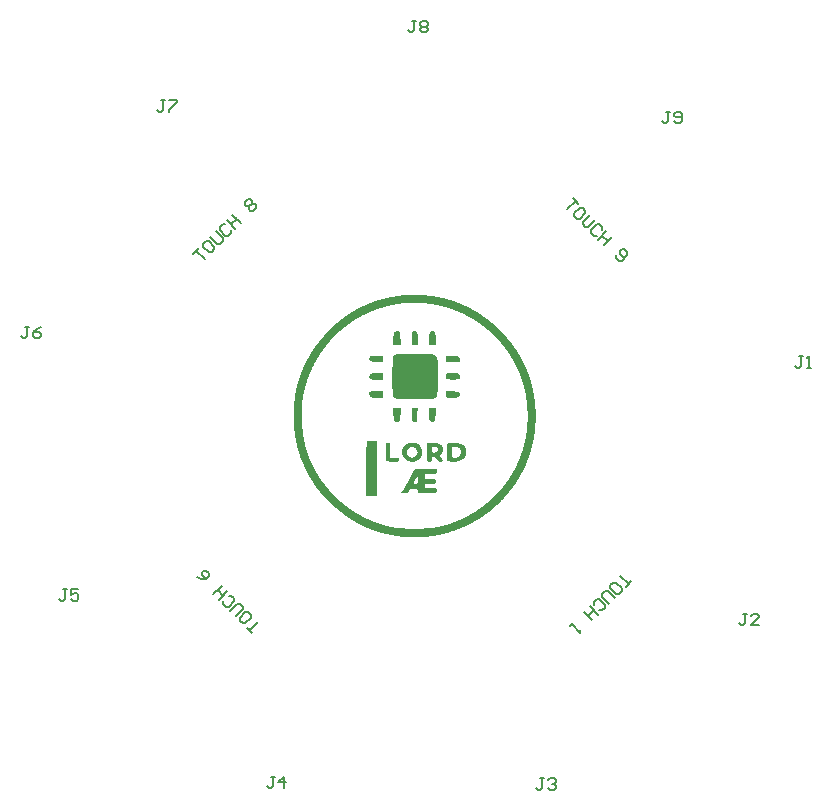
<source format=gto>
G04*
G04 #@! TF.GenerationSoftware,Altium Limited,Altium Designer,21.7.2 (23)*
G04*
G04 Layer_Color=65535*
%FSLAX44Y44*%
%MOMM*%
G71*
G04*
G04 #@! TF.SameCoordinates,2762603F-DC23-44BD-9304-8284379E2FE7*
G04*
G04*
G04 #@! TF.FilePolarity,Positive*
G04*
G01*
G75*
%ADD10C,0.2000*%
G36*
X-3365Y101004D02*
X-2951Y101000D01*
X-2528Y100995D01*
X-2096Y100988D01*
X-1657Y100978D01*
X-1209Y100968D01*
X-754Y100955D01*
X-292Y100941D01*
X175Y100925D01*
X649Y100907D01*
X1129Y100888D01*
X1613Y100867D01*
X2102Y100844D01*
X2594Y100820D01*
X3091Y100795D01*
X3590Y100768D01*
X4093Y100739D01*
X4597Y100709D01*
X5103Y100677D01*
X5611Y100645D01*
X6119Y100610D01*
X6628Y100575D01*
X7136Y100538D01*
X7645Y100500D01*
X8152Y100460D01*
X8658Y100419D01*
X9161Y100378D01*
X9663Y100335D01*
X10161Y100290D01*
X10657Y100245D01*
X11149Y100199D01*
X11636Y100151D01*
X12119Y100103D01*
X12597Y100053D01*
X13069Y100002D01*
X13535Y99951D01*
X13995Y99899D01*
X14447Y99845D01*
X14893Y99791D01*
X15330Y99736D01*
X15760Y99681D01*
X16180Y99624D01*
X16591Y99567D01*
X16993Y99509D01*
X17384Y99450D01*
X17765Y99390D01*
X18135Y99330D01*
X18493Y99270D01*
X18840Y99208D01*
X19174Y99146D01*
X19662Y99053D01*
X20150Y98957D01*
X20636Y98859D01*
X21121Y98759D01*
X21605Y98658D01*
X22087Y98554D01*
X22568Y98448D01*
X23048Y98341D01*
X23527Y98231D01*
X24004Y98120D01*
X24480Y98006D01*
X24955Y97890D01*
X25429Y97773D01*
X25901Y97653D01*
X26372Y97531D01*
X26842Y97408D01*
X27311Y97282D01*
X27778Y97155D01*
X28244Y97025D01*
X28709Y96893D01*
X29173Y96759D01*
X29636Y96624D01*
X30097Y96486D01*
X30558Y96346D01*
X31017Y96204D01*
X31475Y96060D01*
X31932Y95914D01*
X32387Y95766D01*
X32842Y95617D01*
X33295Y95464D01*
X33747Y95310D01*
X34198Y95154D01*
X34648Y94996D01*
X35097Y94836D01*
X35545Y94673D01*
X35991Y94509D01*
X36437Y94342D01*
X36881Y94174D01*
X37324Y94003D01*
X37766Y93830D01*
X38207Y93656D01*
X38647Y93479D01*
X39086Y93300D01*
X39523Y93119D01*
X39960Y92936D01*
X40396Y92751D01*
X40830Y92563D01*
X41264Y92374D01*
X41696Y92182D01*
X42128Y91989D01*
X42558Y91793D01*
X42987Y91595D01*
X43415Y91395D01*
X43843Y91193D01*
X44269Y90989D01*
X44694Y90783D01*
X45118Y90574D01*
X45542Y90364D01*
X45964Y90151D01*
X46385Y89936D01*
X46805Y89719D01*
X47224Y89500D01*
X47643Y89279D01*
X48060Y89056D01*
X48476Y88830D01*
X48892Y88602D01*
X49306Y88373D01*
X49719Y88141D01*
X50132Y87907D01*
X50543Y87670D01*
X50954Y87432D01*
X51364Y87191D01*
X51772Y86948D01*
X52180Y86703D01*
X52587Y86456D01*
X52993Y86207D01*
X53398Y85955D01*
X53802Y85702D01*
X54205Y85446D01*
X54608Y85188D01*
X55009Y84928D01*
X55410Y84665D01*
X55810Y84401D01*
X56209Y84134D01*
X56607Y83865D01*
X57004Y83593D01*
X57400Y83320D01*
X57796Y83044D01*
X58190Y82766D01*
X58584Y82486D01*
X58977Y82204D01*
X59369Y81919D01*
X59760Y81633D01*
X60151Y81344D01*
X60540Y81053D01*
X60929Y80759D01*
X61317Y80463D01*
X61704Y80166D01*
X62091Y79865D01*
X62476Y79563D01*
X62861Y79258D01*
X63245Y78951D01*
X63629Y78642D01*
X64011Y78331D01*
X64393Y78017D01*
X64774Y77701D01*
X65154Y77383D01*
X65534Y77063D01*
X65913Y76740D01*
X66291Y76415D01*
X66668Y76087D01*
X67045Y75758D01*
X67421Y75426D01*
X67796Y75092D01*
X68170Y74756D01*
X68544Y74417D01*
X68917Y74076D01*
X69289Y73733D01*
X69661Y73387D01*
X70032Y73039D01*
X70402Y72689D01*
X70772Y72336D01*
X71141Y71982D01*
X71509Y71624D01*
X71877Y71265D01*
X72244Y70903D01*
X72611Y70539D01*
X72976Y70173D01*
X73314Y69832D01*
X73650Y69489D01*
X73984Y69146D01*
X74316Y68801D01*
X74646Y68456D01*
X74974Y68109D01*
X75301Y67761D01*
X75625Y67412D01*
X75948Y67062D01*
X76269Y66711D01*
X76588Y66358D01*
X76905Y66005D01*
X77220Y65651D01*
X77533Y65295D01*
X77845Y64939D01*
X78154Y64581D01*
X78462Y64222D01*
X78768Y63862D01*
X79071Y63501D01*
X79373Y63139D01*
X79673Y62776D01*
X79972Y62412D01*
X80268Y62047D01*
X80562Y61681D01*
X80855Y61313D01*
X81145Y60945D01*
X81434Y60576D01*
X81721Y60205D01*
X82006Y59834D01*
X82289Y59461D01*
X82570Y59088D01*
X82849Y58713D01*
X83126Y58338D01*
X83401Y57961D01*
X83675Y57584D01*
X83946Y57205D01*
X84216Y56826D01*
X84483Y56445D01*
X84749Y56063D01*
X85013Y55681D01*
X85275Y55297D01*
X85535Y54913D01*
X85793Y54527D01*
X86049Y54141D01*
X86303Y53753D01*
X86555Y53365D01*
X86805Y52975D01*
X87054Y52585D01*
X87300Y52193D01*
X87545Y51801D01*
X87788Y51407D01*
X88028Y51013D01*
X88267Y50618D01*
X88504Y50222D01*
X88738Y49825D01*
X88971Y49426D01*
X89202Y49027D01*
X89431Y48627D01*
X89658Y48226D01*
X89883Y47825D01*
X90107Y47422D01*
X90328Y47018D01*
X90547Y46613D01*
X90764Y46208D01*
X90980Y45802D01*
X91193Y45394D01*
X91404Y44986D01*
X91614Y44577D01*
X91821Y44166D01*
X92027Y43756D01*
X92231Y43344D01*
X92432Y42931D01*
X92632Y42517D01*
X92830Y42103D01*
X93025Y41687D01*
X93219Y41271D01*
X93411Y40854D01*
X93601Y40436D01*
X93788Y40017D01*
X93974Y39597D01*
X94158Y39176D01*
X94340Y38755D01*
X94520Y38333D01*
X94698Y37909D01*
X94874Y37485D01*
X95048Y37060D01*
X95220Y36635D01*
X95390Y36208D01*
X95558Y35781D01*
X95724Y35352D01*
X95888Y34923D01*
X96050Y34493D01*
X96210Y34063D01*
X96368Y33631D01*
X96524Y33199D01*
X96678Y32766D01*
X96830Y32332D01*
X96980Y31897D01*
X97128Y31461D01*
X97275Y31025D01*
X97419Y30588D01*
X97561Y30150D01*
X97701Y29711D01*
X97839Y29272D01*
X97975Y28831D01*
X98109Y28390D01*
X98241Y27948D01*
X98371Y27506D01*
X98499Y27062D01*
X98625Y26618D01*
X98749Y26173D01*
X98870Y25727D01*
X98990Y25281D01*
X99108Y24834D01*
X99224Y24386D01*
X99338Y23937D01*
X99450Y23488D01*
X99559Y23038D01*
X99667Y22587D01*
X99773Y22135D01*
X99877Y21683D01*
X99978Y21230D01*
X100078Y20776D01*
X100176Y20321D01*
X100271Y19866D01*
X100365Y19410D01*
X100456Y18953D01*
X100545Y18496D01*
X100633Y18038D01*
X100718Y17579D01*
X100801Y17120D01*
X100883Y16660D01*
X100962Y16199D01*
X101039Y15737D01*
X101114Y15275D01*
X101187Y14812D01*
X101258Y14349D01*
X101327Y13885D01*
X101394Y13420D01*
X101459Y12954D01*
X101522Y12488D01*
X101582Y12021D01*
X101641Y11554D01*
X101697Y11085D01*
X101752Y10617D01*
X101804Y10147D01*
X101855Y9677D01*
X101903Y9206D01*
X101949Y8735D01*
X101994Y8263D01*
X102036Y7790D01*
X102076Y7317D01*
X102114Y6843D01*
X102149Y6369D01*
X102183Y5894D01*
X102215Y5418D01*
X102245Y4942D01*
X102272Y4465D01*
X102298Y3987D01*
X102321Y3509D01*
X102342Y3030D01*
X102361Y2551D01*
X102379Y2071D01*
X102394Y1591D01*
X102407Y1110D01*
X102417Y628D01*
X102426Y146D01*
X102433Y-337D01*
X102437Y-820D01*
X102440Y-1304D01*
X102440Y-1796D01*
X102439Y-2134D01*
X102437Y-2472D01*
X102434Y-2809D01*
X102430Y-3146D01*
X102425Y-3483D01*
X102419Y-3820D01*
X102411Y-4156D01*
X102403Y-4492D01*
X102394Y-4828D01*
X102379Y-5331D01*
X102360Y-5833D01*
X102340Y-6335D01*
X102318Y-6836D01*
X102293Y-7336D01*
X102266Y-7836D01*
X102236Y-8335D01*
X102205Y-8834D01*
X102171Y-9331D01*
X102135Y-9829D01*
X102096Y-10325D01*
X102055Y-10821D01*
X102012Y-11316D01*
X101967Y-11810D01*
X101919Y-12304D01*
X101870Y-12797D01*
X101818Y-13289D01*
X101763Y-13781D01*
X101706Y-14272D01*
X101648Y-14762D01*
X101586Y-15252D01*
X101523Y-15741D01*
X101457Y-16229D01*
X101389Y-16716D01*
X101319Y-17203D01*
X101247Y-17689D01*
X101172Y-18174D01*
X101095Y-18659D01*
X101016Y-19143D01*
X100934Y-19626D01*
X100851Y-20108D01*
X100765Y-20589D01*
X100676Y-21070D01*
X100586Y-21551D01*
X100493Y-22030D01*
X100398Y-22508D01*
X100301Y-22986D01*
X100202Y-23463D01*
X100100Y-23940D01*
X99996Y-24415D01*
X99890Y-24890D01*
X99782Y-25364D01*
X99671Y-25838D01*
X99558Y-26310D01*
X99443Y-26782D01*
X99326Y-27253D01*
X99206Y-27723D01*
X99085Y-28192D01*
X98961Y-28661D01*
X98834Y-29129D01*
X98706Y-29596D01*
X98575Y-30062D01*
X98442Y-30527D01*
X98307Y-30992D01*
X98170Y-31456D01*
X98031Y-31919D01*
X97889Y-32381D01*
X97745Y-32842D01*
X97599Y-33303D01*
X97451Y-33763D01*
X97300Y-34221D01*
X97147Y-34679D01*
X96992Y-35137D01*
X96835Y-35593D01*
X96676Y-36048D01*
X96514Y-36503D01*
X96350Y-36957D01*
X96184Y-37410D01*
X96016Y-37862D01*
X95846Y-38313D01*
X95673Y-38764D01*
X95498Y-39213D01*
X95321Y-39662D01*
X95142Y-40110D01*
X94961Y-40557D01*
X94777Y-41003D01*
X94592Y-41448D01*
X94404Y-41892D01*
X94214Y-42336D01*
X94022Y-42778D01*
X93827Y-43220D01*
X93630Y-43661D01*
X93432Y-44101D01*
X93231Y-44540D01*
X93027Y-44978D01*
X92822Y-45415D01*
X92615Y-45851D01*
X92405Y-46286D01*
X92193Y-46721D01*
X91979Y-47154D01*
X91763Y-47587D01*
X91545Y-48018D01*
X91324Y-48449D01*
X91101Y-48879D01*
X90876Y-49308D01*
X90649Y-49736D01*
X90420Y-50163D01*
X90189Y-50589D01*
X89955Y-51014D01*
X89720Y-51438D01*
X89482Y-51861D01*
X89242Y-52284D01*
X89000Y-52705D01*
X88756Y-53125D01*
X88509Y-53545D01*
X88261Y-53963D01*
X88010Y-54380D01*
X87757Y-54797D01*
X87502Y-55212D01*
X87245Y-55627D01*
X86986Y-56040D01*
X86724Y-56453D01*
X86461Y-56864D01*
X86195Y-57275D01*
X85927Y-57684D01*
X85657Y-58093D01*
X85385Y-58500D01*
X85111Y-58907D01*
X84835Y-59312D01*
X84556Y-59717D01*
X84276Y-60120D01*
X83993Y-60523D01*
X83708Y-60924D01*
X83421Y-61325D01*
X83132Y-61724D01*
X82841Y-62122D01*
X82547Y-62520D01*
X82252Y-62916D01*
X81954Y-63311D01*
X81655Y-63706D01*
X81353Y-64099D01*
X81049Y-64491D01*
X80743Y-64882D01*
X80435Y-65272D01*
X80125Y-65661D01*
X79812Y-66049D01*
X79498Y-66436D01*
X79181Y-66821D01*
X78863Y-67206D01*
X78542Y-67590D01*
X78219Y-67972D01*
X77894Y-68354D01*
X77567Y-68734D01*
X77238Y-69113D01*
X76906Y-69492D01*
X76573Y-69868D01*
X76238Y-70245D01*
X75900Y-70620D01*
X75560Y-70993D01*
X75219Y-71366D01*
X74875Y-71738D01*
X74529Y-72108D01*
X74181Y-72477D01*
X73831Y-72846D01*
X73479Y-73213D01*
X73124Y-73579D01*
X72768Y-73944D01*
X72410Y-74307D01*
X72170Y-74549D01*
X71929Y-74791D01*
X71687Y-75031D01*
X71444Y-75272D01*
X71200Y-75512D01*
X70955Y-75751D01*
X70710Y-75990D01*
X70463Y-76228D01*
X70216Y-76466D01*
X69960Y-76711D01*
X69695Y-76961D01*
X69429Y-77211D01*
X69163Y-77460D01*
X68895Y-77708D01*
X68627Y-77955D01*
X68357Y-78200D01*
X68087Y-78445D01*
X67815Y-78689D01*
X67543Y-78931D01*
X67269Y-79173D01*
X66995Y-79414D01*
X66719Y-79653D01*
X66443Y-79892D01*
X66166Y-80129D01*
X65888Y-80366D01*
X65609Y-80601D01*
X65329Y-80835D01*
X65048Y-81069D01*
X64766Y-81301D01*
X64483Y-81532D01*
X64200Y-81762D01*
X63916Y-81991D01*
X63630Y-82219D01*
X63344Y-82446D01*
X63057Y-82672D01*
X62769Y-82897D01*
X62480Y-83121D01*
X62190Y-83344D01*
X61900Y-83565D01*
X61608Y-83786D01*
X61316Y-84005D01*
X61023Y-84224D01*
X60729Y-84441D01*
X60434Y-84658D01*
X60139Y-84873D01*
X59842Y-85087D01*
X59545Y-85300D01*
X59247Y-85512D01*
X58948Y-85723D01*
X58649Y-85933D01*
X58348Y-86142D01*
X58047Y-86349D01*
X57745Y-86556D01*
X57442Y-86761D01*
X57139Y-86966D01*
X56834Y-87169D01*
X56529Y-87371D01*
X56223Y-87572D01*
X55917Y-87772D01*
X55609Y-87971D01*
X55301Y-88169D01*
X54993Y-88366D01*
X54683Y-88562D01*
X54373Y-88756D01*
X54062Y-88949D01*
X53750Y-89142D01*
X53438Y-89333D01*
X53124Y-89523D01*
X52811Y-89712D01*
X52496Y-89900D01*
X52181Y-90087D01*
X51865Y-90272D01*
X51549Y-90457D01*
X51231Y-90640D01*
X50913Y-90822D01*
X50595Y-91004D01*
X50275Y-91184D01*
X49956Y-91362D01*
X49635Y-91540D01*
X49314Y-91717D01*
X48992Y-91892D01*
X48669Y-92067D01*
X48346Y-92240D01*
X48023Y-92412D01*
X47698Y-92583D01*
X47373Y-92753D01*
X47048Y-92921D01*
X46722Y-93089D01*
X46395Y-93255D01*
X46067Y-93421D01*
X45739Y-93585D01*
X45411Y-93748D01*
X45082Y-93910D01*
X44752Y-94070D01*
X44422Y-94230D01*
X44091Y-94388D01*
X43760Y-94545D01*
X43428Y-94701D01*
X43095Y-94856D01*
X42762Y-95010D01*
X42429Y-95162D01*
X42095Y-95314D01*
X41760Y-95464D01*
X41425Y-95613D01*
X41089Y-95761D01*
X40753Y-95907D01*
X40416Y-96053D01*
X40079Y-96197D01*
X39742Y-96340D01*
X39403Y-96482D01*
X39065Y-96623D01*
X38726Y-96763D01*
X38386Y-96901D01*
X38046Y-97038D01*
X37706Y-97175D01*
X37364Y-97309D01*
X37023Y-97443D01*
X36681Y-97576D01*
X36339Y-97707D01*
X35996Y-97837D01*
X35653Y-97966D01*
X35309Y-98094D01*
X34965Y-98220D01*
X34621Y-98345D01*
X34276Y-98470D01*
X33930Y-98593D01*
X33585Y-98714D01*
X33239Y-98835D01*
X32892Y-98954D01*
X32545Y-99072D01*
X32198Y-99189D01*
X31850Y-99305D01*
X31502Y-99419D01*
X31154Y-99532D01*
X30805Y-99644D01*
X30456Y-99755D01*
X30107Y-99865D01*
X29757Y-99973D01*
X29407Y-100080D01*
X29056Y-100186D01*
X28705Y-100291D01*
X28354Y-100394D01*
X28003Y-100496D01*
X27651Y-100597D01*
X27299Y-100697D01*
X26947Y-100796D01*
X26594Y-100893D01*
X26241Y-100989D01*
X25888Y-101084D01*
X25534Y-101177D01*
X25180Y-101270D01*
X24826Y-101361D01*
X24472Y-101451D01*
X24117Y-101539D01*
X23762Y-101626D01*
X23407Y-101712D01*
X23052Y-101797D01*
X22696Y-101881D01*
X22340Y-101963D01*
X21984Y-102044D01*
X21628Y-102124D01*
X21271Y-102203D01*
X20914Y-102280D01*
X20557Y-102356D01*
X20200Y-102430D01*
X19843Y-102504D01*
X19485Y-102576D01*
X19128Y-102647D01*
X18770Y-102717D01*
X18411Y-102785D01*
X18053Y-102852D01*
X17694Y-102918D01*
X17336Y-102983D01*
X16977Y-103046D01*
X16618Y-103108D01*
X16259Y-103169D01*
X15899Y-103228D01*
X15540Y-103286D01*
X15180Y-103343D01*
X14821Y-103399D01*
X14461Y-103453D01*
X14101Y-103506D01*
X13741Y-103558D01*
X13381Y-103608D01*
X13020Y-103657D01*
X12660Y-103705D01*
X12300Y-103751D01*
X11939Y-103797D01*
X11579Y-103840D01*
X11218Y-103883D01*
X10857Y-103924D01*
X10496Y-103964D01*
X10135Y-104003D01*
X9774Y-104040D01*
X9413Y-104076D01*
X9052Y-104111D01*
X8691Y-104144D01*
X8330Y-104176D01*
X7969Y-104207D01*
X7607Y-104237D01*
X7246Y-104265D01*
X6885Y-104291D01*
X6524Y-104317D01*
X6162Y-104341D01*
X5801Y-104364D01*
X5440Y-104385D01*
X5078Y-104405D01*
X4717Y-104424D01*
X4356Y-104442D01*
X3995Y-104458D01*
X3633Y-104473D01*
X3272Y-104486D01*
X2911Y-104498D01*
X2550Y-104509D01*
X2189Y-104518D01*
X1828Y-104527D01*
X1467Y-104533D01*
X1106Y-104539D01*
X745Y-104543D01*
X385Y-104545D01*
X204Y-104546D01*
X-156Y-104547D01*
X-517Y-104546D01*
X-877Y-104544D01*
X-1237Y-104541D01*
X-1598Y-104536D01*
X-1958Y-104530D01*
X-2318Y-104522D01*
X-2677Y-104513D01*
X-3037Y-104503D01*
X-3397Y-104491D01*
X-3756Y-104478D01*
X-4116Y-104464D01*
X-4475Y-104448D01*
X-4834Y-104431D01*
X-5193Y-104413D01*
X-5551Y-104393D01*
X-5910Y-104372D01*
X-6269Y-104349D01*
X-6627Y-104325D01*
X-6985Y-104299D01*
X-7343Y-104273D01*
X-7700Y-104244D01*
X-8058Y-104215D01*
X-8415Y-104184D01*
X-8772Y-104151D01*
X-9129Y-104118D01*
X-9485Y-104082D01*
X-9842Y-104046D01*
X-10198Y-104008D01*
X-10554Y-103969D01*
X-10910Y-103928D01*
X-11265Y-103886D01*
X-11620Y-103842D01*
X-11975Y-103797D01*
X-12330Y-103751D01*
X-12685Y-103703D01*
X-13039Y-103654D01*
X-13393Y-103603D01*
X-13746Y-103551D01*
X-14100Y-103498D01*
X-14453Y-103443D01*
X-14805Y-103386D01*
X-15158Y-103329D01*
X-15510Y-103270D01*
X-15862Y-103209D01*
X-16410Y-103113D01*
X-16952Y-103016D01*
X-17489Y-102919D01*
X-18020Y-102822D01*
X-18545Y-102724D01*
X-19065Y-102626D01*
X-19580Y-102527D01*
X-20090Y-102427D01*
X-20595Y-102326D01*
X-21095Y-102226D01*
X-21590Y-102124D01*
X-22080Y-102021D01*
X-22566Y-101918D01*
X-23048Y-101813D01*
X-23525Y-101708D01*
X-23999Y-101602D01*
X-24468Y-101494D01*
X-24933Y-101386D01*
X-25395Y-101277D01*
X-25853Y-101166D01*
X-26307Y-101054D01*
X-26758Y-100941D01*
X-27206Y-100826D01*
X-27650Y-100711D01*
X-28092Y-100594D01*
X-28531Y-100475D01*
X-28967Y-100355D01*
X-29400Y-100233D01*
X-29830Y-100110D01*
X-30258Y-99985D01*
X-30684Y-99859D01*
X-31108Y-99731D01*
X-31530Y-99601D01*
X-31949Y-99469D01*
X-32367Y-99335D01*
X-32783Y-99200D01*
X-33198Y-99062D01*
X-33611Y-98923D01*
X-34023Y-98782D01*
X-34434Y-98638D01*
X-34843Y-98493D01*
X-35252Y-98345D01*
X-35659Y-98195D01*
X-36067Y-98043D01*
X-36473Y-97889D01*
X-36879Y-97732D01*
X-37284Y-97573D01*
X-37690Y-97411D01*
X-38095Y-97247D01*
X-38500Y-97080D01*
X-38906Y-96911D01*
X-39311Y-96740D01*
X-39717Y-96565D01*
X-40124Y-96388D01*
X-40531Y-96208D01*
X-40939Y-96026D01*
X-41348Y-95840D01*
X-41758Y-95652D01*
X-42168Y-95461D01*
X-42581Y-95266D01*
X-42994Y-95069D01*
X-43409Y-94869D01*
X-43826Y-94665D01*
X-44244Y-94459D01*
X-44664Y-94249D01*
X-45086Y-94036D01*
X-45510Y-93820D01*
X-45937Y-93601D01*
X-46365Y-93378D01*
X-46796Y-93151D01*
X-47230Y-92921D01*
X-47667Y-92688D01*
X-48106Y-92451D01*
X-48548Y-92211D01*
X-48993Y-91967D01*
X-49442Y-91719D01*
X-49894Y-91468D01*
X-50349Y-91212D01*
X-50808Y-90953D01*
X-51270Y-90690D01*
X-51736Y-90423D01*
X-52206Y-90152D01*
X-52681Y-89878D01*
X-53159Y-89599D01*
X-53642Y-89316D01*
X-53803Y-89220D01*
X-54022Y-89090D01*
X-54243Y-88957D01*
X-54467Y-88821D01*
X-54692Y-88681D01*
X-54920Y-88538D01*
X-55149Y-88392D01*
X-55381Y-88244D01*
X-55614Y-88091D01*
X-55850Y-87936D01*
X-56087Y-87779D01*
X-56326Y-87618D01*
X-56567Y-87454D01*
X-56810Y-87288D01*
X-57054Y-87118D01*
X-57300Y-86946D01*
X-57547Y-86772D01*
X-57796Y-86594D01*
X-58047Y-86414D01*
X-58299Y-86232D01*
X-58552Y-86047D01*
X-58807Y-85860D01*
X-59063Y-85670D01*
X-59320Y-85477D01*
X-59578Y-85283D01*
X-59838Y-85086D01*
X-60099Y-84887D01*
X-60361Y-84685D01*
X-60624Y-84482D01*
X-60888Y-84276D01*
X-61153Y-84068D01*
X-61419Y-83858D01*
X-61686Y-83646D01*
X-61953Y-83432D01*
X-62222Y-83216D01*
X-62491Y-82999D01*
X-62761Y-82779D01*
X-63031Y-82558D01*
X-63302Y-82335D01*
X-63574Y-82110D01*
X-63846Y-81884D01*
X-64118Y-81656D01*
X-64391Y-81426D01*
X-64665Y-81195D01*
X-64938Y-80962D01*
X-65212Y-80728D01*
X-65486Y-80492D01*
X-65761Y-80255D01*
X-66035Y-80017D01*
X-66310Y-79777D01*
X-66585Y-79536D01*
X-66860Y-79294D01*
X-67134Y-79051D01*
X-67409Y-78807D01*
X-67684Y-78561D01*
X-67958Y-78315D01*
X-68232Y-78067D01*
X-68506Y-77819D01*
X-68779Y-77569D01*
X-69053Y-77319D01*
X-69325Y-77068D01*
X-69598Y-76816D01*
X-69870Y-76564D01*
X-70141Y-76310D01*
X-70412Y-76056D01*
X-70682Y-75802D01*
X-70952Y-75547D01*
X-71221Y-75291D01*
X-71489Y-75035D01*
X-71756Y-74778D01*
X-72023Y-74521D01*
X-72288Y-74264D01*
X-72553Y-74006D01*
X-72817Y-73748D01*
X-73079Y-73490D01*
X-73341Y-73232D01*
X-73601Y-72973D01*
X-73861Y-72714D01*
X-74119Y-72456D01*
X-74376Y-72197D01*
X-74632Y-71938D01*
X-74886Y-71680D01*
X-75139Y-71421D01*
X-75390Y-71162D01*
X-75640Y-70904D01*
X-75889Y-70646D01*
X-76136Y-70388D01*
X-76381Y-70131D01*
X-76625Y-69874D01*
X-76867Y-69617D01*
X-77107Y-69361D01*
X-77346Y-69105D01*
X-77582Y-68850D01*
X-77817Y-68595D01*
X-78050Y-68341D01*
X-78281Y-68088D01*
X-78510Y-67835D01*
X-78737Y-67583D01*
X-78961Y-67332D01*
X-79184Y-67081D01*
X-79404Y-66832D01*
X-79623Y-66583D01*
X-79839Y-66336D01*
X-80052Y-66089D01*
X-80263Y-65843D01*
X-80472Y-65599D01*
X-80679Y-65355D01*
X-80882Y-65113D01*
X-81084Y-64872D01*
X-81282Y-64632D01*
X-81479Y-64393D01*
X-81672Y-64156D01*
X-81863Y-63920D01*
X-82051Y-63685D01*
X-82236Y-63452D01*
X-82418Y-63221D01*
X-82597Y-62991D01*
X-82774Y-62762D01*
X-82947Y-62536D01*
X-83117Y-62311D01*
X-83285Y-62087D01*
X-83449Y-61865D01*
X-83610Y-61645D01*
X-83767Y-61427D01*
X-83922Y-61211D01*
X-84073Y-60997D01*
X-84221Y-60785D01*
X-84365Y-60574D01*
X-84506Y-60366D01*
X-84724Y-60040D01*
X-84943Y-59707D01*
X-85164Y-59366D01*
X-85387Y-59020D01*
X-85611Y-58666D01*
X-85837Y-58307D01*
X-86064Y-57941D01*
X-86292Y-57569D01*
X-86522Y-57193D01*
X-86752Y-56810D01*
X-86983Y-56423D01*
X-87215Y-56030D01*
X-87447Y-55633D01*
X-87680Y-55231D01*
X-87914Y-54826D01*
X-88147Y-54416D01*
X-88381Y-54003D01*
X-88615Y-53586D01*
X-88848Y-53165D01*
X-89082Y-52742D01*
X-89315Y-52316D01*
X-89548Y-51887D01*
X-89780Y-51455D01*
X-90012Y-51022D01*
X-90243Y-50587D01*
X-90473Y-50149D01*
X-90702Y-49711D01*
X-90930Y-49271D01*
X-91157Y-48830D01*
X-91382Y-48388D01*
X-91607Y-47946D01*
X-91829Y-47503D01*
X-92050Y-47061D01*
X-92269Y-46618D01*
X-92486Y-46176D01*
X-92701Y-45734D01*
X-92914Y-45293D01*
X-93125Y-44853D01*
X-93334Y-44414D01*
X-93540Y-43977D01*
X-93743Y-43541D01*
X-93944Y-43108D01*
X-94142Y-42676D01*
X-94337Y-42247D01*
X-94529Y-41820D01*
X-94718Y-41397D01*
X-94903Y-40976D01*
X-95086Y-40559D01*
X-95265Y-40145D01*
X-95440Y-39735D01*
X-95611Y-39328D01*
X-95779Y-38927D01*
X-95943Y-38529D01*
X-96102Y-38136D01*
X-96258Y-37748D01*
X-96409Y-37365D01*
X-96556Y-36988D01*
X-96698Y-36616D01*
X-96836Y-36249D01*
X-96969Y-35889D01*
X-97097Y-35535D01*
X-97220Y-35187D01*
X-97338Y-34846D01*
X-97451Y-34513D01*
X-97530Y-34277D01*
X-97608Y-34040D01*
X-97685Y-33803D01*
X-97761Y-33566D01*
X-97837Y-33328D01*
X-97913Y-33090D01*
X-97987Y-32851D01*
X-98061Y-32611D01*
X-98135Y-32372D01*
X-98208Y-32132D01*
X-98280Y-31891D01*
X-98351Y-31649D01*
X-98422Y-31408D01*
X-98493Y-31166D01*
X-98563Y-30923D01*
X-98632Y-30680D01*
X-98700Y-30437D01*
X-98768Y-30193D01*
X-98836Y-29949D01*
X-98902Y-29704D01*
X-98968Y-29459D01*
X-99034Y-29213D01*
X-99099Y-28967D01*
X-99163Y-28721D01*
X-99227Y-28474D01*
X-99290Y-28227D01*
X-99352Y-27979D01*
X-99414Y-27731D01*
X-99475Y-27483D01*
X-99536Y-27234D01*
X-99596Y-26985D01*
X-99655Y-26735D01*
X-99714Y-26485D01*
X-99772Y-26235D01*
X-99830Y-25984D01*
X-99887Y-25733D01*
X-99943Y-25482D01*
X-99999Y-25230D01*
X-100054Y-24978D01*
X-100108Y-24725D01*
X-100162Y-24473D01*
X-100215Y-24220D01*
X-100268Y-23966D01*
X-100320Y-23712D01*
X-100371Y-23458D01*
X-100422Y-23204D01*
X-100472Y-22949D01*
X-100522Y-22694D01*
X-100571Y-22438D01*
X-100619Y-22183D01*
X-100667Y-21927D01*
X-100714Y-21670D01*
X-100760Y-21414D01*
X-100806Y-21157D01*
X-100851Y-20900D01*
X-100896Y-20642D01*
X-100940Y-20385D01*
X-100984Y-20127D01*
X-101026Y-19868D01*
X-101069Y-19610D01*
X-101110Y-19351D01*
X-101151Y-19092D01*
X-101192Y-18832D01*
X-101231Y-18573D01*
X-101270Y-18313D01*
X-101309Y-18053D01*
X-101347Y-17793D01*
X-101384Y-17532D01*
X-101421Y-17271D01*
X-101457Y-17010D01*
X-101492Y-16749D01*
X-101527Y-16488D01*
X-101561Y-16226D01*
X-101595Y-15964D01*
X-101628Y-15702D01*
X-101660Y-15440D01*
X-101692Y-15177D01*
X-101723Y-14915D01*
X-101754Y-14652D01*
X-101784Y-14389D01*
X-101813Y-14126D01*
X-101842Y-13862D01*
X-101870Y-13599D01*
X-101897Y-13335D01*
X-101924Y-13071D01*
X-101951Y-12807D01*
X-101976Y-12543D01*
X-102001Y-12278D01*
X-102026Y-12014D01*
X-102050Y-11749D01*
X-102073Y-11484D01*
X-102095Y-11219D01*
X-102117Y-10954D01*
X-102139Y-10689D01*
X-102160Y-10424D01*
X-102180Y-10158D01*
X-102199Y-9893D01*
X-102218Y-9627D01*
X-102236Y-9361D01*
X-102254Y-9095D01*
X-102271Y-8829D01*
X-102288Y-8563D01*
X-102303Y-8297D01*
X-102319Y-8031D01*
X-102333Y-7764D01*
X-102347Y-7498D01*
X-102361Y-7232D01*
X-102373Y-6965D01*
X-102386Y-6698D01*
X-102397Y-6431D01*
X-102408Y-6165D01*
X-102418Y-5898D01*
X-102428Y-5631D01*
X-102437Y-5364D01*
X-102446Y-5097D01*
X-102453Y-4830D01*
X-102461Y-4563D01*
X-102467Y-4296D01*
X-102473Y-4029D01*
X-102479Y-3762D01*
X-102484Y-3494D01*
X-102488Y-3227D01*
X-102491Y-2960D01*
X-102494Y-2693D01*
X-102497Y-2426D01*
X-102498Y-2158D01*
X-102500Y-1891D01*
X-102500Y-1624D01*
X-102500Y-1357D01*
X-102499Y-1090D01*
X-102498Y-823D01*
X-102496Y-556D01*
X-102493Y-288D01*
X-102490Y-21D01*
X-102486Y246D01*
X-102482Y513D01*
X-102477Y780D01*
X-102471Y1046D01*
X-102465Y1313D01*
X-102458Y1580D01*
X-102451Y1847D01*
X-102443Y2113D01*
X-102434Y2380D01*
X-102425Y2647D01*
X-102415Y2913D01*
X-102404Y3179D01*
X-102393Y3446D01*
X-102381Y3712D01*
X-102369Y3978D01*
X-102356Y4244D01*
X-102342Y4510D01*
X-102328Y4775D01*
X-102313Y5041D01*
X-102298Y5307D01*
X-102282Y5572D01*
X-102265Y5838D01*
X-102248Y6103D01*
X-102230Y6368D01*
X-102212Y6633D01*
X-102192Y6898D01*
X-102173Y7162D01*
X-102152Y7427D01*
X-102131Y7691D01*
X-102110Y7955D01*
X-102088Y8219D01*
X-102065Y8483D01*
X-102042Y8747D01*
X-102017Y9010D01*
X-101993Y9274D01*
X-101967Y9537D01*
X-101942Y9800D01*
X-101915Y10063D01*
X-101888Y10325D01*
X-101860Y10588D01*
X-101832Y10850D01*
X-101803Y11112D01*
X-101774Y11374D01*
X-101743Y11636D01*
X-101713Y11897D01*
X-101681Y12158D01*
X-101649Y12419D01*
X-101617Y12680D01*
X-101583Y12940D01*
X-101550Y13201D01*
X-101515Y13461D01*
X-101480Y13721D01*
X-101444Y13980D01*
X-101408Y14239D01*
X-101371Y14498D01*
X-101334Y14757D01*
X-101296Y15016D01*
X-101257Y15274D01*
X-101217Y15532D01*
X-101178Y15790D01*
X-101137Y16047D01*
X-101096Y16304D01*
X-101054Y16561D01*
X-101011Y16818D01*
X-100968Y17074D01*
X-100925Y17330D01*
X-100880Y17586D01*
X-100836Y17841D01*
X-100790Y18096D01*
X-100744Y18351D01*
X-100697Y18605D01*
X-100650Y18859D01*
X-100602Y19113D01*
X-100554Y19366D01*
X-100504Y19619D01*
X-100455Y19872D01*
X-100404Y20125D01*
X-100353Y20377D01*
X-100302Y20628D01*
X-100249Y20880D01*
X-100196Y21131D01*
X-100143Y21381D01*
X-100089Y21632D01*
X-100034Y21881D01*
X-99979Y22131D01*
X-99923Y22380D01*
X-99866Y22629D01*
X-99809Y22877D01*
X-99751Y23125D01*
X-99693Y23373D01*
X-99634Y23620D01*
X-99574Y23867D01*
X-99514Y24113D01*
X-99453Y24359D01*
X-99392Y24604D01*
X-99330Y24850D01*
X-99267Y25094D01*
X-99204Y25339D01*
X-99140Y25582D01*
X-99075Y25826D01*
X-99010Y26069D01*
X-98945Y26311D01*
X-98878Y26553D01*
X-98811Y26795D01*
X-98744Y27036D01*
X-98676Y27277D01*
X-98607Y27517D01*
X-98537Y27757D01*
X-98467Y27996D01*
X-98397Y28235D01*
X-98325Y28473D01*
X-98253Y28711D01*
X-98181Y28948D01*
X-98108Y29185D01*
X-98034Y29421D01*
X-97960Y29657D01*
X-97885Y29893D01*
X-97809Y30127D01*
X-97733Y30362D01*
X-97656Y30596D01*
X-97579Y30829D01*
X-97449Y31215D01*
X-97345Y31522D01*
X-97239Y31829D01*
X-97132Y32135D01*
X-97023Y32442D01*
X-96914Y32748D01*
X-96803Y33054D01*
X-96691Y33360D01*
X-96578Y33665D01*
X-96463Y33971D01*
X-96348Y34276D01*
X-96231Y34581D01*
X-96113Y34886D01*
X-95994Y35191D01*
X-95874Y35495D01*
X-95752Y35799D01*
X-95630Y36103D01*
X-95506Y36407D01*
X-95381Y36710D01*
X-95255Y37014D01*
X-95128Y37317D01*
X-94999Y37619D01*
X-94870Y37922D01*
X-94739Y38224D01*
X-94607Y38526D01*
X-94474Y38828D01*
X-94340Y39129D01*
X-94205Y39431D01*
X-94069Y39732D01*
X-93932Y40032D01*
X-93793Y40332D01*
X-93653Y40633D01*
X-93513Y40932D01*
X-93371Y41232D01*
X-93228Y41531D01*
X-93084Y41830D01*
X-92939Y42128D01*
X-92793Y42426D01*
X-92645Y42724D01*
X-92497Y43022D01*
X-92347Y43319D01*
X-92197Y43616D01*
X-92045Y43912D01*
X-91893Y44208D01*
X-91739Y44504D01*
X-91585Y44800D01*
X-91429Y45095D01*
X-91272Y45390D01*
X-91114Y45684D01*
X-90955Y45978D01*
X-90795Y46272D01*
X-90635Y46565D01*
X-90473Y46858D01*
X-90310Y47150D01*
X-90146Y47442D01*
X-89981Y47734D01*
X-89815Y48025D01*
X-89648Y48316D01*
X-89480Y48607D01*
X-89311Y48896D01*
X-89141Y49186D01*
X-88970Y49475D01*
X-88798Y49764D01*
X-88625Y50052D01*
X-88451Y50340D01*
X-88276Y50628D01*
X-88101Y50915D01*
X-87924Y51201D01*
X-87746Y51487D01*
X-87567Y51773D01*
X-87388Y52058D01*
X-87207Y52343D01*
X-87026Y52627D01*
X-86843Y52910D01*
X-86660Y53194D01*
X-86476Y53476D01*
X-86290Y53759D01*
X-86104Y54040D01*
X-85917Y54322D01*
X-85729Y54602D01*
X-85540Y54882D01*
X-85351Y55162D01*
X-85160Y55441D01*
X-84968Y55720D01*
X-84776Y55998D01*
X-84582Y56276D01*
X-84388Y56553D01*
X-84193Y56829D01*
X-83997Y57105D01*
X-83800Y57381D01*
X-83602Y57656D01*
X-83404Y57930D01*
X-83204Y58204D01*
X-83004Y58477D01*
X-82803Y58749D01*
X-82601Y59021D01*
X-82398Y59293D01*
X-82194Y59563D01*
X-81990Y59834D01*
X-81784Y60103D01*
X-81578Y60372D01*
X-81371Y60641D01*
X-81163Y60909D01*
X-80955Y61176D01*
X-80745Y61442D01*
X-80535Y61708D01*
X-80324Y61974D01*
X-80112Y62238D01*
X-79900Y62502D01*
X-79686Y62766D01*
X-79472Y63029D01*
X-79257Y63291D01*
X-79041Y63552D01*
X-78825Y63813D01*
X-78607Y64073D01*
X-78389Y64333D01*
X-78170Y64592D01*
X-77951Y64850D01*
X-77730Y65107D01*
X-77398Y65492D01*
X-77065Y65875D01*
X-76729Y66257D01*
X-76392Y66637D01*
X-76054Y67016D01*
X-75714Y67393D01*
X-75372Y67768D01*
X-75029Y68142D01*
X-74684Y68514D01*
X-74337Y68884D01*
X-73989Y69253D01*
X-73639Y69620D01*
X-73288Y69985D01*
X-73053Y70227D01*
X-72818Y70469D01*
X-72582Y70710D01*
X-72345Y70950D01*
X-72107Y71189D01*
X-71869Y71428D01*
X-71630Y71666D01*
X-71391Y71903D01*
X-71150Y72139D01*
X-70910Y72374D01*
X-70668Y72609D01*
X-70426Y72842D01*
X-70184Y73075D01*
X-69940Y73307D01*
X-69696Y73539D01*
X-69452Y73769D01*
X-69207Y73998D01*
X-68961Y74227D01*
X-68715Y74455D01*
X-68468Y74682D01*
X-68221Y74908D01*
X-67972Y75133D01*
X-67724Y75358D01*
X-67475Y75581D01*
X-67225Y75804D01*
X-66975Y76025D01*
X-66724Y76246D01*
X-66472Y76466D01*
X-66220Y76685D01*
X-65968Y76903D01*
X-65714Y77120D01*
X-65461Y77337D01*
X-65206Y77552D01*
X-64952Y77767D01*
X-64696Y77980D01*
X-64441Y78193D01*
X-64184Y78405D01*
X-63927Y78615D01*
X-63670Y78825D01*
X-63412Y79034D01*
X-63154Y79242D01*
X-62895Y79449D01*
X-62636Y79655D01*
X-62376Y79860D01*
X-62115Y80064D01*
X-61854Y80267D01*
X-61593Y80469D01*
X-61331Y80670D01*
X-61069Y80870D01*
X-60806Y81069D01*
X-60543Y81268D01*
X-60279Y81465D01*
X-60015Y81661D01*
X-59750Y81856D01*
X-59485Y82050D01*
X-59220Y82243D01*
X-58954Y82435D01*
X-58688Y82626D01*
X-58421Y82816D01*
X-58153Y83005D01*
X-57886Y83193D01*
X-57618Y83380D01*
X-57349Y83566D01*
X-57080Y83751D01*
X-56811Y83935D01*
X-56541Y84117D01*
X-56271Y84299D01*
X-56000Y84479D01*
X-55729Y84659D01*
X-55458Y84837D01*
X-55186Y85014D01*
X-54914Y85191D01*
X-54642Y85366D01*
X-54369Y85540D01*
X-54096Y85713D01*
X-53822Y85884D01*
X-53548Y86055D01*
X-53274Y86225D01*
X-52999Y86393D01*
X-52724Y86560D01*
X-52449Y86727D01*
X-52173Y86892D01*
X-51897Y87056D01*
X-51620Y87218D01*
X-51344Y87380D01*
X-51067Y87540D01*
X-50789Y87700D01*
X-50512Y87858D01*
X-50234Y88015D01*
X-49955Y88170D01*
X-49677Y88325D01*
X-49398Y88479D01*
X-49119Y88631D01*
X-48839Y88782D01*
X-48559Y88932D01*
X-48279Y89080D01*
X-47999Y89228D01*
X-47718Y89374D01*
X-47438Y89519D01*
X-47156Y89663D01*
X-46875Y89806D01*
X-46593Y89947D01*
X-46311Y90087D01*
X-46029Y90226D01*
X-45747Y90364D01*
X-45464Y90500D01*
X-45181Y90636D01*
X-44898Y90770D01*
X-44615Y90902D01*
X-44331Y91034D01*
X-44047Y91164D01*
X-43763Y91293D01*
X-43479Y91421D01*
X-43194Y91547D01*
X-42910Y91672D01*
X-42625Y91796D01*
X-42340Y91918D01*
X-42054Y92040D01*
X-41640Y92215D01*
X-41219Y92393D01*
X-40796Y92573D01*
X-40373Y92753D01*
X-39952Y92933D01*
X-39538Y93110D01*
X-39132Y93284D01*
X-38739Y93453D01*
X-38360Y93616D01*
X-37998Y93772D01*
X-37657Y93920D01*
X-37339Y94058D01*
X-37048Y94185D01*
X-36786Y94299D01*
X-36556Y94401D01*
X-36186Y94565D01*
X-35881Y94695D01*
X-35563Y94826D01*
X-35233Y94957D01*
X-34890Y95088D01*
X-34534Y95220D01*
X-34165Y95351D01*
X-33784Y95484D01*
X-33392Y95616D01*
X-32987Y95748D01*
X-32571Y95881D01*
X-32143Y96013D01*
X-31704Y96146D01*
X-31255Y96278D01*
X-30794Y96411D01*
X-30322Y96543D01*
X-29840Y96675D01*
X-29348Y96807D01*
X-28846Y96939D01*
X-28333Y97070D01*
X-27812Y97201D01*
X-27280Y97332D01*
X-26739Y97462D01*
X-26190Y97592D01*
X-25631Y97721D01*
X-25063Y97849D01*
X-24487Y97977D01*
X-23903Y98105D01*
X-23310Y98231D01*
X-22710Y98357D01*
X-22102Y98483D01*
X-21486Y98607D01*
X-20863Y98730D01*
X-20233Y98853D01*
X-19595Y98974D01*
X-18951Y99095D01*
X-18301Y99214D01*
X-17644Y99333D01*
X-16981Y99450D01*
X-16311Y99566D01*
X-15636Y99681D01*
X-14956Y99795D01*
X-14270Y99907D01*
X-13578Y100018D01*
X-12882Y100127D01*
X-12181Y100235D01*
X-11475Y100342D01*
X-10765Y100447D01*
X-10050Y100551D01*
X-9332Y100653D01*
X-8609Y100753D01*
X-8174Y100812D01*
X-7951Y100840D01*
X-7713Y100866D01*
X-7458Y100889D01*
X-7189Y100910D01*
X-6905Y100929D01*
X-6607Y100946D01*
X-6295Y100961D01*
X-5971Y100973D01*
X-5633Y100983D01*
X-5283Y100992D01*
X-4921Y100998D01*
X-4548Y101002D01*
X-4164Y101005D01*
X-3770Y101005D01*
X-3365Y101004D01*
D02*
G37*
%LPC*%
G36*
X-439Y94295D02*
X-833Y94294D01*
X-1227Y94290D01*
X-1621Y94285D01*
X-2016Y94277D01*
X-2412Y94266D01*
X-2809Y94254D01*
X-3207Y94239D01*
X-3607Y94221D01*
X-4008Y94202D01*
X-4412Y94180D01*
X-4818Y94156D01*
X-5226Y94129D01*
X-5637Y94101D01*
X-6051Y94070D01*
X-6468Y94037D01*
X-6889Y94001D01*
X-7313Y93963D01*
X-7849Y93912D01*
X-8392Y93858D01*
X-8941Y93800D01*
X-9498Y93739D01*
X-10063Y93674D01*
X-10636Y93605D01*
X-11218Y93533D01*
X-11810Y93457D01*
X-12411Y93378D01*
X-13022Y93295D01*
X-13644Y93208D01*
X-14278Y93118D01*
X-14534Y93081D01*
X-14763Y93047D01*
X-14992Y93012D01*
X-15221Y92977D01*
X-15451Y92941D01*
X-15682Y92904D01*
X-15913Y92866D01*
X-16145Y92827D01*
X-16377Y92788D01*
X-16610Y92747D01*
X-16843Y92706D01*
X-17077Y92664D01*
X-17311Y92621D01*
X-17546Y92578D01*
X-17781Y92533D01*
X-18017Y92488D01*
X-18253Y92442D01*
X-18489Y92395D01*
X-18726Y92347D01*
X-18963Y92298D01*
X-19201Y92249D01*
X-19439Y92199D01*
X-19677Y92148D01*
X-19916Y92096D01*
X-20155Y92044D01*
X-20395Y91990D01*
X-20635Y91936D01*
X-20875Y91881D01*
X-21116Y91826D01*
X-21356Y91769D01*
X-21597Y91712D01*
X-21839Y91654D01*
X-22081Y91595D01*
X-22322Y91536D01*
X-22565Y91475D01*
X-22807Y91414D01*
X-23050Y91353D01*
X-23293Y91290D01*
X-23536Y91227D01*
X-23779Y91163D01*
X-24023Y91098D01*
X-24267Y91033D01*
X-24511Y90966D01*
X-24755Y90899D01*
X-24999Y90832D01*
X-25244Y90764D01*
X-25488Y90694D01*
X-25733Y90625D01*
X-25978Y90554D01*
X-26223Y90483D01*
X-26468Y90411D01*
X-26713Y90338D01*
X-26958Y90265D01*
X-27204Y90191D01*
X-27449Y90116D01*
X-27695Y90041D01*
X-27940Y89965D01*
X-28186Y89888D01*
X-28431Y89811D01*
X-28677Y89733D01*
X-28923Y89654D01*
X-29168Y89574D01*
X-29414Y89494D01*
X-29659Y89413D01*
X-29905Y89332D01*
X-30150Y89250D01*
X-30396Y89167D01*
X-30641Y89084D01*
X-30887Y89000D01*
X-31132Y88915D01*
X-31377Y88830D01*
X-31622Y88744D01*
X-31867Y88657D01*
X-32112Y88570D01*
X-32357Y88482D01*
X-32601Y88393D01*
X-32846Y88304D01*
X-33090Y88215D01*
X-33334Y88124D01*
X-33578Y88034D01*
X-33822Y87942D01*
X-34065Y87850D01*
X-34309Y87757D01*
X-34552Y87664D01*
X-34794Y87570D01*
X-35037Y87475D01*
X-35280Y87380D01*
X-35522Y87284D01*
X-35764Y87188D01*
X-36005Y87091D01*
X-36247Y86994D01*
X-36488Y86896D01*
X-36728Y86797D01*
X-36969Y86698D01*
X-37209Y86598D01*
X-37449Y86498D01*
X-37688Y86397D01*
X-37927Y86296D01*
X-38166Y86194D01*
X-38404Y86091D01*
X-38642Y85989D01*
X-38880Y85885D01*
X-39117Y85781D01*
X-39354Y85676D01*
X-39590Y85571D01*
X-39826Y85465D01*
X-40062Y85359D01*
X-40297Y85253D01*
X-40531Y85145D01*
X-40765Y85038D01*
X-40999Y84929D01*
X-41232Y84821D01*
X-41465Y84711D01*
X-41697Y84602D01*
X-41928Y84491D01*
X-42160Y84381D01*
X-42390Y84269D01*
X-42620Y84158D01*
X-42849Y84045D01*
X-43078Y83933D01*
X-43307Y83820D01*
X-43534Y83706D01*
X-43762Y83592D01*
X-43988Y83477D01*
X-44214Y83362D01*
X-44439Y83247D01*
X-44664Y83131D01*
X-44888Y83014D01*
X-45267Y82815D01*
X-45578Y82650D01*
X-45889Y82484D01*
X-46199Y82316D01*
X-46508Y82148D01*
X-46817Y81978D01*
X-47125Y81807D01*
X-47432Y81634D01*
X-47738Y81461D01*
X-48044Y81286D01*
X-48349Y81110D01*
X-48654Y80933D01*
X-48957Y80754D01*
X-49260Y80575D01*
X-49563Y80394D01*
X-49864Y80212D01*
X-50165Y80029D01*
X-50465Y79845D01*
X-50764Y79659D01*
X-51063Y79473D01*
X-51361Y79285D01*
X-51658Y79096D01*
X-51954Y78906D01*
X-52250Y78715D01*
X-52545Y78523D01*
X-52839Y78329D01*
X-53133Y78135D01*
X-53425Y77939D01*
X-53717Y77742D01*
X-54008Y77544D01*
X-54299Y77345D01*
X-54588Y77145D01*
X-54877Y76943D01*
X-55165Y76741D01*
X-55453Y76537D01*
X-55739Y76333D01*
X-56025Y76127D01*
X-56310Y75920D01*
X-56594Y75712D01*
X-56878Y75504D01*
X-57160Y75293D01*
X-57442Y75082D01*
X-57723Y74870D01*
X-58004Y74657D01*
X-58283Y74443D01*
X-58562Y74227D01*
X-58839Y74011D01*
X-59117Y73793D01*
X-59393Y73575D01*
X-59668Y73355D01*
X-59943Y73134D01*
X-60216Y72913D01*
X-60490Y72690D01*
X-60762Y72466D01*
X-61033Y72242D01*
X-61303Y72016D01*
X-61573Y71789D01*
X-61842Y71561D01*
X-62110Y71333D01*
X-62377Y71103D01*
X-62643Y70872D01*
X-62909Y70640D01*
X-63173Y70408D01*
X-63437Y70174D01*
X-63700Y69939D01*
X-63962Y69703D01*
X-64223Y69467D01*
X-64483Y69229D01*
X-64743Y68990D01*
X-65002Y68751D01*
X-65259Y68510D01*
X-65516Y68269D01*
X-65772Y68026D01*
X-66027Y67783D01*
X-66281Y67538D01*
X-66535Y67293D01*
X-66787Y67047D01*
X-67038Y66800D01*
X-67289Y66552D01*
X-67539Y66303D01*
X-67788Y66053D01*
X-68036Y65802D01*
X-68283Y65550D01*
X-68529Y65298D01*
X-68774Y65044D01*
X-69018Y64790D01*
X-69262Y64534D01*
X-69504Y64278D01*
X-69746Y64021D01*
X-69986Y63763D01*
X-70226Y63504D01*
X-70465Y63244D01*
X-70702Y62983D01*
X-70939Y62722D01*
X-71175Y62460D01*
X-71410Y62196D01*
X-71644Y61932D01*
X-71877Y61667D01*
X-72110Y61402D01*
X-72341Y61135D01*
X-72571Y60867D01*
X-72800Y60599D01*
X-73029Y60330D01*
X-73256Y60060D01*
X-73482Y59789D01*
X-73708Y59518D01*
X-73932Y59245D01*
X-74156Y58972D01*
X-74378Y58698D01*
X-74600Y58423D01*
X-74820Y58147D01*
X-75040Y57871D01*
X-75259Y57594D01*
X-75476Y57316D01*
X-75693Y57037D01*
X-75908Y56757D01*
X-76123Y56477D01*
X-76337Y56196D01*
X-76549Y55914D01*
X-76761Y55631D01*
X-76971Y55348D01*
X-77181Y55064D01*
X-77389Y54779D01*
X-77597Y54493D01*
X-77804Y54207D01*
X-78009Y53919D01*
X-78213Y53631D01*
X-78417Y53343D01*
X-78619Y53053D01*
X-78821Y52763D01*
X-79021Y52473D01*
X-79220Y52181D01*
X-79418Y51889D01*
X-79616Y51596D01*
X-79812Y51302D01*
X-80007Y51008D01*
X-80201Y50713D01*
X-80394Y50417D01*
X-80586Y50120D01*
X-80777Y49823D01*
X-80966Y49525D01*
X-81155Y49227D01*
X-81343Y48928D01*
X-81529Y48628D01*
X-81715Y48328D01*
X-81899Y48026D01*
X-82082Y47725D01*
X-82265Y47422D01*
X-82446Y47119D01*
X-82626Y46815D01*
X-82805Y46511D01*
X-82983Y46206D01*
X-83159Y45900D01*
X-83335Y45594D01*
X-83510Y45287D01*
X-83683Y44979D01*
X-83855Y44671D01*
X-84027Y44363D01*
X-84197Y44053D01*
X-84366Y43743D01*
X-84534Y43432D01*
X-84700Y43121D01*
X-84866Y42810D01*
X-85030Y42497D01*
X-85194Y42184D01*
X-85356Y41871D01*
X-85517Y41557D01*
X-85677Y41242D01*
X-85836Y40927D01*
X-85993Y40611D01*
X-86150Y40294D01*
X-86305Y39978D01*
X-86460Y39660D01*
X-86613Y39342D01*
X-86764Y39023D01*
X-86915Y38704D01*
X-87065Y38385D01*
X-87213Y38064D01*
X-87360Y37744D01*
X-87506Y37422D01*
X-87651Y37101D01*
X-87795Y36778D01*
X-87937Y36456D01*
X-88079Y36132D01*
X-88219Y35808D01*
X-88358Y35484D01*
X-88495Y35159D01*
X-88632Y34834D01*
X-88767Y34508D01*
X-88901Y34182D01*
X-89034Y33855D01*
X-89166Y33528D01*
X-89297Y33200D01*
X-89426Y32872D01*
X-89554Y32543D01*
X-89681Y32214D01*
X-89806Y31884D01*
X-89931Y31554D01*
X-90054Y31224D01*
X-90176Y30893D01*
X-90297Y30561D01*
X-90416Y30230D01*
X-90534Y29897D01*
X-90651Y29565D01*
X-90767Y29232D01*
X-90882Y28898D01*
X-90995Y28564D01*
X-91107Y28230D01*
X-91218Y27895D01*
X-91327Y27560D01*
X-91435Y27224D01*
X-91542Y26888D01*
X-91648Y26552D01*
X-91752Y26215D01*
X-91856Y25878D01*
X-91958Y25540D01*
X-92058Y25202D01*
X-92157Y24864D01*
X-92255Y24525D01*
X-92352Y24186D01*
X-92448Y23847D01*
X-92542Y23507D01*
X-92635Y23167D01*
X-92726Y22826D01*
X-92817Y22486D01*
X-92906Y22144D01*
X-92993Y21803D01*
X-93080Y21461D01*
X-93165Y21119D01*
X-93249Y20777D01*
X-93331Y20434D01*
X-93412Y20091D01*
X-93492Y19747D01*
X-93570Y19403D01*
X-93647Y19059D01*
X-93723Y18715D01*
X-93798Y18370D01*
X-93871Y18025D01*
X-93943Y17680D01*
X-94013Y17335D01*
X-94082Y16989D01*
X-94150Y16643D01*
X-94217Y16296D01*
X-94282Y15949D01*
X-94345Y15603D01*
X-94408Y15255D01*
X-94469Y14908D01*
X-94528Y14560D01*
X-94587Y14212D01*
X-94643Y13864D01*
X-94699Y13516D01*
X-94753Y13167D01*
X-94806Y12818D01*
X-94857Y12469D01*
X-94907Y12119D01*
X-94956Y11770D01*
X-95002Y11432D01*
X-95044Y11104D01*
X-95085Y10774D01*
X-95125Y10442D01*
X-95164Y10108D01*
X-95201Y9772D01*
X-95236Y9434D01*
X-95271Y9094D01*
X-95303Y8752D01*
X-95335Y8408D01*
X-95365Y8063D01*
X-95394Y7715D01*
X-95421Y7367D01*
X-95447Y7016D01*
X-95472Y6664D01*
X-95495Y6310D01*
X-95517Y5955D01*
X-95538Y5598D01*
X-95557Y5240D01*
X-95575Y4880D01*
X-95592Y4519D01*
X-95607Y4156D01*
X-95621Y3793D01*
X-95634Y3428D01*
X-95645Y3061D01*
X-95655Y2694D01*
X-95664Y2325D01*
X-95671Y1955D01*
X-95677Y1584D01*
X-95682Y1212D01*
X-95686Y839D01*
X-95688Y466D01*
X-95689Y91D01*
X-95689Y-285D01*
X-95687Y-661D01*
X-95684Y-1039D01*
X-95680Y-1417D01*
X-95675Y-1796D01*
X-95668Y-2175D01*
X-95660Y-2555D01*
X-95651Y-2936D01*
X-95641Y-3318D01*
X-95629Y-3699D01*
X-95616Y-4082D01*
X-95602Y-4465D01*
X-95587Y-4848D01*
X-95570Y-5232D01*
X-95552Y-5615D01*
X-95533Y-6000D01*
X-95513Y-6384D01*
X-95492Y-6769D01*
X-95469Y-7154D01*
X-95445Y-7539D01*
X-95420Y-7924D01*
X-95394Y-8309D01*
X-95366Y-8694D01*
X-95337Y-9080D01*
X-95308Y-9465D01*
X-95276Y-9850D01*
X-95244Y-10235D01*
X-95211Y-10619D01*
X-95176Y-11004D01*
X-95141Y-11388D01*
X-95104Y-11772D01*
X-95066Y-12156D01*
X-95027Y-12539D01*
X-94986Y-12922D01*
X-94945Y-13304D01*
X-94902Y-13686D01*
X-94858Y-14068D01*
X-94813Y-14449D01*
X-94767Y-14829D01*
X-94720Y-15208D01*
X-94672Y-15587D01*
X-94622Y-15965D01*
X-94572Y-16343D01*
X-94520Y-16719D01*
X-94467Y-17095D01*
X-94413Y-17470D01*
X-94358Y-17844D01*
X-94302Y-18217D01*
X-94245Y-18589D01*
X-94187Y-18960D01*
X-94128Y-19330D01*
X-94067Y-19699D01*
X-94006Y-20066D01*
X-93943Y-20433D01*
X-93879Y-20798D01*
X-93815Y-21162D01*
X-93749Y-21525D01*
X-93682Y-21886D01*
X-93614Y-22246D01*
X-93545Y-22604D01*
X-93475Y-22961D01*
X-93404Y-23317D01*
X-93332Y-23671D01*
X-93259Y-24023D01*
X-93185Y-24374D01*
X-93110Y-24723D01*
X-93034Y-25070D01*
X-92956Y-25416D01*
X-92878Y-25760D01*
X-92799Y-26102D01*
X-92719Y-26442D01*
X-92638Y-26780D01*
X-92555Y-27116D01*
X-92472Y-27451D01*
X-92388Y-27783D01*
X-92303Y-28113D01*
X-92216Y-28441D01*
X-92129Y-28767D01*
X-92041Y-29091D01*
X-91952Y-29413D01*
X-91862Y-29732D01*
X-91771Y-30049D01*
X-91679Y-30364D01*
X-91586Y-30676D01*
X-91492Y-30986D01*
X-91397Y-31294D01*
X-91301Y-31599D01*
X-91204Y-31901D01*
X-91107Y-32201D01*
X-91008Y-32499D01*
X-90908Y-32793D01*
X-90808Y-33085D01*
X-90707Y-33375D01*
X-90604Y-33661D01*
X-90501Y-33945D01*
X-90381Y-34269D01*
X-90244Y-34634D01*
X-90105Y-34998D01*
X-89966Y-35361D01*
X-89824Y-35724D01*
X-89682Y-36087D01*
X-89538Y-36448D01*
X-89393Y-36809D01*
X-89246Y-37169D01*
X-89098Y-37528D01*
X-88949Y-37886D01*
X-88798Y-38244D01*
X-88646Y-38601D01*
X-88493Y-38957D01*
X-88338Y-39313D01*
X-88182Y-39667D01*
X-88025Y-40021D01*
X-87866Y-40374D01*
X-87706Y-40726D01*
X-87545Y-41078D01*
X-87382Y-41429D01*
X-87219Y-41779D01*
X-87053Y-42128D01*
X-86887Y-42477D01*
X-86719Y-42824D01*
X-86550Y-43171D01*
X-86379Y-43517D01*
X-86208Y-43862D01*
X-86035Y-44207D01*
X-85860Y-44550D01*
X-85685Y-44893D01*
X-85508Y-45235D01*
X-85330Y-45576D01*
X-85150Y-45917D01*
X-84970Y-46256D01*
X-84788Y-46595D01*
X-84605Y-46933D01*
X-84420Y-47270D01*
X-84235Y-47606D01*
X-84048Y-47941D01*
X-83860Y-48276D01*
X-83670Y-48610D01*
X-83480Y-48942D01*
X-83288Y-49275D01*
X-83095Y-49606D01*
X-82900Y-49936D01*
X-82705Y-50265D01*
X-82508Y-50594D01*
X-82310Y-50922D01*
X-82111Y-51248D01*
X-81910Y-51574D01*
X-81709Y-51899D01*
X-81506Y-52224D01*
X-81302Y-52547D01*
X-81097Y-52870D01*
X-80890Y-53191D01*
X-80683Y-53512D01*
X-80474Y-53832D01*
X-80264Y-54150D01*
X-80053Y-54468D01*
X-79840Y-54785D01*
X-79627Y-55102D01*
X-79412Y-55417D01*
X-79196Y-55731D01*
X-78979Y-56045D01*
X-78761Y-56357D01*
X-78542Y-56669D01*
X-78321Y-56980D01*
X-78100Y-57289D01*
X-77877Y-57598D01*
X-77653Y-57906D01*
X-77428Y-58213D01*
X-77202Y-58519D01*
X-76975Y-58824D01*
X-76746Y-59128D01*
X-76517Y-59432D01*
X-76286Y-59734D01*
X-76054Y-60035D01*
X-75821Y-60335D01*
X-75587Y-60635D01*
X-75352Y-60933D01*
X-75116Y-61231D01*
X-74879Y-61527D01*
X-74640Y-61823D01*
X-74401Y-62117D01*
X-74160Y-62411D01*
X-73918Y-62703D01*
X-73676Y-62995D01*
X-73432Y-63286D01*
X-73187Y-63575D01*
X-72941Y-63864D01*
X-72694Y-64152D01*
X-72446Y-64438D01*
X-72197Y-64724D01*
X-71946Y-65009D01*
X-71695Y-65292D01*
X-71443Y-65575D01*
X-71189Y-65856D01*
X-70935Y-66137D01*
X-70679Y-66417D01*
X-70423Y-66695D01*
X-70165Y-66973D01*
X-69907Y-67249D01*
X-69647Y-67525D01*
X-69386Y-67799D01*
X-69125Y-68073D01*
X-68862Y-68345D01*
X-68598Y-68616D01*
X-68334Y-68886D01*
X-68068Y-69156D01*
X-67801Y-69424D01*
X-67533Y-69691D01*
X-67265Y-69957D01*
X-66995Y-70222D01*
X-66724Y-70486D01*
X-66453Y-70749D01*
X-66180Y-71011D01*
X-65906Y-71271D01*
X-65632Y-71531D01*
X-65356Y-71790D01*
X-65080Y-72047D01*
X-64802Y-72303D01*
X-64524Y-72559D01*
X-64244Y-72813D01*
X-63964Y-73066D01*
X-63682Y-73318D01*
X-63400Y-73569D01*
X-63117Y-73819D01*
X-62833Y-74068D01*
X-62548Y-74315D01*
X-62262Y-74562D01*
X-61975Y-74807D01*
X-61687Y-75051D01*
X-61398Y-75294D01*
X-61108Y-75536D01*
X-60817Y-75777D01*
X-60526Y-76017D01*
X-60233Y-76256D01*
X-59940Y-76493D01*
X-59646Y-76729D01*
X-59351Y-76965D01*
X-59054Y-77199D01*
X-58758Y-77432D01*
X-58460Y-77663D01*
X-58161Y-77894D01*
X-57861Y-78123D01*
X-57561Y-78352D01*
X-57259Y-78579D01*
X-56957Y-78805D01*
X-56654Y-79029D01*
X-56350Y-79253D01*
X-56045Y-79475D01*
X-55739Y-79697D01*
X-55433Y-79917D01*
X-55125Y-80135D01*
X-54817Y-80353D01*
X-54508Y-80570D01*
X-54198Y-80785D01*
X-53887Y-80999D01*
X-53576Y-81212D01*
X-53263Y-81424D01*
X-52950Y-81634D01*
X-52636Y-81843D01*
X-52321Y-82051D01*
X-52005Y-82258D01*
X-51688Y-82464D01*
X-51371Y-82668D01*
X-51053Y-82872D01*
X-50734Y-83074D01*
X-50414Y-83274D01*
X-50093Y-83474D01*
X-49772Y-83672D01*
X-49450Y-83869D01*
X-49127Y-84065D01*
X-48803Y-84259D01*
X-48479Y-84453D01*
X-48154Y-84645D01*
X-47828Y-84835D01*
X-47501Y-85025D01*
X-47173Y-85213D01*
X-46845Y-85400D01*
X-46516Y-85586D01*
X-46186Y-85770D01*
X-45855Y-85954D01*
X-45524Y-86135D01*
X-45192Y-86316D01*
X-44859Y-86495D01*
X-44525Y-86673D01*
X-44191Y-86850D01*
X-43856Y-87026D01*
X-43520Y-87200D01*
X-43184Y-87373D01*
X-42846Y-87544D01*
X-42509Y-87715D01*
X-42170Y-87884D01*
X-41831Y-88051D01*
X-41491Y-88218D01*
X-41150Y-88383D01*
X-40808Y-88546D01*
X-40466Y-88709D01*
X-40123Y-88870D01*
X-39780Y-89030D01*
X-39436Y-89188D01*
X-39091Y-89345D01*
X-38745Y-89501D01*
X-38399Y-89655D01*
X-38052Y-89808D01*
X-37704Y-89960D01*
X-37356Y-90110D01*
X-37007Y-90259D01*
X-36658Y-90407D01*
X-36307Y-90553D01*
X-35956Y-90698D01*
X-35605Y-90842D01*
X-35253Y-90984D01*
X-34900Y-91125D01*
X-34546Y-91264D01*
X-34193Y-91402D01*
X-33838Y-91539D01*
X-33482Y-91674D01*
X-33126Y-91808D01*
X-32770Y-91941D01*
X-32413Y-92072D01*
X-32055Y-92202D01*
X-31696Y-92330D01*
X-31337Y-92457D01*
X-30978Y-92583D01*
X-30618Y-92707D01*
X-30257Y-92830D01*
X-29895Y-92951D01*
X-29533Y-93071D01*
X-29171Y-93190D01*
X-28808Y-93307D01*
X-28444Y-93422D01*
X-28080Y-93537D01*
X-27715Y-93649D01*
X-27349Y-93761D01*
X-26983Y-93871D01*
X-26616Y-93979D01*
X-26249Y-94086D01*
X-25882Y-94192D01*
X-25513Y-94296D01*
X-25145Y-94399D01*
X-24775Y-94500D01*
X-24405Y-94600D01*
X-24035Y-94698D01*
X-23664Y-94795D01*
X-23293Y-94890D01*
X-22921Y-94984D01*
X-22548Y-95077D01*
X-22175Y-95168D01*
X-21801Y-95257D01*
X-21427Y-95345D01*
X-21053Y-95432D01*
X-20678Y-95517D01*
X-20302Y-95601D01*
X-20114Y-95642D01*
X-19894Y-95689D01*
X-19669Y-95735D01*
X-19441Y-95781D01*
X-19208Y-95826D01*
X-18970Y-95870D01*
X-18729Y-95914D01*
X-18484Y-95957D01*
X-18235Y-95999D01*
X-17981Y-96040D01*
X-17725Y-96081D01*
X-17464Y-96121D01*
X-17200Y-96160D01*
X-16932Y-96198D01*
X-16660Y-96236D01*
X-16385Y-96273D01*
X-16107Y-96309D01*
X-15825Y-96344D01*
X-15540Y-96379D01*
X-15252Y-96413D01*
X-14961Y-96446D01*
X-14667Y-96479D01*
X-14370Y-96510D01*
X-14070Y-96541D01*
X-13767Y-96572D01*
X-13461Y-96601D01*
X-13153Y-96630D01*
X-12842Y-96658D01*
X-12528Y-96685D01*
X-12212Y-96712D01*
X-11894Y-96738D01*
X-11573Y-96763D01*
X-11250Y-96787D01*
X-10925Y-96811D01*
X-10597Y-96834D01*
X-10268Y-96856D01*
X-9936Y-96878D01*
X-9603Y-96898D01*
X-9268Y-96918D01*
X-8931Y-96938D01*
X-8592Y-96956D01*
X-8251Y-96974D01*
X-7910Y-96991D01*
X-7566Y-97007D01*
X-7221Y-97023D01*
X-6875Y-97037D01*
X-6527Y-97051D01*
X-6178Y-97065D01*
X-5828Y-97077D01*
X-5477Y-97089D01*
X-5125Y-97100D01*
X-4772Y-97111D01*
X-4418Y-97120D01*
X-4063Y-97129D01*
X-3708Y-97137D01*
X-3351Y-97145D01*
X-2995Y-97152D01*
X-2637Y-97157D01*
X-2279Y-97163D01*
X-1921Y-97167D01*
X-1562Y-97171D01*
X-1204Y-97174D01*
X-845Y-97176D01*
X-486Y-97178D01*
X-126Y-97178D01*
X233Y-97178D01*
X592Y-97178D01*
X951Y-97176D01*
X1309Y-97174D01*
X1668Y-97171D01*
X2026Y-97168D01*
X2383Y-97163D01*
X2740Y-97158D01*
X3097Y-97152D01*
X3453Y-97146D01*
X3808Y-97138D01*
X4162Y-97130D01*
X4515Y-97121D01*
X4868Y-97112D01*
X5220Y-97101D01*
X5570Y-97090D01*
X5919Y-97078D01*
X6267Y-97066D01*
X6614Y-97053D01*
X6960Y-97038D01*
X7304Y-97024D01*
X7647Y-97008D01*
X7988Y-96992D01*
X8327Y-96975D01*
X8665Y-96957D01*
X9001Y-96939D01*
X9335Y-96920D01*
X9667Y-96900D01*
X9998Y-96879D01*
X10326Y-96858D01*
X10652Y-96835D01*
X10976Y-96812D01*
X11298Y-96789D01*
X11617Y-96764D01*
X11934Y-96739D01*
X12249Y-96713D01*
X12561Y-96687D01*
X12871Y-96659D01*
X13177Y-96631D01*
X13481Y-96602D01*
X13783Y-96573D01*
X14081Y-96542D01*
X14376Y-96511D01*
X14669Y-96479D01*
X14958Y-96447D01*
X15244Y-96413D01*
X15527Y-96379D01*
X15807Y-96345D01*
X16083Y-96309D01*
X16356Y-96273D01*
X16626Y-96236D01*
X16891Y-96198D01*
X17154Y-96159D01*
X17412Y-96120D01*
X17667Y-96080D01*
X17918Y-96039D01*
X18165Y-95998D01*
X18408Y-95956D01*
X18647Y-95913D01*
X18881Y-95869D01*
X19112Y-95825D01*
X19338Y-95779D01*
X19560Y-95733D01*
X19778Y-95687D01*
X20191Y-95595D01*
X20604Y-95502D01*
X21016Y-95407D01*
X21428Y-95310D01*
X21840Y-95212D01*
X22250Y-95111D01*
X22661Y-95009D01*
X23071Y-94905D01*
X23480Y-94799D01*
X23889Y-94691D01*
X24297Y-94581D01*
X24705Y-94470D01*
X25112Y-94357D01*
X25519Y-94242D01*
X25925Y-94125D01*
X26330Y-94007D01*
X26735Y-93887D01*
X27139Y-93765D01*
X27543Y-93641D01*
X27946Y-93515D01*
X28349Y-93388D01*
X28751Y-93259D01*
X29152Y-93128D01*
X29553Y-92995D01*
X29953Y-92861D01*
X30352Y-92725D01*
X30751Y-92587D01*
X31149Y-92448D01*
X31547Y-92306D01*
X31944Y-92163D01*
X32340Y-92018D01*
X32736Y-91872D01*
X33130Y-91724D01*
X33525Y-91574D01*
X33918Y-91422D01*
X34311Y-91269D01*
X34703Y-91114D01*
X35095Y-90957D01*
X35485Y-90799D01*
X35875Y-90639D01*
X36265Y-90477D01*
X36653Y-90314D01*
X37041Y-90149D01*
X37428Y-89982D01*
X37815Y-89813D01*
X38200Y-89643D01*
X38585Y-89472D01*
X38969Y-89298D01*
X39353Y-89123D01*
X39735Y-88946D01*
X40117Y-88768D01*
X40498Y-88588D01*
X40879Y-88406D01*
X41258Y-88223D01*
X41637Y-88038D01*
X42014Y-87852D01*
X42392Y-87664D01*
X42768Y-87474D01*
X43143Y-87282D01*
X43518Y-87090D01*
X43891Y-86895D01*
X44264Y-86699D01*
X44636Y-86501D01*
X45007Y-86302D01*
X45378Y-86101D01*
X45747Y-85898D01*
X46116Y-85694D01*
X46483Y-85488D01*
X46850Y-85281D01*
X47216Y-85072D01*
X47581Y-84862D01*
X47945Y-84650D01*
X48309Y-84436D01*
X48671Y-84221D01*
X49032Y-84005D01*
X49393Y-83786D01*
X49752Y-83567D01*
X50111Y-83346D01*
X50468Y-83123D01*
X50825Y-82899D01*
X51181Y-82673D01*
X51535Y-82445D01*
X51889Y-82217D01*
X52242Y-81986D01*
X52594Y-81754D01*
X52945Y-81521D01*
X53295Y-81286D01*
X53643Y-81050D01*
X53991Y-80812D01*
X54338Y-80572D01*
X54684Y-80332D01*
X55029Y-80089D01*
X55373Y-79845D01*
X55715Y-79600D01*
X56057Y-79353D01*
X56398Y-79105D01*
X56737Y-78856D01*
X57076Y-78604D01*
X57413Y-78352D01*
X57750Y-78098D01*
X58085Y-77842D01*
X58419Y-77586D01*
X58752Y-77327D01*
X59085Y-77067D01*
X59416Y-76806D01*
X59745Y-76543D01*
X60074Y-76280D01*
X60402Y-76014D01*
X60728Y-75747D01*
X61054Y-75479D01*
X61378Y-75209D01*
X61701Y-74938D01*
X62023Y-74665D01*
X62344Y-74392D01*
X62664Y-74116D01*
X62982Y-73840D01*
X63299Y-73562D01*
X63615Y-73282D01*
X63931Y-73001D01*
X64244Y-72719D01*
X64557Y-72436D01*
X64868Y-72151D01*
X65178Y-71865D01*
X65487Y-71577D01*
X65795Y-71288D01*
X66101Y-70998D01*
X66407Y-70706D01*
X66711Y-70413D01*
X67014Y-70119D01*
X67315Y-69823D01*
X67615Y-69526D01*
X67915Y-69228D01*
X68212Y-68928D01*
X68509Y-68627D01*
X68804Y-68325D01*
X69098Y-68021D01*
X69391Y-67717D01*
X69682Y-67410D01*
X69972Y-67103D01*
X70261Y-66794D01*
X70548Y-66484D01*
X70834Y-66173D01*
X71119Y-65860D01*
X71402Y-65546D01*
X71684Y-65231D01*
X71965Y-64915D01*
X72245Y-64597D01*
X72523Y-64278D01*
X72799Y-63958D01*
X73075Y-63637D01*
X73349Y-63314D01*
X73621Y-62990D01*
X73892Y-62665D01*
X74162Y-62339D01*
X74430Y-62011D01*
X74697Y-61682D01*
X74963Y-61352D01*
X75227Y-61021D01*
X75490Y-60688D01*
X75751Y-60355D01*
X76011Y-60020D01*
X76270Y-59684D01*
X76526Y-59346D01*
X76782Y-59008D01*
X77036Y-58668D01*
X77289Y-58327D01*
X77540Y-57985D01*
X77790Y-57642D01*
X78038Y-57298D01*
X78285Y-56952D01*
X78528Y-56607D01*
X78768Y-56264D01*
X79007Y-55921D01*
X79243Y-55576D01*
X79478Y-55231D01*
X79712Y-54885D01*
X79943Y-54538D01*
X80174Y-54190D01*
X80402Y-53841D01*
X80629Y-53492D01*
X80854Y-53141D01*
X81077Y-52790D01*
X81299Y-52438D01*
X81519Y-52085D01*
X81737Y-51731D01*
X81954Y-51376D01*
X82169Y-51021D01*
X82383Y-50665D01*
X82594Y-50307D01*
X82805Y-49949D01*
X83013Y-49591D01*
X83220Y-49231D01*
X83425Y-48871D01*
X83628Y-48509D01*
X83830Y-48147D01*
X84030Y-47785D01*
X84229Y-47421D01*
X84425Y-47057D01*
X84620Y-46691D01*
X84814Y-46326D01*
X85005Y-45959D01*
X85195Y-45591D01*
X85384Y-45223D01*
X85570Y-44854D01*
X85755Y-44484D01*
X85939Y-44114D01*
X86120Y-43742D01*
X86300Y-43370D01*
X86478Y-42998D01*
X86655Y-42624D01*
X86830Y-42250D01*
X87003Y-41875D01*
X87175Y-41499D01*
X87344Y-41123D01*
X87512Y-40746D01*
X87679Y-40368D01*
X87843Y-39990D01*
X88006Y-39610D01*
X88168Y-39230D01*
X88327Y-38850D01*
X88485Y-38468D01*
X88642Y-38086D01*
X88796Y-37704D01*
X88949Y-37320D01*
X89100Y-36936D01*
X89249Y-36552D01*
X89397Y-36166D01*
X89543Y-35780D01*
X89687Y-35394D01*
X89830Y-35006D01*
X89971Y-34618D01*
X90110Y-34230D01*
X90247Y-33840D01*
X90383Y-33450D01*
X90517Y-33060D01*
X90649Y-32668D01*
X90780Y-32277D01*
X90909Y-31884D01*
X91036Y-31491D01*
X91162Y-31098D01*
X91285Y-30703D01*
X91407Y-30308D01*
X91528Y-29913D01*
X91646Y-29517D01*
X91763Y-29120D01*
X91878Y-28723D01*
X91992Y-28325D01*
X92103Y-27927D01*
X92213Y-27528D01*
X92322Y-27128D01*
X92428Y-26728D01*
X92533Y-26327D01*
X92636Y-25926D01*
X92737Y-25524D01*
X92837Y-25122D01*
X92935Y-24719D01*
X93031Y-24316D01*
X93125Y-23912D01*
X93218Y-23507D01*
X93308Y-23102D01*
X93398Y-22697D01*
X93485Y-22291D01*
X93571Y-21884D01*
X93655Y-21477D01*
X93737Y-21069D01*
X93817Y-20661D01*
X93896Y-20252D01*
X93973Y-19843D01*
X94048Y-19434D01*
X94122Y-19024D01*
X94193Y-18613D01*
X94263Y-18202D01*
X94332Y-17790D01*
X94398Y-17378D01*
X94463Y-16966D01*
X94526Y-16553D01*
X94587Y-16140D01*
X94646Y-15726D01*
X94704Y-15312D01*
X94760Y-14897D01*
X94814Y-14482D01*
X94867Y-14066D01*
X94917Y-13650D01*
X94966Y-13233D01*
X95013Y-12816D01*
X95059Y-12399D01*
X95102Y-11981D01*
X95144Y-11563D01*
X95184Y-11145D01*
X95222Y-10726D01*
X95259Y-10306D01*
X95294Y-9887D01*
X95327Y-9466D01*
X95358Y-9046D01*
X95387Y-8625D01*
X95415Y-8204D01*
X95441Y-7782D01*
X95465Y-7360D01*
X95487Y-6937D01*
X95508Y-6515D01*
X95527Y-6091D01*
X95544Y-5668D01*
X95559Y-5244D01*
X95573Y-4820D01*
X95584Y-4395D01*
X95594Y-3970D01*
X95602Y-3545D01*
X95609Y-3120D01*
X95613Y-2694D01*
X95616Y-2268D01*
X95617Y-1841D01*
X95616Y-1414D01*
X95613Y-987D01*
X95609Y-560D01*
X95603Y-132D01*
X95595Y296D01*
X95585Y725D01*
X95574Y1153D01*
X95560Y1582D01*
X95545Y2011D01*
X95528Y2441D01*
X95509Y2871D01*
X95489Y3301D01*
X95466Y3731D01*
X95442Y4161D01*
X95416Y4592D01*
X95388Y5023D01*
X95359Y5454D01*
X95327Y5886D01*
X95294Y6318D01*
X95259Y6750D01*
X95222Y7182D01*
X95184Y7615D01*
X95143Y8047D01*
X95101Y8480D01*
X95057Y8913D01*
X95011Y9347D01*
X94963Y9780D01*
X94914Y10214D01*
X94862Y10648D01*
X94809Y11082D01*
X94760Y11473D01*
X94728Y11719D01*
X94695Y11964D01*
X94662Y12210D01*
X94628Y12455D01*
X94594Y12700D01*
X94558Y12945D01*
X94522Y13190D01*
X94486Y13435D01*
X94449Y13679D01*
X94411Y13923D01*
X94373Y14167D01*
X94333Y14411D01*
X94294Y14655D01*
X94253Y14898D01*
X94212Y15141D01*
X94171Y15384D01*
X94129Y15627D01*
X94086Y15870D01*
X94042Y16112D01*
X93998Y16354D01*
X93953Y16596D01*
X93907Y16838D01*
X93862Y17080D01*
X93815Y17321D01*
X93767Y17562D01*
X93719Y17803D01*
X93671Y18044D01*
X93622Y18285D01*
X93572Y18525D01*
X93521Y18765D01*
X93470Y19005D01*
X93418Y19245D01*
X93366Y19484D01*
X93313Y19724D01*
X93259Y19963D01*
X93205Y20202D01*
X93150Y20440D01*
X93095Y20679D01*
X93039Y20917D01*
X92982Y21155D01*
X92924Y21393D01*
X92867Y21630D01*
X92808Y21868D01*
X92749Y22105D01*
X92689Y22342D01*
X92629Y22578D01*
X92568Y22815D01*
X92506Y23051D01*
X92444Y23287D01*
X92381Y23523D01*
X92317Y23758D01*
X92253Y23994D01*
X92189Y24229D01*
X92123Y24464D01*
X92058Y24698D01*
X91991Y24933D01*
X91924Y25167D01*
X91856Y25401D01*
X91788Y25634D01*
X91719Y25868D01*
X91650Y26101D01*
X91580Y26334D01*
X91509Y26567D01*
X91438Y26799D01*
X91366Y27031D01*
X91293Y27263D01*
X91220Y27495D01*
X91147Y27727D01*
X91072Y27958D01*
X90997Y28189D01*
X90922Y28420D01*
X90846Y28650D01*
X90769Y28880D01*
X90692Y29110D01*
X90614Y29340D01*
X90536Y29570D01*
X90457Y29799D01*
X90378Y30028D01*
X90297Y30257D01*
X90217Y30485D01*
X90135Y30713D01*
X90054Y30941D01*
X89971Y31169D01*
X89888Y31397D01*
X89805Y31624D01*
X89720Y31851D01*
X89636Y32078D01*
X89550Y32304D01*
X89465Y32530D01*
X89378Y32756D01*
X89291Y32982D01*
X89203Y33207D01*
X89115Y33432D01*
X89026Y33657D01*
X88937Y33881D01*
X88847Y34106D01*
X88757Y34330D01*
X88666Y34553D01*
X88574Y34777D01*
X88482Y35000D01*
X88389Y35223D01*
X88296Y35446D01*
X88202Y35668D01*
X88108Y35890D01*
X88013Y36112D01*
X87917Y36334D01*
X87821Y36555D01*
X87725Y36776D01*
X87627Y36997D01*
X87530Y37217D01*
X87431Y37437D01*
X87332Y37657D01*
X87233Y37877D01*
X87133Y38096D01*
X87033Y38315D01*
X86932Y38534D01*
X86830Y38752D01*
X86728Y38970D01*
X86625Y39188D01*
X86522Y39406D01*
X86418Y39623D01*
X86314Y39840D01*
X86209Y40057D01*
X86103Y40273D01*
X85997Y40489D01*
X85891Y40705D01*
X85784Y40920D01*
X85676Y41136D01*
X85568Y41350D01*
X85459Y41565D01*
X85350Y41779D01*
X85241Y41993D01*
X85130Y42207D01*
X85020Y42420D01*
X84908Y42633D01*
X84796Y42846D01*
X84684Y43059D01*
X84571Y43271D01*
X84458Y43483D01*
X84344Y43694D01*
X84229Y43906D01*
X84114Y44116D01*
X83998Y44327D01*
X83882Y44537D01*
X83766Y44747D01*
X83649Y44957D01*
X83531Y45166D01*
X83413Y45375D01*
X83294Y45584D01*
X83175Y45793D01*
X83055Y46001D01*
X82935Y46208D01*
X82814Y46416D01*
X82693Y46623D01*
X82571Y46830D01*
X82449Y47036D01*
X82326Y47242D01*
X82203Y47448D01*
X82079Y47654D01*
X81954Y47859D01*
X81829Y48064D01*
X81704Y48268D01*
X81578Y48473D01*
X81452Y48677D01*
X81325Y48880D01*
X81197Y49083D01*
X81069Y49286D01*
X80941Y49489D01*
X80812Y49691D01*
X80683Y49893D01*
X80553Y50094D01*
X80422Y50295D01*
X80291Y50496D01*
X80160Y50697D01*
X80028Y50897D01*
X79896Y51097D01*
X79763Y51296D01*
X79629Y51495D01*
X79495Y51694D01*
X79361Y51893D01*
X79226Y52091D01*
X79091Y52288D01*
X78955Y52486D01*
X78818Y52683D01*
X78682Y52880D01*
X78544Y53076D01*
X78407Y53272D01*
X78268Y53468D01*
X78129Y53663D01*
X77990Y53858D01*
X77850Y54053D01*
X77710Y54247D01*
X77569Y54441D01*
X77428Y54634D01*
X77287Y54827D01*
X77144Y55020D01*
X77002Y55213D01*
X76859Y55405D01*
X76715Y55597D01*
X76571Y55788D01*
X76426Y55979D01*
X76281Y56170D01*
X76136Y56360D01*
X75990Y56550D01*
X75844Y56739D01*
X75697Y56929D01*
X75549Y57117D01*
X75401Y57306D01*
X75253Y57494D01*
X75104Y57681D01*
X74955Y57869D01*
X74805Y58056D01*
X74655Y58242D01*
X74505Y58429D01*
X74354Y58614D01*
X74202Y58800D01*
X74050Y58985D01*
X73898Y59170D01*
X73745Y59354D01*
X73591Y59538D01*
X73438Y59721D01*
X73283Y59904D01*
X73128Y60087D01*
X72973Y60270D01*
X72818Y60452D01*
X72662Y60633D01*
X72505Y60815D01*
X72348Y60995D01*
X72190Y61176D01*
X72033Y61356D01*
X71874Y61536D01*
X71715Y61715D01*
X71556Y61894D01*
X71397Y62072D01*
X71237Y62250D01*
X71076Y62428D01*
X70915Y62605D01*
X70753Y62782D01*
X70592Y62959D01*
X70429Y63135D01*
X70266Y63311D01*
X70103Y63486D01*
X69940Y63661D01*
X69776Y63836D01*
X69611Y64010D01*
X69446Y64183D01*
X69281Y64357D01*
X69115Y64530D01*
X68949Y64702D01*
X68782Y64874D01*
X68615Y65046D01*
X68447Y65217D01*
X68279Y65388D01*
X68111Y65558D01*
X67942Y65728D01*
X67773Y65898D01*
X67603Y66067D01*
X67433Y66236D01*
X67263Y66404D01*
X67092Y66572D01*
X66920Y66740D01*
X66749Y66907D01*
X66576Y67074D01*
X66404Y67240D01*
X66231Y67406D01*
X66058Y67571D01*
X65884Y67736D01*
X65709Y67901D01*
X65535Y68065D01*
X65360Y68229D01*
X65184Y68392D01*
X65008Y68555D01*
X64832Y68718D01*
X64655Y68880D01*
X64478Y69041D01*
X64300Y69202D01*
X64123Y69363D01*
X63944Y69524D01*
X63765Y69683D01*
X63586Y69843D01*
X63407Y70002D01*
X63227Y70160D01*
X63046Y70318D01*
X62866Y70476D01*
X62684Y70634D01*
X62503Y70790D01*
X62321Y70947D01*
X62139Y71103D01*
X61956Y71258D01*
X61773Y71413D01*
X61589Y71568D01*
X61405Y71722D01*
X61221Y71876D01*
X61036Y72029D01*
X60851Y72182D01*
X60665Y72334D01*
X60479Y72486D01*
X60293Y72637D01*
X60107Y72788D01*
X59920Y72939D01*
X59732Y73089D01*
X59544Y73239D01*
X59356Y73388D01*
X59167Y73537D01*
X58979Y73685D01*
X58789Y73833D01*
X58600Y73980D01*
X58409Y74127D01*
X58219Y74274D01*
X58028Y74420D01*
X57837Y74565D01*
X57645Y74710D01*
X57453Y74855D01*
X57261Y74999D01*
X57068Y75143D01*
X56875Y75286D01*
X56682Y75429D01*
X56488Y75571D01*
X56294Y75713D01*
X56099Y75854D01*
X55904Y75995D01*
X55709Y76135D01*
X55513Y76275D01*
X55317Y76414D01*
X55121Y76553D01*
X54924Y76692D01*
X54727Y76830D01*
X54529Y76968D01*
X54331Y77105D01*
X54133Y77241D01*
X53935Y77377D01*
X53736Y77513D01*
X53537Y77648D01*
X53337Y77783D01*
X53137Y77917D01*
X52937Y78050D01*
X52736Y78184D01*
X52535Y78316D01*
X52333Y78449D01*
X52132Y78580D01*
X51930Y78712D01*
X51727Y78842D01*
X51524Y78973D01*
X51321Y79102D01*
X51118Y79232D01*
X50914Y79360D01*
X50710Y79489D01*
X50505Y79616D01*
X50300Y79744D01*
X50095Y79871D01*
X49890Y79997D01*
X49684Y80123D01*
X49478Y80248D01*
X49271Y80373D01*
X49064Y80497D01*
X48857Y80621D01*
X48649Y80744D01*
X48442Y80867D01*
X48233Y80989D01*
X48025Y81111D01*
X47816Y81232D01*
X47607Y81353D01*
X47397Y81473D01*
X47187Y81593D01*
X46977Y81712D01*
X46767Y81831D01*
X46556Y81949D01*
X46344Y82067D01*
X46133Y82184D01*
X45921Y82301D01*
X45709Y82417D01*
X45497Y82532D01*
X45284Y82647D01*
X45071Y82762D01*
X44857Y82876D01*
X44643Y82990D01*
X44429Y83103D01*
X44215Y83215D01*
X44000Y83327D01*
X43785Y83439D01*
X43570Y83550D01*
X43354Y83660D01*
X43138Y83770D01*
X42922Y83879D01*
X42706Y83988D01*
X42489Y84096D01*
X42271Y84204D01*
X42054Y84311D01*
X41836Y84418D01*
X41618Y84524D01*
X41400Y84630D01*
X41181Y84735D01*
X40962Y84840D01*
X40743Y84944D01*
X40523Y85047D01*
X40303Y85150D01*
X40083Y85252D01*
X39862Y85354D01*
X39642Y85456D01*
X39420Y85556D01*
X39199Y85657D01*
X38977Y85756D01*
X38756Y85856D01*
X38533Y85954D01*
X38311Y86052D01*
X38088Y86150D01*
X37865Y86247D01*
X37641Y86343D01*
X37417Y86439D01*
X37193Y86534D01*
X36969Y86629D01*
X36744Y86723D01*
X36520Y86817D01*
X36295Y86910D01*
X36069Y87002D01*
X35843Y87094D01*
X35617Y87186D01*
X35391Y87277D01*
X35164Y87367D01*
X34938Y87457D01*
X34711Y87546D01*
X34483Y87635D01*
X34255Y87723D01*
X34028Y87810D01*
X33799Y87897D01*
X33571Y87984D01*
X33342Y88069D01*
X33113Y88155D01*
X32884Y88239D01*
X32654Y88323D01*
X32424Y88407D01*
X32194Y88490D01*
X31964Y88572D01*
X31733Y88654D01*
X31502Y88735D01*
X31271Y88816D01*
X31040Y88896D01*
X30808Y88976D01*
X30576Y89055D01*
X30344Y89133D01*
X30111Y89211D01*
X29878Y89288D01*
X29645Y89365D01*
X29412Y89441D01*
X29179Y89516D01*
X28945Y89591D01*
X28711Y89665D01*
X28477Y89739D01*
X28242Y89812D01*
X28007Y89885D01*
X27772Y89957D01*
X27537Y90028D01*
X27301Y90099D01*
X27066Y90169D01*
X26830Y90239D01*
X26593Y90308D01*
X26357Y90376D01*
X26120Y90444D01*
X25883Y90511D01*
X25646Y90577D01*
X25408Y90644D01*
X25171Y90709D01*
X24932Y90774D01*
X24694Y90838D01*
X24456Y90902D01*
X24217Y90965D01*
X23978Y91027D01*
X23739Y91089D01*
X23500Y91150D01*
X23260Y91211D01*
X23020Y91271D01*
X22780Y91330D01*
X22540Y91389D01*
X22299Y91447D01*
X22058Y91505D01*
X21817Y91561D01*
X21576Y91618D01*
X21335Y91674D01*
X21093Y91729D01*
X20851Y91783D01*
X20609Y91837D01*
X20366Y91890D01*
X20124Y91943D01*
X19881Y91995D01*
X19638Y92047D01*
X19395Y92097D01*
X19151Y92148D01*
X18908Y92197D01*
X18664Y92246D01*
X18420Y92294D01*
X18175Y92342D01*
X17931Y92389D01*
X17686Y92436D01*
X17441Y92481D01*
X17196Y92527D01*
X16950Y92571D01*
X16705Y92615D01*
X16459Y92658D01*
X16213Y92701D01*
X15967Y92743D01*
X15720Y92785D01*
X15474Y92825D01*
X15227Y92865D01*
X14980Y92905D01*
X14733Y92944D01*
X14485Y92982D01*
X14237Y93020D01*
X13989Y93056D01*
X13742Y93093D01*
X13493Y93128D01*
X12861Y93217D01*
X12232Y93302D01*
X11613Y93385D01*
X11005Y93463D01*
X10407Y93539D01*
X9819Y93610D01*
X9239Y93678D01*
X8669Y93743D01*
X8106Y93804D01*
X7552Y93861D01*
X7005Y93915D01*
X6465Y93965D01*
X6037Y94003D01*
X5613Y94038D01*
X5193Y94071D01*
X4776Y94102D01*
X4363Y94131D01*
X3952Y94157D01*
X3544Y94181D01*
X3139Y94203D01*
X2736Y94222D01*
X2334Y94239D01*
X1935Y94254D01*
X1537Y94267D01*
X1140Y94277D01*
X744Y94285D01*
X349Y94291D01*
X-45Y94294D01*
X-439Y94295D01*
D02*
G37*
%LPD*%
G36*
X15583Y70439D02*
X15681Y70426D01*
X15777Y70406D01*
X15871Y70379D01*
X15964Y70346D01*
X16054Y70305D01*
X16143Y70257D01*
X16229Y70203D01*
X16314Y70142D01*
X16396Y70073D01*
X16476Y69998D01*
X16555Y69917D01*
X16631Y69828D01*
X16705Y69733D01*
X16777Y69631D01*
X16847Y69523D01*
X16915Y69408D01*
X16980Y69285D01*
X17044Y69157D01*
X17105Y69022D01*
X17164Y68880D01*
X17221Y68731D01*
X17276Y68576D01*
X17328Y68415D01*
X17378Y68247D01*
X17426Y68072D01*
X17471Y67891D01*
X17514Y67704D01*
X17555Y67510D01*
X17593Y67309D01*
X17630Y67103D01*
X17663Y66890D01*
X17695Y66670D01*
X17724Y66444D01*
X17750Y66212D01*
X17774Y65973D01*
X17796Y65729D01*
X17815Y65477D01*
X17831Y65220D01*
X17845Y64956D01*
X17857Y64687D01*
X17866Y64411D01*
X17873Y64128D01*
X17876Y63840D01*
X17878Y63546D01*
Y58592D01*
X11899D01*
Y63228D01*
X11904Y63793D01*
X11920Y64332D01*
X11946Y64846D01*
X11983Y65335D01*
X12031Y65799D01*
X12089Y66237D01*
X12157Y66650D01*
X12236Y67038D01*
X12325Y67400D01*
X12425Y67736D01*
X12535Y68046D01*
X12656Y68330D01*
X12786Y68589D01*
X12928Y68821D01*
X13079Y69027D01*
X13241Y69208D01*
X13374Y69338D01*
X13506Y69461D01*
X13636Y69576D01*
X13764Y69685D01*
X13891Y69786D01*
X14016Y69879D01*
X14139Y69966D01*
X14261Y70045D01*
X14381Y70117D01*
X14499Y70182D01*
X14615Y70240D01*
X14730Y70290D01*
X14843Y70333D01*
X14954Y70370D01*
X15063Y70399D01*
X15171Y70421D01*
X15277Y70436D01*
X15381Y70444D01*
X15482Y70445D01*
X15583Y70439D01*
D02*
G37*
G36*
X-228Y70484D02*
X-158Y70477D01*
X-85Y70465D01*
X-7Y70448D01*
X76Y70426D01*
X165Y70399D01*
X260Y70368D01*
X362Y70332D01*
X471Y70293D01*
X715Y70200D01*
X1152Y70031D01*
X1247Y69991D01*
X1338Y69945D01*
X1425Y69892D01*
X1507Y69832D01*
X1586Y69765D01*
X1661Y69691D01*
X1733Y69609D01*
X1800Y69519D01*
X1864Y69420D01*
X1925Y69313D01*
X1981Y69196D01*
X2035Y69070D01*
X2085Y68934D01*
X2132Y68788D01*
X2176Y68632D01*
X2216Y68464D01*
X2254Y68286D01*
X2288Y68096D01*
X2320Y67895D01*
X2349Y67681D01*
X2375Y67455D01*
X2398Y67216D01*
X2419Y66964D01*
X2438Y66699D01*
X2454Y66420D01*
X2467Y66126D01*
X2478Y65819D01*
X2487Y65496D01*
X2494Y65159D01*
X2499Y64806D01*
X2502Y64437D01*
X2503Y64052D01*
Y58592D01*
X-178Y58592D01*
X-509Y58593D01*
X-713Y58596D01*
X-903Y58602D01*
X-1080Y58612D01*
X-1244Y58626D01*
X-1322Y58635D01*
X-1396Y58646D01*
X-1468Y58658D01*
X-1537Y58672D01*
X-1603Y58687D01*
X-1666Y58705D01*
X-1727Y58725D01*
X-1785Y58747D01*
X-1841Y58771D01*
X-1894Y58797D01*
X-1944Y58826D01*
X-1992Y58858D01*
X-2038Y58892D01*
X-2082Y58929D01*
X-2123Y58969D01*
X-2162Y59013D01*
X-2199Y59059D01*
X-2234Y59109D01*
X-2267Y59162D01*
X-2298Y59218D01*
X-2327Y59278D01*
X-2355Y59342D01*
X-2380Y59410D01*
X-2404Y59481D01*
X-2427Y59557D01*
X-2447Y59637D01*
X-2467Y59721D01*
X-2484Y59809D01*
X-2501Y59903D01*
X-2516Y60000D01*
X-2530Y60103D01*
X-2542Y60210D01*
X-2553Y60322D01*
X-2563Y60439D01*
X-2573Y60562D01*
X-2581Y60690D01*
X-2588Y60823D01*
X-2594Y60961D01*
X-2600Y61106D01*
X-2604Y61256D01*
X-2612Y61574D01*
X-2617Y61916D01*
X-2620Y62283D01*
X-2621Y62677D01*
X-2622Y63318D01*
X-2622Y63546D01*
X-2617Y64056D01*
X-2601Y64562D01*
X-2576Y65061D01*
X-2541Y65550D01*
X-2498Y66026D01*
X-2447Y66486D01*
X-2387Y66927D01*
X-2321Y67346D01*
X-2248Y67739D01*
X-2169Y68104D01*
X-2085Y68437D01*
X-1995Y68736D01*
X-1901Y68997D01*
X-1803Y69218D01*
X-1702Y69395D01*
X-1597Y69525D01*
X-1294Y69830D01*
X-1123Y69999D01*
X-1046Y70073D01*
X-973Y70141D01*
X-904Y70202D01*
X-838Y70257D01*
X-775Y70306D01*
X-714Y70349D01*
X-655Y70386D01*
X-596Y70416D01*
X-537Y70442D01*
X-478Y70461D01*
X-419Y70475D01*
X-357Y70483D01*
X-294Y70486D01*
X-228Y70484D01*
D02*
G37*
G36*
X-14417Y70453D02*
X-14332Y70440D01*
X-14247Y70420D01*
X-14164Y70393D01*
X-14080Y70359D01*
X-13997Y70319D01*
X-13913Y70271D01*
X-13827Y70216D01*
X-13740Y70154D01*
X-13650Y70086D01*
X-13558Y70010D01*
X-13463Y69927D01*
X-13365Y69837D01*
X-13262Y69740D01*
X-13155Y69636D01*
X-13043Y69525D01*
X-12990Y69466D01*
X-12939Y69395D01*
X-12887Y69312D01*
X-12837Y69218D01*
X-12788Y69113D01*
X-12739Y68997D01*
X-12692Y68871D01*
X-12645Y68736D01*
X-12600Y68591D01*
X-12556Y68437D01*
X-12513Y68274D01*
X-12471Y68104D01*
X-12431Y67925D01*
X-12392Y67739D01*
X-12355Y67546D01*
X-12319Y67346D01*
X-12285Y67139D01*
X-12253Y66927D01*
X-12222Y66709D01*
X-12194Y66486D01*
X-12167Y66259D01*
X-12142Y66026D01*
X-12119Y65790D01*
X-12099Y65550D01*
X-12081Y65307D01*
X-12064Y65061D01*
X-12050Y64812D01*
X-12039Y64562D01*
X-12030Y64309D01*
X-12023Y64056D01*
X-12019Y63801D01*
X-12018Y63546D01*
Y58592D01*
X-17997D01*
Y63674D01*
X-17993Y64383D01*
X-17981Y65033D01*
X-17959Y65628D01*
X-17927Y66171D01*
X-17884Y66665D01*
X-17830Y67111D01*
X-17763Y67513D01*
X-17684Y67875D01*
X-17592Y68198D01*
X-17485Y68486D01*
X-17363Y68741D01*
X-17225Y68966D01*
X-17071Y69165D01*
X-16899Y69339D01*
X-16710Y69493D01*
X-16502Y69627D01*
X-16325Y69730D01*
X-16157Y69826D01*
X-15998Y69915D01*
X-15847Y69998D01*
X-15704Y70073D01*
X-15568Y70142D01*
X-15438Y70205D01*
X-15315Y70260D01*
X-15198Y70309D01*
X-15087Y70351D01*
X-14980Y70386D01*
X-14878Y70414D01*
X-14779Y70436D01*
X-14685Y70450D01*
X-14593Y70458D01*
X-14504Y70459D01*
X-14417Y70453D01*
D02*
G37*
G36*
X32185Y49021D02*
X32693Y48999D01*
X33170Y48977D01*
X33618Y48955D01*
X34037Y48932D01*
X34428Y48909D01*
X34793Y48885D01*
X35132Y48859D01*
X35447Y48831D01*
X35738Y48801D01*
X36006Y48767D01*
X36253Y48731D01*
X36479Y48690D01*
X36686Y48646D01*
X36874Y48596D01*
X37045Y48542D01*
X37199Y48482D01*
X37337Y48416D01*
X37460Y48343D01*
X37571Y48264D01*
X37668Y48178D01*
X37754Y48084D01*
X37830Y47982D01*
X37895Y47871D01*
X37953Y47751D01*
X38002Y47622D01*
X38045Y47483D01*
X38083Y47334D01*
X38115Y47175D01*
X38145Y47003D01*
X38172Y46821D01*
X38197Y46627D01*
X38221Y46420D01*
X38491Y44071D01*
X26419D01*
Y49274D01*
X32185Y49021D01*
D02*
G37*
G36*
X-26539Y46633D02*
Y44071D01*
X-32118D01*
X-32385Y44071D01*
X-32645Y44073D01*
X-32899Y44077D01*
X-33147Y44082D01*
X-33389Y44088D01*
X-33624Y44096D01*
X-33854Y44105D01*
X-34077Y44116D01*
X-34295Y44128D01*
X-34507Y44142D01*
X-34712Y44157D01*
X-34912Y44174D01*
X-35106Y44193D01*
X-35294Y44213D01*
X-35476Y44235D01*
X-35653Y44259D01*
X-35824Y44284D01*
X-35989Y44312D01*
X-36149Y44341D01*
X-36303Y44372D01*
X-36452Y44404D01*
X-36595Y44439D01*
X-36733Y44475D01*
X-36865Y44514D01*
X-36992Y44554D01*
X-37113Y44596D01*
X-37230Y44641D01*
X-37341Y44687D01*
X-37447Y44735D01*
X-37548Y44786D01*
X-37643Y44838D01*
X-37734Y44893D01*
X-37819Y44950D01*
X-37900Y45009D01*
X-37975Y45070D01*
X-38046Y45133D01*
X-38112Y45199D01*
X-38172Y45267D01*
X-38228Y45337D01*
X-38280Y45410D01*
X-38326Y45484D01*
X-38368Y45562D01*
X-38406Y45641D01*
X-38438Y45724D01*
X-38467Y45808D01*
X-38490Y45895D01*
X-38509Y45985D01*
X-38524Y46077D01*
X-38534Y46171D01*
X-38540Y46269D01*
X-38542Y46368D01*
X-38539Y46471D01*
X-38532Y46576D01*
X-38521Y46684D01*
X-38506Y46794D01*
X-38487Y46907D01*
X-38463Y47023D01*
X-38436Y47142D01*
X-38404Y47264D01*
X-38369Y47388D01*
X-38330Y47515D01*
X-38286Y47645D01*
X-38239Y47779D01*
X-38188Y47915D01*
X-38150Y48002D01*
X-38105Y48087D01*
X-38053Y48167D01*
X-37993Y48245D01*
X-37925Y48318D01*
X-37849Y48388D01*
X-37764Y48455D01*
X-37671Y48519D01*
X-37569Y48579D01*
X-37458Y48636D01*
X-37337Y48690D01*
X-37206Y48741D01*
X-37065Y48788D01*
X-36914Y48833D01*
X-36752Y48875D01*
X-36579Y48914D01*
X-36395Y48950D01*
X-36200Y48984D01*
X-35993Y49015D01*
X-35775Y49043D01*
X-35543Y49068D01*
X-35300Y49091D01*
X-35044Y49112D01*
X-34774Y49130D01*
X-34492Y49146D01*
X-34195Y49159D01*
X-33885Y49171D01*
X-33561Y49180D01*
X-33222Y49187D01*
X-32869Y49192D01*
X-32501Y49195D01*
X-32118Y49196D01*
X-26539D01*
Y46633D01*
D02*
G37*
G36*
X32229Y34658D02*
X32703Y34650D01*
X33156Y34636D01*
X33586Y34618D01*
X33994Y34594D01*
X34381Y34564D01*
X34747Y34529D01*
X35093Y34488D01*
X35418Y34441D01*
X35724Y34387D01*
X36010Y34326D01*
X36277Y34259D01*
X36526Y34185D01*
X36757Y34104D01*
X36969Y34015D01*
X37165Y33918D01*
X37343Y33814D01*
X37505Y33701D01*
X37650Y33581D01*
X37780Y33451D01*
X37894Y33313D01*
X37992Y33167D01*
X38077Y33011D01*
X38147Y32845D01*
X38203Y32670D01*
X38245Y32486D01*
X38275Y32291D01*
X38292Y32087D01*
X38296Y31871D01*
X38288Y31646D01*
X38269Y31409D01*
X38239Y31162D01*
X38213Y30988D01*
X38186Y30824D01*
X38156Y30670D01*
X38124Y30526D01*
X38087Y30391D01*
X38067Y30326D01*
X38045Y30264D01*
X38023Y30204D01*
X37998Y30147D01*
X37972Y30091D01*
X37944Y30037D01*
X37914Y29986D01*
X37883Y29936D01*
X37849Y29888D01*
X37813Y29843D01*
X37774Y29799D01*
X37734Y29756D01*
X37690Y29716D01*
X37644Y29677D01*
X37596Y29640D01*
X37544Y29605D01*
X37490Y29571D01*
X37432Y29539D01*
X37372Y29509D01*
X37308Y29480D01*
X37240Y29452D01*
X37169Y29426D01*
X37095Y29401D01*
X37017Y29378D01*
X36935Y29356D01*
X36849Y29335D01*
X36759Y29316D01*
X36665Y29297D01*
X36567Y29280D01*
X36464Y29264D01*
X36357Y29249D01*
X36245Y29236D01*
X36129Y29223D01*
X36007Y29211D01*
X35881Y29200D01*
X35750Y29190D01*
X35614Y29181D01*
X35473Y29173D01*
X35326Y29165D01*
X35173Y29159D01*
X35016Y29153D01*
X34852Y29147D01*
X34683Y29143D01*
X34327Y29135D01*
X33946Y29130D01*
X33541Y29126D01*
X33109Y29124D01*
X32650Y29123D01*
X32410Y29123D01*
X31579Y29126D01*
X30830Y29136D01*
X30161Y29154D01*
X29565Y29181D01*
X29039Y29219D01*
X28579Y29269D01*
X28179Y29331D01*
X27836Y29407D01*
X27544Y29499D01*
X27299Y29607D01*
X27098Y29733D01*
X26934Y29877D01*
X26804Y30042D01*
X26704Y30228D01*
X26628Y30436D01*
X26572Y30668D01*
X26545Y30831D01*
X26522Y31003D01*
X26506Y31181D01*
X26494Y31365D01*
X26488Y31551D01*
X26487Y31741D01*
X26492Y31931D01*
X26501Y32120D01*
X26516Y32308D01*
X26535Y32492D01*
X26559Y32671D01*
X26588Y32844D01*
X26621Y33009D01*
X26659Y33165D01*
X26701Y33310D01*
X26747Y33444D01*
X26782Y33523D01*
X26823Y33599D01*
X26872Y33672D01*
X26927Y33743D01*
X26990Y33811D01*
X27060Y33876D01*
X27137Y33938D01*
X27222Y33998D01*
X27315Y34055D01*
X27415Y34109D01*
X27523Y34160D01*
X27639Y34209D01*
X27762Y34255D01*
X27894Y34299D01*
X28034Y34340D01*
X28182Y34378D01*
X28338Y34414D01*
X28503Y34448D01*
X28676Y34479D01*
X28857Y34507D01*
X29047Y34533D01*
X29246Y34556D01*
X29454Y34578D01*
X29670Y34596D01*
X29895Y34613D01*
X30130Y34626D01*
X30373Y34638D01*
X30626Y34647D01*
X30888Y34654D01*
X31160Y34659D01*
X31441Y34662D01*
X31731Y34662D01*
X32229Y34658D01*
D02*
G37*
G36*
X-26539Y28618D02*
X-32296Y28870D01*
X-33143Y28911D01*
X-33908Y28955D01*
X-34595Y29004D01*
X-35209Y29060D01*
X-35753Y29122D01*
X-36231Y29194D01*
X-36649Y29275D01*
X-37009Y29368D01*
X-37317Y29473D01*
X-37576Y29591D01*
X-37791Y29725D01*
X-37966Y29874D01*
X-38104Y30041D01*
X-38211Y30227D01*
X-38290Y30432D01*
X-38345Y30659D01*
X-38370Y30822D01*
X-38383Y30993D01*
X-38386Y31170D01*
X-38378Y31353D01*
X-38360Y31539D01*
X-38332Y31728D01*
X-38296Y31918D01*
X-38250Y32108D01*
X-38196Y32295D01*
X-38133Y32479D01*
X-38063Y32659D01*
X-37985Y32832D01*
X-37901Y32998D01*
X-37810Y33154D01*
X-37712Y33300D01*
X-37609Y33435D01*
X-37541Y33511D01*
X-37465Y33585D01*
X-37381Y33656D01*
X-37289Y33725D01*
X-37190Y33792D01*
X-37083Y33856D01*
X-36968Y33918D01*
X-36845Y33977D01*
X-36714Y34034D01*
X-36576Y34089D01*
X-36430Y34141D01*
X-36276Y34190D01*
X-36114Y34238D01*
X-35944Y34283D01*
X-35767Y34325D01*
X-35582Y34365D01*
X-35389Y34402D01*
X-35188Y34437D01*
X-34980Y34470D01*
X-34763Y34501D01*
X-34539Y34528D01*
X-34307Y34554D01*
X-34067Y34577D01*
X-33820Y34597D01*
X-33565Y34616D01*
X-33302Y34631D01*
X-33031Y34645D01*
X-32752Y34656D01*
X-32466Y34664D01*
X-32171Y34670D01*
X-31869Y34674D01*
X-31559Y34675D01*
X-26539D01*
Y28618D01*
D02*
G37*
G36*
X32128Y19127D02*
X32606Y19105D01*
X33057Y19084D01*
X33483Y19062D01*
X33884Y19039D01*
X34262Y19015D01*
X34616Y18990D01*
X34947Y18964D01*
X35257Y18935D01*
X35546Y18905D01*
X35814Y18872D01*
X36064Y18837D01*
X36295Y18799D01*
X36508Y18757D01*
X36704Y18712D01*
X36883Y18664D01*
X37048Y18611D01*
X37198Y18555D01*
X37334Y18493D01*
X37456Y18427D01*
X37567Y18356D01*
X37666Y18280D01*
X37754Y18197D01*
X37832Y18110D01*
X37901Y18015D01*
X37962Y17915D01*
X38015Y17808D01*
X38061Y17694D01*
X38101Y17572D01*
X38136Y17443D01*
X38166Y17306D01*
X38192Y17162D01*
X38216Y17009D01*
X38231Y16891D01*
X38241Y16774D01*
X38247Y16660D01*
X38248Y16547D01*
X38245Y16436D01*
X38237Y16327D01*
X38225Y16220D01*
X38209Y16115D01*
X38188Y16012D01*
X38163Y15910D01*
X38134Y15811D01*
X38100Y15713D01*
X38063Y15617D01*
X38020Y15524D01*
X37974Y15432D01*
X37923Y15342D01*
X37868Y15254D01*
X37809Y15168D01*
X37746Y15084D01*
X37679Y15002D01*
X37607Y14922D01*
X37531Y14844D01*
X37452Y14768D01*
X37368Y14694D01*
X37280Y14622D01*
X37188Y14552D01*
X37092Y14484D01*
X36992Y14418D01*
X36888Y14355D01*
X36780Y14293D01*
X36668Y14233D01*
X36552Y14176D01*
X36432Y14120D01*
X36309Y14067D01*
X36181Y14016D01*
X36050Y13967D01*
X35914Y13920D01*
X35775Y13875D01*
X35632Y13832D01*
X35486Y13792D01*
X35335Y13753D01*
X35181Y13717D01*
X35023Y13683D01*
X34861Y13651D01*
X34696Y13622D01*
X34527Y13594D01*
X34354Y13569D01*
X34178Y13546D01*
X33998Y13525D01*
X33814Y13507D01*
X33627Y13491D01*
X33436Y13477D01*
X33242Y13465D01*
X33044Y13455D01*
X32843Y13448D01*
X32638Y13443D01*
X32429Y13441D01*
X32217Y13441D01*
X32002Y13443D01*
X31783Y13447D01*
X31561Y13454D01*
X31336Y13463D01*
X31107Y13475D01*
X30875Y13489D01*
X30522Y13512D01*
X30191Y13534D01*
X29881Y13557D01*
X29589Y13581D01*
X29317Y13606D01*
X29063Y13633D01*
X28826Y13662D01*
X28607Y13694D01*
X28403Y13729D01*
X28215Y13767D01*
X28042Y13810D01*
X27882Y13858D01*
X27736Y13910D01*
X27603Y13969D01*
X27482Y14034D01*
X27371Y14105D01*
X27272Y14183D01*
X27182Y14270D01*
X27102Y14364D01*
X27030Y14468D01*
X26966Y14580D01*
X26909Y14702D01*
X26858Y14834D01*
X26813Y14977D01*
X26773Y15131D01*
X26738Y15297D01*
X26706Y15475D01*
X26677Y15665D01*
X26650Y15869D01*
X26625Y16086D01*
X26600Y16318D01*
X26576Y16564D01*
X26305Y19381D01*
X32128Y19127D01*
D02*
G37*
G36*
X-26539Y13321D02*
X-30866D01*
X-31315Y13325D01*
X-31769Y13339D01*
X-32223Y13361D01*
X-32676Y13391D01*
X-33124Y13428D01*
X-33564Y13472D01*
X-33993Y13523D01*
X-34407Y13580D01*
X-34804Y13643D01*
X-35181Y13712D01*
X-35535Y13784D01*
X-35862Y13862D01*
X-36160Y13943D01*
X-36425Y14027D01*
X-36654Y14115D01*
X-36845Y14205D01*
X-36993Y14291D01*
X-37136Y14385D01*
X-37272Y14489D01*
X-37402Y14601D01*
X-37525Y14720D01*
X-37642Y14846D01*
X-37752Y14978D01*
X-37855Y15117D01*
X-37951Y15260D01*
X-38040Y15409D01*
X-38122Y15561D01*
X-38196Y15717D01*
X-38263Y15876D01*
X-38323Y16037D01*
X-38374Y16201D01*
X-38418Y16366D01*
X-38453Y16531D01*
X-38480Y16697D01*
X-38499Y16863D01*
X-38510Y17027D01*
X-38512Y17190D01*
X-38505Y17351D01*
X-38489Y17510D01*
X-38465Y17666D01*
X-38431Y17817D01*
X-38388Y17965D01*
X-38335Y18108D01*
X-38274Y18245D01*
X-38202Y18377D01*
X-38121Y18502D01*
X-38029Y18620D01*
X-37928Y18730D01*
X-37892Y18760D01*
X-37842Y18788D01*
X-37779Y18817D01*
X-37703Y18845D01*
X-37615Y18872D01*
X-37515Y18899D01*
X-37403Y18926D01*
X-37280Y18951D01*
X-37146Y18977D01*
X-37002Y19001D01*
X-36847Y19025D01*
X-36597Y19059D01*
X-36327Y19092D01*
X-36037Y19123D01*
X-35729Y19151D01*
X-35405Y19178D01*
X-35066Y19202D01*
X-34831Y19217D01*
X-34591Y19231D01*
X-34345Y19243D01*
X-34094Y19255D01*
X-33839Y19265D01*
X-33579Y19274D01*
X-33314Y19282D01*
X-33047Y19288D01*
X-32776Y19293D01*
X-32503Y19297D01*
X-32227Y19299D01*
X-31949Y19300D01*
X-26539D01*
Y13321D01*
D02*
G37*
G36*
X7839Y50931D02*
X8363Y50929D01*
X8871Y50925D01*
X9363Y50919D01*
X9683Y50914D01*
X9997Y50907D01*
X10303Y50900D01*
X10603Y50891D01*
X10897Y50882D01*
X11184Y50870D01*
X11465Y50858D01*
X11739Y50844D01*
X12008Y50828D01*
X12270Y50811D01*
X12526Y50792D01*
X12777Y50772D01*
X13021Y50749D01*
X13259Y50725D01*
X13492Y50699D01*
X13719Y50671D01*
X13941Y50641D01*
X14156Y50608D01*
X14367Y50574D01*
X14572Y50537D01*
X14771Y50498D01*
X14965Y50456D01*
X15155Y50412D01*
X15338Y50365D01*
X15517Y50316D01*
X15691Y50264D01*
X15860Y50209D01*
X16024Y50152D01*
X16183Y50091D01*
X16338Y50028D01*
X16488Y49962D01*
X16633Y49892D01*
X16774Y49819D01*
X16910Y49744D01*
X17042Y49664D01*
X17170Y49582D01*
X17293Y49496D01*
X17413Y49406D01*
X17528Y49313D01*
X17639Y49217D01*
X17746Y49116D01*
X17849Y49012D01*
X17949Y48904D01*
X18045Y48792D01*
X18137Y48676D01*
X18225Y48556D01*
X18310Y48432D01*
X18392Y48304D01*
X18470Y48172D01*
X18545Y48035D01*
X18616Y47894D01*
X18685Y47748D01*
X18750Y47598D01*
X18812Y47443D01*
X18871Y47284D01*
X18927Y47120D01*
X18981Y46951D01*
X19032Y46777D01*
X19080Y46598D01*
X19125Y46415D01*
X19168Y46226D01*
X19208Y46032D01*
X19246Y45833D01*
X19282Y45628D01*
X19315Y45419D01*
X19346Y45204D01*
X19375Y44983D01*
X19402Y44757D01*
X19427Y44525D01*
X19450Y44288D01*
X19471Y44045D01*
X19490Y43796D01*
X19508Y43541D01*
X19524Y43280D01*
X19539Y43014D01*
X19552Y42741D01*
X19563Y42462D01*
X19573Y42176D01*
X19582Y41885D01*
X19590Y41587D01*
X19596Y41283D01*
X19601Y40972D01*
X19607Y40493D01*
X19612Y40000D01*
X19614Y39491D01*
X19615Y38967D01*
X19614Y38427D01*
X19612Y37682D01*
X19607Y36711D01*
X19596Y34846D01*
X19591Y33967D01*
X19589Y33288D01*
X19587Y32591D01*
X19586Y31875D01*
X19585Y30708D01*
X19583Y29595D01*
X19579Y28535D01*
X19574Y27527D01*
X19566Y26568D01*
X19556Y25659D01*
X19545Y24796D01*
X19531Y23979D01*
X19515Y23207D01*
X19496Y22478D01*
X19475Y21790D01*
X19452Y21142D01*
X19425Y20532D01*
X19396Y19960D01*
X19364Y19423D01*
X19328Y18921D01*
X19290Y18451D01*
X19248Y18013D01*
X19203Y17605D01*
X19154Y17225D01*
X19102Y16873D01*
X19046Y16545D01*
X18986Y16243D01*
X18922Y15962D01*
X18854Y15703D01*
X18782Y15464D01*
X18706Y15243D01*
X18625Y15039D01*
X18540Y14851D01*
X18450Y14677D01*
X18356Y14515D01*
X18256Y14365D01*
X18078Y14117D01*
X17931Y13927D01*
X17809Y13786D01*
X17682Y13655D01*
X17563Y13547D01*
X17435Y13447D01*
X17296Y13352D01*
X17166Y13276D01*
X17026Y13205D01*
X16874Y13138D01*
X16708Y13075D01*
X16528Y13016D01*
X16332Y12961D01*
X16119Y12909D01*
X15888Y12862D01*
X15637Y12818D01*
X15366Y12777D01*
X15072Y12740D01*
X14755Y12706D01*
X14413Y12674D01*
X14046Y12646D01*
X13652Y12620D01*
X13229Y12597D01*
X12777Y12577D01*
X12294Y12558D01*
X11779Y12542D01*
X11231Y12528D01*
X10648Y12515D01*
X10029Y12505D01*
X9373Y12496D01*
X8560Y12487D01*
X7692Y12481D01*
X6769Y12476D01*
X5642Y12471D01*
X4280Y12469D01*
X2644Y12467D01*
X690Y12466D01*
X-200Y12467D01*
X-1076Y12471D01*
X-1937Y12476D01*
X-2783Y12483D01*
X-3614Y12492D01*
X-4427Y12503D01*
X-5224Y12516D01*
X-6001Y12531D01*
X-6760Y12548D01*
X-7499Y12567D01*
X-8218Y12587D01*
X-8915Y12609D01*
X-9590Y12633D01*
X-10242Y12658D01*
X-10870Y12685D01*
X-11475Y12713D01*
X-12054Y12743D01*
X-12607Y12775D01*
X-13133Y12808D01*
X-13632Y12842D01*
X-14103Y12878D01*
X-14545Y12915D01*
X-14957Y12953D01*
X-15338Y12993D01*
X-15688Y13034D01*
X-16006Y13076D01*
X-16292Y13119D01*
X-16543Y13163D01*
X-16761Y13209D01*
X-16943Y13255D01*
X-17089Y13303D01*
X-17199Y13351D01*
X-17374Y13450D01*
X-17521Y13546D01*
X-17642Y13640D01*
X-17757Y13744D01*
X-17851Y13846D01*
X-17939Y13961D01*
X-18022Y14089D01*
X-18100Y14232D01*
X-18163Y14369D01*
X-18222Y14520D01*
X-18277Y14685D01*
X-18330Y14867D01*
X-18379Y15066D01*
X-18425Y15283D01*
X-18468Y15520D01*
X-18508Y15777D01*
X-18545Y16056D01*
X-18579Y16358D01*
X-18611Y16684D01*
X-18640Y17034D01*
X-18667Y17412D01*
X-18692Y17816D01*
X-18714Y18249D01*
X-18734Y18711D01*
X-18752Y19204D01*
X-18768Y19729D01*
X-18782Y20286D01*
X-18795Y20878D01*
X-18806Y21505D01*
X-18817Y22282D01*
X-18826Y23111D01*
X-18834Y23992D01*
X-18839Y24928D01*
X-18844Y26067D01*
X-18848Y27283D01*
X-18850Y28745D01*
X-18851Y30491D01*
X-18851Y31227D01*
X-18851Y32536D01*
X-18849Y33779D01*
X-18845Y34959D01*
X-18840Y36077D01*
X-18833Y37135D01*
X-18824Y38136D01*
X-18814Y39080D01*
X-18801Y39970D01*
X-18785Y40806D01*
X-18768Y41592D01*
X-18748Y42329D01*
X-18725Y43018D01*
X-18699Y43662D01*
X-18671Y44262D01*
X-18639Y44819D01*
X-18604Y45336D01*
X-18566Y45815D01*
X-18524Y46257D01*
X-18479Y46663D01*
X-18431Y47037D01*
X-18378Y47379D01*
X-18321Y47691D01*
X-18261Y47975D01*
X-18196Y48232D01*
X-18126Y48466D01*
X-18053Y48676D01*
X-17974Y48866D01*
X-17891Y49036D01*
X-17803Y49190D01*
X-17710Y49327D01*
X-17612Y49450D01*
X-17496Y49575D01*
X-17369Y49690D01*
X-17243Y49786D01*
X-17104Y49877D01*
X-16949Y49964D01*
X-16778Y50045D01*
X-16612Y50113D01*
X-16432Y50177D01*
X-16235Y50238D01*
X-16020Y50296D01*
X-15786Y50350D01*
X-15533Y50401D01*
X-15259Y50449D01*
X-14962Y50494D01*
X-14643Y50536D01*
X-14299Y50575D01*
X-13930Y50612D01*
X-13534Y50646D01*
X-13111Y50677D01*
X-12660Y50706D01*
X-12178Y50733D01*
X-11666Y50757D01*
X-11121Y50779D01*
X-10544Y50799D01*
X-9932Y50817D01*
X-9285Y50833D01*
X-8601Y50847D01*
X-7880Y50859D01*
X-7120Y50870D01*
X-6321Y50879D01*
X-5357Y50887D01*
X-4338Y50894D01*
X-3262Y50899D01*
X-2129Y50902D01*
X-781Y50904D01*
X249Y50904D01*
X979Y50905D01*
X1690Y50907D01*
X2610Y50911D01*
X5182Y50925D01*
X5978Y50929D01*
X6744Y50931D01*
X7300Y50932D01*
X7839Y50931D01*
D02*
G37*
G36*
X2328Y-987D02*
X2306Y-1488D01*
X2284Y-1960D01*
X2262Y-2403D01*
X2240Y-2817D01*
X2217Y-3205D01*
X2193Y-3566D01*
X2168Y-3902D01*
X2140Y-4213D01*
X2111Y-4501D01*
X2079Y-4767D01*
X2044Y-5011D01*
X2005Y-5234D01*
X1963Y-5437D01*
X1916Y-5621D01*
X1865Y-5788D01*
X1809Y-5937D01*
X1748Y-6070D01*
X1681Y-6188D01*
X1609Y-6291D01*
X1530Y-6382D01*
X1444Y-6459D01*
X1350Y-6525D01*
X1250Y-6581D01*
X1141Y-6627D01*
X1024Y-6664D01*
X898Y-6693D01*
X763Y-6715D01*
X619Y-6731D01*
X465Y-6741D01*
X301Y-6748D01*
X126Y-6751D01*
X-200Y-6752D01*
X-420Y-6748D01*
X-624Y-6739D01*
X-776Y-6727D01*
X-918Y-6710D01*
X-1050Y-6686D01*
X-1173Y-6655D01*
X-1288Y-6616D01*
X-1369Y-6581D01*
X-1445Y-6540D01*
X-1517Y-6494D01*
X-1585Y-6441D01*
X-1649Y-6382D01*
X-1709Y-6315D01*
X-1765Y-6241D01*
X-1818Y-6160D01*
X-1868Y-6070D01*
X-1914Y-5972D01*
X-1957Y-5864D01*
X-1998Y-5748D01*
X-2036Y-5621D01*
X-2071Y-5485D01*
X-2104Y-5338D01*
X-2134Y-5180D01*
X-2163Y-5011D01*
X-2190Y-4830D01*
X-2215Y-4637D01*
X-2238Y-4432D01*
X-2267Y-4138D01*
X-2294Y-3820D01*
X-2319Y-3478D01*
X-2342Y-3110D01*
X-2365Y-2716D01*
X-2393Y-2185D01*
X-2425Y-1488D01*
X-2448Y-987D01*
X-2700Y4779D01*
X2581D01*
X2328Y-987D01*
D02*
G37*
G36*
X17705Y-471D02*
X17686Y-835D01*
X17666Y-1186D01*
X17644Y-1523D01*
X17620Y-1846D01*
X17595Y-2156D01*
X17568Y-2453D01*
X17538Y-2738D01*
X17507Y-3011D01*
X17473Y-3271D01*
X17438Y-3520D01*
X17399Y-3758D01*
X17359Y-3984D01*
X17316Y-4200D01*
X17270Y-4406D01*
X17222Y-4601D01*
X17171Y-4787D01*
X17117Y-4963D01*
X17060Y-5129D01*
X17000Y-5287D01*
X16937Y-5436D01*
X16871Y-5577D01*
X16801Y-5710D01*
X16729Y-5835D01*
X16652Y-5953D01*
X16572Y-6063D01*
X16489Y-6167D01*
X16401Y-6264D01*
X16310Y-6355D01*
X16215Y-6441D01*
X16116Y-6520D01*
X16013Y-6594D01*
X15906Y-6663D01*
X15797Y-6727D01*
X15688Y-6785D01*
X15581Y-6836D01*
X15474Y-6882D01*
X15369Y-6921D01*
X15265Y-6954D01*
X15162Y-6981D01*
X15060Y-7002D01*
X14960Y-7017D01*
X14860Y-7026D01*
X14811Y-7028D01*
X14714Y-7029D01*
X14617Y-7023D01*
X14522Y-7012D01*
X14428Y-6994D01*
X14336Y-6971D01*
X14245Y-6943D01*
X14155Y-6908D01*
X14067Y-6868D01*
X13980Y-6823D01*
X13895Y-6772D01*
X13811Y-6715D01*
X13728Y-6653D01*
X13647Y-6586D01*
X13568Y-6513D01*
X13490Y-6435D01*
X13414Y-6351D01*
X13339Y-6263D01*
X13266Y-6169D01*
X13194Y-6069D01*
X13124Y-5965D01*
X13056Y-5856D01*
X12990Y-5741D01*
X12925Y-5622D01*
X12862Y-5497D01*
X12801Y-5368D01*
X12742Y-5233D01*
X12684Y-5094D01*
X12628Y-4949D01*
X12574Y-4801D01*
X12522Y-4647D01*
X12472Y-4488D01*
X12424Y-4325D01*
X12378Y-4157D01*
X12334Y-3985D01*
X12292Y-3808D01*
X12251Y-3626D01*
X12213Y-3440D01*
X12177Y-3250D01*
X12143Y-3055D01*
X12111Y-2855D01*
X12082Y-2652D01*
X12054Y-2444D01*
X12028Y-2232D01*
X12005Y-2015D01*
X11984Y-1795D01*
X11966Y-1570D01*
X11949Y-1341D01*
X11935Y-1108D01*
X11923Y-871D01*
X11913Y-630D01*
X11906Y-385D01*
X11901Y-136D01*
X11899Y117D01*
X11899Y245D01*
Y4779D01*
X17959D01*
X17705Y-471D01*
D02*
G37*
G36*
X-12018Y151D02*
X-12020Y-364D01*
X-12025Y-856D01*
X-12034Y-1327D01*
X-12047Y-1776D01*
X-12063Y-2203D01*
X-12084Y-2610D01*
X-12109Y-2996D01*
X-12139Y-3363D01*
X-12172Y-3709D01*
X-12211Y-4037D01*
X-12254Y-4345D01*
X-12302Y-4635D01*
X-12356Y-4907D01*
X-12414Y-5162D01*
X-12477Y-5399D01*
X-12546Y-5619D01*
X-12621Y-5823D01*
X-12701Y-6011D01*
X-12788Y-6183D01*
X-12880Y-6340D01*
X-12978Y-6482D01*
X-13083Y-6610D01*
X-13194Y-6723D01*
X-13311Y-6823D01*
X-13435Y-6910D01*
X-13566Y-6984D01*
X-13704Y-7045D01*
X-13849Y-7094D01*
X-14001Y-7132D01*
X-14160Y-7158D01*
X-14327Y-7174D01*
X-14501Y-7179D01*
X-14619Y-7178D01*
X-14734Y-7174D01*
X-14848Y-7166D01*
X-14959Y-7156D01*
X-15067Y-7143D01*
X-15174Y-7128D01*
X-15278Y-7109D01*
X-15380Y-7087D01*
X-15480Y-7062D01*
X-15577Y-7034D01*
X-15673Y-7003D01*
X-15766Y-6969D01*
X-15857Y-6931D01*
X-15946Y-6891D01*
X-16033Y-6847D01*
X-16118Y-6800D01*
X-16201Y-6749D01*
X-16281Y-6696D01*
X-16360Y-6639D01*
X-16437Y-6579D01*
X-16511Y-6515D01*
X-16583Y-6448D01*
X-16654Y-6378D01*
X-16723Y-6304D01*
X-16789Y-6226D01*
X-16854Y-6145D01*
X-16916Y-6061D01*
X-16977Y-5972D01*
X-17036Y-5881D01*
X-17093Y-5785D01*
X-17148Y-5686D01*
X-17201Y-5584D01*
X-17252Y-5477D01*
X-17301Y-5367D01*
X-17349Y-5253D01*
X-17395Y-5135D01*
X-17439Y-5014D01*
X-17481Y-4888D01*
X-17522Y-4759D01*
X-17560Y-4625D01*
X-17597Y-4488D01*
X-17632Y-4347D01*
X-17666Y-4202D01*
X-17697Y-4052D01*
X-17728Y-3899D01*
X-17756Y-3742D01*
X-17783Y-3580D01*
X-17808Y-3414D01*
X-17831Y-3244D01*
X-17853Y-3070D01*
X-17873Y-2892D01*
X-17892Y-2709D01*
X-17909Y-2522D01*
X-17925Y-2331D01*
X-17939Y-2136D01*
X-17951Y-1936D01*
X-17962Y-1731D01*
X-17971Y-1523D01*
X-17979Y-1309D01*
X-17986Y-1092D01*
X-17991Y-869D01*
X-17994Y-642D01*
X-17996Y-411D01*
X-17997Y-175D01*
Y4779D01*
X-12018D01*
Y151D01*
D02*
G37*
G36*
X30977Y-24305D02*
X31259Y-24309D01*
X31556Y-24315D01*
X31868Y-24324D01*
X32195Y-24337D01*
X32537Y-24352D01*
X32896Y-24371D01*
X33271Y-24392D01*
X33663Y-24416D01*
X33836Y-24427D01*
X34007Y-24439D01*
X34176Y-24452D01*
X34344Y-24466D01*
X34510Y-24480D01*
X34674Y-24494D01*
X34836Y-24510D01*
X34997Y-24526D01*
X35156Y-24543D01*
X35313Y-24560D01*
X35469Y-24578D01*
X35623Y-24597D01*
X35775Y-24617D01*
X35925Y-24637D01*
X36074Y-24658D01*
X36221Y-24680D01*
X36367Y-24702D01*
X36510Y-24726D01*
X36653Y-24750D01*
X36793Y-24774D01*
X36932Y-24800D01*
X37069Y-24826D01*
X37204Y-24853D01*
X37338Y-24880D01*
X37471Y-24909D01*
X37601Y-24938D01*
X37730Y-24968D01*
X37858Y-24999D01*
X37984Y-25030D01*
X38108Y-25063D01*
X38230Y-25096D01*
X38351Y-25130D01*
X38471Y-25164D01*
X38589Y-25200D01*
X38705Y-25236D01*
X38819Y-25273D01*
X38933Y-25311D01*
X39044Y-25350D01*
X39154Y-25389D01*
X39263Y-25430D01*
X39369Y-25471D01*
X39475Y-25513D01*
X39579Y-25556D01*
X39681Y-25600D01*
X39782Y-25645D01*
X39881Y-25690D01*
X39979Y-25736D01*
X40075Y-25784D01*
X40170Y-25831D01*
X40263Y-25880D01*
X40354Y-25930D01*
X40445Y-25981D01*
X40533Y-26033D01*
X40621Y-26085D01*
X40706Y-26138D01*
X40791Y-26193D01*
X40873Y-26248D01*
X40955Y-26304D01*
X41035Y-26361D01*
X41113Y-26419D01*
X41190Y-26477D01*
X41266Y-26537D01*
X41340Y-26598D01*
X41413Y-26660D01*
X41484Y-26722D01*
X41554Y-26786D01*
X41622Y-26850D01*
X41689Y-26915D01*
X41755Y-26982D01*
X41819Y-27049D01*
X41882Y-27117D01*
X41944Y-27187D01*
X42004Y-27257D01*
X42062Y-27328D01*
X42120Y-27400D01*
X42176Y-27473D01*
X42230Y-27547D01*
X42284Y-27622D01*
X42335Y-27699D01*
X42386Y-27776D01*
X42435Y-27854D01*
X42483Y-27933D01*
X42530Y-28013D01*
X42575Y-28095D01*
X42619Y-28177D01*
X42661Y-28260D01*
X42702Y-28344D01*
X42742Y-28430D01*
X42781Y-28516D01*
X42818Y-28604D01*
X42854Y-28692D01*
X42889Y-28782D01*
X42923Y-28872D01*
X42955Y-28964D01*
X42986Y-29057D01*
X43016Y-29151D01*
X43044Y-29246D01*
X43071Y-29341D01*
X43097Y-29439D01*
X43122Y-29537D01*
X43145Y-29636D01*
X43168Y-29736D01*
X43189Y-29838D01*
X43208Y-29941D01*
X43227Y-30044D01*
X43244Y-30149D01*
X43260Y-30255D01*
X43275Y-30362D01*
X43289Y-30470D01*
X43301Y-30580D01*
X43313Y-30690D01*
X43323Y-30802D01*
X43332Y-30915D01*
X43340Y-31029D01*
X43346Y-31144D01*
X43352Y-31260D01*
X43356Y-31378D01*
X43359Y-31496D01*
X43361Y-31616D01*
X43362Y-31737D01*
X43362Y-31859D01*
X43360Y-31983D01*
X43358Y-32107D01*
X43354Y-32233D01*
X43349Y-32360D01*
X43344Y-32488D01*
X43337Y-32617D01*
X43318Y-32901D01*
X43296Y-33196D01*
X43272Y-33478D01*
X43246Y-33747D01*
X43232Y-33877D01*
X43218Y-34004D01*
X43202Y-34127D01*
X43186Y-34248D01*
X43169Y-34366D01*
X43152Y-34482D01*
X43133Y-34595D01*
X43113Y-34705D01*
X43093Y-34812D01*
X43071Y-34918D01*
X43048Y-35021D01*
X43025Y-35121D01*
X43000Y-35220D01*
X42973Y-35317D01*
X42946Y-35411D01*
X42917Y-35503D01*
X42887Y-35594D01*
X42856Y-35683D01*
X42823Y-35770D01*
X42789Y-35856D01*
X42754Y-35940D01*
X42716Y-36022D01*
X42677Y-36103D01*
X42637Y-36183D01*
X42595Y-36261D01*
X42551Y-36339D01*
X42506Y-36415D01*
X42458Y-36490D01*
X42409Y-36565D01*
X42358Y-36638D01*
X42305Y-36711D01*
X42250Y-36783D01*
X42194Y-36854D01*
X42135Y-36925D01*
X42074Y-36995D01*
X42011Y-37065D01*
X41945Y-37135D01*
X41878Y-37204D01*
X41808Y-37273D01*
X41736Y-37343D01*
X41662Y-37412D01*
X41585Y-37481D01*
X41506Y-37550D01*
X41424Y-37620D01*
X41340Y-37689D01*
X41253Y-37760D01*
X41164Y-37830D01*
X41072Y-37902D01*
X40977Y-37973D01*
X40780Y-38119D01*
X40571Y-38268D01*
X40350Y-38421D01*
X40118Y-38579D01*
X39898Y-38725D01*
X39682Y-38864D01*
X39470Y-38996D01*
X39365Y-39059D01*
X39261Y-39121D01*
X39158Y-39181D01*
X39055Y-39239D01*
X38953Y-39295D01*
X38851Y-39350D01*
X38750Y-39403D01*
X38649Y-39455D01*
X38549Y-39504D01*
X38449Y-39553D01*
X38348Y-39600D01*
X38248Y-39645D01*
X38148Y-39688D01*
X38047Y-39731D01*
X37947Y-39771D01*
X37846Y-39810D01*
X37745Y-39848D01*
X37643Y-39884D01*
X37542Y-39918D01*
X37439Y-39952D01*
X37336Y-39984D01*
X37232Y-40014D01*
X37128Y-40043D01*
X37022Y-40071D01*
X36916Y-40097D01*
X36809Y-40122D01*
X36701Y-40146D01*
X36591Y-40168D01*
X36481Y-40189D01*
X36369Y-40209D01*
X36256Y-40228D01*
X36141Y-40245D01*
X36025Y-40261D01*
X35907Y-40276D01*
X35788Y-40290D01*
X35667Y-40302D01*
X35545Y-40314D01*
X35420Y-40324D01*
X35294Y-40333D01*
X35165Y-40341D01*
X35035Y-40348D01*
X34902Y-40354D01*
X34767Y-40359D01*
X34630Y-40363D01*
X34491Y-40365D01*
X34349Y-40367D01*
X34204Y-40368D01*
X34057Y-40368D01*
X33908Y-40366D01*
X33756Y-40364D01*
X33600Y-40361D01*
X33442Y-40357D01*
X33118Y-40347D01*
X32781Y-40333D01*
X32431Y-40315D01*
X27701Y-40065D01*
X27449Y-33307D01*
X27425Y-32612D01*
X27408Y-31924D01*
X27396Y-31247D01*
X27389Y-30585D01*
X27387Y-29942D01*
X27390Y-29322D01*
X27398Y-28730D01*
X27411Y-28169D01*
X27429Y-27644D01*
X27451Y-27158D01*
X27477Y-26717D01*
X27508Y-26323D01*
X27544Y-25981D01*
X27583Y-25694D01*
X27626Y-25469D01*
X27673Y-25307D01*
X27711Y-25219D01*
X27755Y-25136D01*
X27805Y-25056D01*
X27862Y-24981D01*
X27926Y-24911D01*
X27997Y-24844D01*
X28077Y-24782D01*
X28164Y-24724D01*
X28261Y-24669D01*
X28366Y-24619D01*
X28481Y-24573D01*
X28605Y-24531D01*
X28739Y-24492D01*
X28883Y-24457D01*
X29039Y-24426D01*
X29205Y-24399D01*
X29383Y-24375D01*
X29572Y-24355D01*
X29774Y-24338D01*
X29988Y-24325D01*
X30215Y-24315D01*
X30456Y-24308D01*
X30710Y-24305D01*
X30977Y-24305D01*
D02*
G37*
G36*
X-22115Y-24265D02*
X-21948Y-24275D01*
X-21823Y-24288D01*
X-21706Y-24308D01*
X-21597Y-24335D01*
X-21494Y-24369D01*
X-21398Y-24413D01*
X-21309Y-24466D01*
X-21227Y-24530D01*
X-21151Y-24605D01*
X-21097Y-24670D01*
X-21047Y-24742D01*
X-21000Y-24822D01*
X-20956Y-24909D01*
X-20916Y-25005D01*
X-20878Y-25110D01*
X-20842Y-25224D01*
X-20810Y-25348D01*
X-20780Y-25482D01*
X-20752Y-25626D01*
X-20727Y-25780D01*
X-20704Y-25946D01*
X-20683Y-26123D01*
X-20664Y-26312D01*
X-20647Y-26512D01*
X-20628Y-26800D01*
X-20611Y-27110D01*
X-20597Y-27445D01*
X-20586Y-27804D01*
X-20577Y-28189D01*
X-20571Y-28601D01*
X-20566Y-29040D01*
X-20562Y-29630D01*
X-20560Y-30265D01*
X-20560Y-30669D01*
Y-37075D01*
X-16716D01*
X-16414Y-37076D01*
X-16129Y-37078D01*
X-15858Y-37083D01*
X-15603Y-37089D01*
X-15362Y-37097D01*
X-15135Y-37108D01*
X-14922Y-37121D01*
X-14722Y-37137D01*
X-14535Y-37156D01*
X-14361Y-37178D01*
X-14199Y-37203D01*
X-14048Y-37232D01*
X-13909Y-37265D01*
X-13781Y-37301D01*
X-13663Y-37341D01*
X-13556Y-37386D01*
X-13457Y-37435D01*
X-13369Y-37488D01*
X-13289Y-37547D01*
X-13218Y-37610D01*
X-13154Y-37678D01*
X-13098Y-37752D01*
X-13050Y-37831D01*
X-13008Y-37916D01*
X-12973Y-38007D01*
X-12944Y-38104D01*
X-12920Y-38207D01*
X-12902Y-38316D01*
X-12888Y-38433D01*
X-12879Y-38555D01*
X-12874Y-38685D01*
X-12872Y-38823D01*
X-12874Y-38969D01*
X-12879Y-39108D01*
X-12888Y-39237D01*
X-12902Y-39359D01*
X-12922Y-39473D01*
X-12948Y-39579D01*
X-12982Y-39678D01*
X-13003Y-39724D01*
X-13025Y-39769D01*
X-13049Y-39812D01*
X-13076Y-39853D01*
X-13106Y-39893D01*
X-13138Y-39931D01*
X-13172Y-39967D01*
X-13210Y-40001D01*
X-13250Y-40034D01*
X-13293Y-40066D01*
X-13340Y-40095D01*
X-13389Y-40124D01*
X-13442Y-40150D01*
X-13499Y-40175D01*
X-13558Y-40199D01*
X-13622Y-40222D01*
X-13689Y-40243D01*
X-13759Y-40262D01*
X-13834Y-40280D01*
X-13913Y-40297D01*
X-13996Y-40313D01*
X-14083Y-40327D01*
X-14174Y-40340D01*
X-14270Y-40352D01*
X-14370Y-40363D01*
X-14475Y-40372D01*
X-14585Y-40380D01*
X-14699Y-40388D01*
X-14818Y-40394D01*
X-14943Y-40399D01*
X-15072Y-40403D01*
X-15207Y-40406D01*
X-15347Y-40408D01*
X-15492Y-40409D01*
X-15643Y-40409D01*
X-15799Y-40408D01*
X-16130Y-40404D01*
X-16484Y-40397D01*
X-16862Y-40386D01*
X-17266Y-40373D01*
X-17696Y-40357D01*
X-18153Y-40338D01*
X-18638Y-40317D01*
X-24403Y-40065D01*
X-24655Y-33307D01*
X-24679Y-32613D01*
X-24697Y-31926D01*
X-24710Y-31251D01*
X-24719Y-30593D01*
X-24722Y-29954D01*
X-24721Y-29339D01*
X-24715Y-28753D01*
X-24704Y-28198D01*
X-24690Y-27680D01*
X-24670Y-27202D01*
X-24647Y-26768D01*
X-24619Y-26383D01*
X-24587Y-26050D01*
X-24552Y-25773D01*
X-24512Y-25557D01*
X-24469Y-25406D01*
X-24415Y-25289D01*
X-24345Y-25176D01*
X-24260Y-25067D01*
X-24161Y-24962D01*
X-24050Y-24862D01*
X-23926Y-24768D01*
X-23793Y-24680D01*
X-23649Y-24599D01*
X-23497Y-24525D01*
X-23338Y-24459D01*
X-23173Y-24401D01*
X-23003Y-24353D01*
X-22829Y-24314D01*
X-22652Y-24286D01*
X-22474Y-24269D01*
X-22295Y-24263D01*
X-22115Y-24265D01*
D02*
G37*
G36*
X14914Y-24266D02*
X15305Y-24275D01*
X15689Y-24291D01*
X16065Y-24312D01*
X16436Y-24340D01*
X16798Y-24373D01*
X17154Y-24413D01*
X17502Y-24458D01*
X17843Y-24509D01*
X18176Y-24566D01*
X18501Y-24629D01*
X18818Y-24697D01*
X19126Y-24771D01*
X19426Y-24850D01*
X19718Y-24935D01*
X20001Y-25026D01*
X20275Y-25122D01*
X20539Y-25223D01*
X20795Y-25329D01*
X21041Y-25440D01*
X21278Y-25557D01*
X21505Y-25679D01*
X21722Y-25806D01*
X21929Y-25938D01*
X22126Y-26075D01*
X22312Y-26216D01*
X22488Y-26363D01*
X22653Y-26514D01*
X22807Y-26670D01*
X22951Y-26831D01*
X23083Y-26997D01*
X23203Y-27166D01*
X23301Y-27325D01*
X23390Y-27497D01*
X23471Y-27679D01*
X23543Y-27872D01*
X23608Y-28074D01*
X23663Y-28285D01*
X23711Y-28504D01*
X23751Y-28729D01*
X23783Y-28961D01*
X23807Y-29198D01*
X23823Y-29439D01*
X23832Y-29684D01*
X23833Y-29932D01*
X23827Y-30181D01*
X23813Y-30432D01*
X23791Y-30682D01*
X23763Y-30932D01*
X23727Y-31181D01*
X23684Y-31426D01*
X23635Y-31669D01*
X23578Y-31908D01*
X23514Y-32141D01*
X23444Y-32369D01*
X23367Y-32590D01*
X23284Y-32804D01*
X23194Y-33009D01*
X23097Y-33205D01*
X22995Y-33391D01*
X22886Y-33566D01*
X22771Y-33729D01*
X22649Y-33880D01*
X22522Y-34017D01*
X22412Y-34128D01*
X22309Y-34234D01*
X22214Y-34335D01*
X22125Y-34433D01*
X22043Y-34527D01*
X21969Y-34618D01*
X21902Y-34706D01*
X21841Y-34791D01*
X21788Y-34875D01*
X21742Y-34957D01*
X21703Y-35038D01*
X21671Y-35119D01*
X21646Y-35199D01*
X21629Y-35280D01*
X21618Y-35361D01*
X21614Y-35443D01*
X21618Y-35527D01*
X21629Y-35613D01*
X21646Y-35701D01*
X21671Y-35792D01*
X21703Y-35886D01*
X21742Y-35984D01*
X21788Y-36086D01*
X21841Y-36193D01*
X21902Y-36304D01*
X21969Y-36421D01*
X22043Y-36543D01*
X22125Y-36672D01*
X22214Y-36807D01*
X22309Y-36950D01*
X22412Y-37100D01*
X22687Y-37495D01*
X22839Y-37721D01*
X22981Y-37936D01*
X23111Y-38140D01*
X23229Y-38334D01*
X23336Y-38518D01*
X23431Y-38692D01*
X23514Y-38856D01*
X23585Y-39010D01*
X23645Y-39155D01*
X23693Y-39292D01*
X23728Y-39419D01*
X23752Y-39538D01*
X23764Y-39649D01*
X23764Y-39751D01*
X23751Y-39846D01*
X23727Y-39933D01*
X23690Y-40013D01*
X23641Y-40086D01*
X23580Y-40151D01*
X23506Y-40210D01*
X23420Y-40263D01*
X23321Y-40310D01*
X23210Y-40351D01*
X23087Y-40386D01*
X22950Y-40415D01*
X22802Y-40440D01*
X22640Y-40459D01*
X22466Y-40474D01*
X22279Y-40484D01*
X22079Y-40490D01*
X21866Y-40492D01*
X21749Y-40490D01*
X21633Y-40483D01*
X21517Y-40471D01*
X21402Y-40455D01*
X21288Y-40434D01*
X21174Y-40409D01*
X21061Y-40380D01*
X20950Y-40347D01*
X20839Y-40309D01*
X20730Y-40266D01*
X20621Y-40220D01*
X20514Y-40170D01*
X20408Y-40115D01*
X20304Y-40056D01*
X20201Y-39993D01*
X20099Y-39927D01*
X19999Y-39856D01*
X19901Y-39781D01*
X19804Y-39703D01*
X19709Y-39621D01*
X19616Y-39535D01*
X19525Y-39446D01*
X19436Y-39352D01*
X19348Y-39255D01*
X19263Y-39155D01*
X19180Y-39051D01*
X19100Y-38944D01*
X19021Y-38833D01*
X18945Y-38719D01*
X18872Y-38601D01*
X18800Y-38480D01*
X18732Y-38356D01*
X18607Y-38139D01*
X18470Y-37927D01*
X18322Y-37723D01*
X18165Y-37527D01*
X17999Y-37341D01*
X17826Y-37165D01*
X17648Y-37000D01*
X17465Y-36848D01*
X17280Y-36710D01*
X17094Y-36587D01*
X16908Y-36480D01*
X16723Y-36390D01*
X16540Y-36317D01*
X16363Y-36265D01*
X16190Y-36232D01*
X16025Y-36221D01*
X15924Y-36223D01*
X15826Y-36228D01*
X15733Y-36238D01*
X15642Y-36251D01*
X15556Y-36268D01*
X15473Y-36290D01*
X15393Y-36315D01*
X15317Y-36344D01*
X15245Y-36377D01*
X15175Y-36414D01*
X15110Y-36456D01*
X15047Y-36501D01*
X14988Y-36551D01*
X14933Y-36605D01*
X14880Y-36663D01*
X14831Y-36726D01*
X14785Y-36793D01*
X14742Y-36865D01*
X14703Y-36941D01*
X14666Y-37021D01*
X14633Y-37106D01*
X14603Y-37196D01*
X14575Y-37291D01*
X14551Y-37390D01*
X14530Y-37494D01*
X14511Y-37602D01*
X14496Y-37716D01*
X14483Y-37834D01*
X14474Y-37957D01*
X14467Y-38085D01*
X14463Y-38218D01*
X14460Y-38513D01*
X14456Y-38662D01*
X14449Y-38804D01*
X14440Y-38939D01*
X14427Y-39067D01*
X14411Y-39188D01*
X14391Y-39302D01*
X14368Y-39411D01*
X14341Y-39513D01*
X14310Y-39609D01*
X14275Y-39699D01*
X14236Y-39783D01*
X14192Y-39861D01*
X14144Y-39934D01*
X14092Y-40002D01*
X14034Y-40065D01*
X13972Y-40122D01*
X13904Y-40175D01*
X13831Y-40223D01*
X13752Y-40267D01*
X13668Y-40306D01*
X13578Y-40341D01*
X13482Y-40371D01*
X13380Y-40398D01*
X13272Y-40422D01*
X13157Y-40441D01*
X13036Y-40457D01*
X12908Y-40470D01*
X12773Y-40480D01*
X12631Y-40487D01*
X12482Y-40490D01*
X12133Y-40491D01*
X11908Y-40489D01*
X11741Y-40483D01*
X11585Y-40471D01*
X11440Y-40454D01*
X11338Y-40436D01*
X11242Y-40413D01*
X11152Y-40384D01*
X11066Y-40349D01*
X10986Y-40306D01*
X10912Y-40257D01*
X10841Y-40199D01*
X10776Y-40132D01*
X10715Y-40056D01*
X10658Y-39970D01*
X10606Y-39874D01*
X10558Y-39766D01*
X10513Y-39646D01*
X10473Y-39514D01*
X10436Y-39368D01*
X10402Y-39209D01*
X10372Y-39036D01*
X10344Y-38847D01*
X10320Y-38643D01*
X10298Y-38423D01*
X10279Y-38186D01*
X10262Y-37931D01*
X10247Y-37659D01*
X10235Y-37367D01*
X10225Y-37056D01*
X10216Y-36726D01*
X10209Y-36375D01*
X10203Y-36002D01*
X10198Y-35472D01*
X10194Y-34901D01*
X10192Y-34288D01*
X10190Y-33288D01*
X10190Y-32377D01*
Y-24263D01*
X14517D01*
X14914Y-24266D01*
D02*
G37*
G36*
X-1294Y-24330D02*
X-973Y-24344D01*
X-655Y-24366D01*
X-340Y-24394D01*
X-30Y-24430D01*
X275Y-24473D01*
X574Y-24523D01*
X865Y-24580D01*
X1149Y-24645D01*
X1424Y-24717D01*
X1688Y-24796D01*
X1942Y-24882D01*
X2185Y-24976D01*
X2415Y-25077D01*
X2631Y-25185D01*
X2760Y-25257D01*
X2887Y-25334D01*
X3013Y-25416D01*
X3137Y-25502D01*
X3259Y-25593D01*
X3379Y-25688D01*
X3498Y-25787D01*
X3614Y-25891D01*
X3728Y-25998D01*
X3841Y-26110D01*
X3951Y-26226D01*
X4060Y-26345D01*
X4166Y-26467D01*
X4270Y-26594D01*
X4372Y-26724D01*
X4471Y-26857D01*
X4569Y-26993D01*
X4664Y-27132D01*
X4757Y-27275D01*
X4848Y-27420D01*
X4936Y-27568D01*
X5021Y-27718D01*
X5104Y-27871D01*
X5185Y-28026D01*
X5263Y-28184D01*
X5339Y-28344D01*
X5411Y-28506D01*
X5482Y-28670D01*
X5549Y-28836D01*
X5614Y-29004D01*
X5676Y-29173D01*
X5735Y-29343D01*
X5791Y-29515D01*
X5845Y-29689D01*
X5895Y-29863D01*
X5943Y-30039D01*
X5987Y-30216D01*
X6029Y-30393D01*
X6067Y-30571D01*
X6103Y-30750D01*
X6135Y-30930D01*
X6164Y-31109D01*
X6189Y-31289D01*
X6212Y-31470D01*
X6231Y-31650D01*
X6247Y-31830D01*
X6259Y-32011D01*
X6268Y-32190D01*
X6274Y-32370D01*
X6276Y-32549D01*
X6275Y-32727D01*
X6270Y-32905D01*
X6261Y-33082D01*
X6249Y-33258D01*
X6233Y-33433D01*
X6213Y-33607D01*
X6190Y-33779D01*
X6163Y-33951D01*
X6132Y-34120D01*
X6097Y-34288D01*
X6058Y-34455D01*
X6016Y-34620D01*
X5969Y-34782D01*
X5918Y-34943D01*
X5862Y-35108D01*
X5803Y-35270D01*
X5741Y-35429D01*
X5677Y-35587D01*
X5610Y-35742D01*
X5540Y-35894D01*
X5467Y-36044D01*
X5392Y-36192D01*
X5314Y-36337D01*
X5234Y-36480D01*
X5151Y-36621D01*
X5066Y-36759D01*
X4979Y-36894D01*
X4889Y-37027D01*
X4797Y-37158D01*
X4702Y-37286D01*
X4606Y-37412D01*
X4507Y-37535D01*
X4406Y-37656D01*
X4303Y-37775D01*
X4198Y-37891D01*
X4091Y-38004D01*
X3982Y-38115D01*
X3871Y-38224D01*
X3759Y-38330D01*
X3644Y-38434D01*
X3528Y-38535D01*
X3410Y-38634D01*
X3290Y-38730D01*
X3169Y-38824D01*
X3046Y-38915D01*
X2921Y-39004D01*
X2795Y-39091D01*
X2667Y-39175D01*
X2538Y-39256D01*
X2408Y-39335D01*
X2276Y-39412D01*
X2143Y-39486D01*
X2009Y-39557D01*
X1873Y-39626D01*
X1736Y-39693D01*
X1599Y-39757D01*
X1460Y-39818D01*
X1319Y-39877D01*
X1178Y-39934D01*
X1036Y-39988D01*
X893Y-40040D01*
X749Y-40089D01*
X605Y-40135D01*
X459Y-40179D01*
X313Y-40221D01*
X166Y-40260D01*
X18Y-40296D01*
X-130Y-40330D01*
X-279Y-40362D01*
X-428Y-40391D01*
X-578Y-40417D01*
X-729Y-40441D01*
X-880Y-40462D01*
X-1031Y-40481D01*
X-1182Y-40497D01*
X-1334Y-40511D01*
X-1486Y-40522D01*
X-1638Y-40531D01*
X-1791Y-40537D01*
X-1944Y-40540D01*
X-2096Y-40542D01*
X-2249Y-40540D01*
X-2402Y-40536D01*
X-2554Y-40529D01*
X-2707Y-40520D01*
X-2859Y-40508D01*
X-3011Y-40494D01*
X-3163Y-40477D01*
X-3315Y-40458D01*
X-3466Y-40436D01*
X-3618Y-40411D01*
X-3768Y-40384D01*
X-3918Y-40354D01*
X-4068Y-40322D01*
X-4218Y-40287D01*
X-4366Y-40250D01*
X-4514Y-40210D01*
X-4662Y-40167D01*
X-4809Y-40122D01*
X-4955Y-40075D01*
X-5100Y-40024D01*
X-5244Y-39971D01*
X-5388Y-39916D01*
X-5531Y-39858D01*
X-5673Y-39797D01*
X-5813Y-39734D01*
X-5953Y-39668D01*
X-6092Y-39599D01*
X-6229Y-39528D01*
X-6366Y-39455D01*
X-6501Y-39378D01*
X-6635Y-39299D01*
X-6768Y-39218D01*
X-6899Y-39134D01*
X-7029Y-39047D01*
X-7157Y-38958D01*
X-7285Y-38866D01*
X-7410Y-38771D01*
X-7534Y-38674D01*
X-7657Y-38574D01*
X-7778Y-38472D01*
X-7897Y-38366D01*
X-8015Y-38259D01*
X-8130Y-38148D01*
X-8244Y-38035D01*
X-8356Y-37920D01*
X-8467Y-37801D01*
X-8575Y-37680D01*
X-8681Y-37557D01*
X-8786Y-37431D01*
X-8888Y-37302D01*
X-8988Y-37170D01*
X-9086Y-37036D01*
X-9182Y-36899D01*
X-9276Y-36760D01*
X-9367Y-36617D01*
X-9456Y-36472D01*
X-9543Y-36325D01*
X-9628Y-36175D01*
X-9710Y-36022D01*
X-9789Y-35867D01*
X-9866Y-35708D01*
X-9954Y-35519D01*
X-10036Y-35329D01*
X-10115Y-35140D01*
X-10188Y-34950D01*
X-10257Y-34760D01*
X-10321Y-34571D01*
X-10380Y-34382D01*
X-10434Y-34193D01*
X-10484Y-34005D01*
X-10530Y-33816D01*
X-10571Y-33628D01*
X-10607Y-33441D01*
X-10638Y-33254D01*
X-10665Y-33067D01*
X-10688Y-32881D01*
X-10705Y-32696D01*
X-10718Y-32511D01*
X-10727Y-32327D01*
X-10731Y-32144D01*
X-10731Y-31961D01*
X-10726Y-31779D01*
X-10717Y-31598D01*
X-10703Y-31418D01*
X-10685Y-31238D01*
X-10662Y-31060D01*
X-10635Y-30883D01*
X-10604Y-30706D01*
X-10568Y-30531D01*
X-10528Y-30357D01*
X-10483Y-30184D01*
X-10434Y-30012D01*
X-10381Y-29842D01*
X-10323Y-29673D01*
X-10261Y-29505D01*
X-10195Y-29338D01*
X-10125Y-29173D01*
X-10050Y-29009D01*
X-9971Y-28847D01*
X-9888Y-28686D01*
X-9800Y-28528D01*
X-9708Y-28370D01*
X-9612Y-28214D01*
X-9512Y-28060D01*
X-9408Y-27908D01*
X-9299Y-27757D01*
X-9187Y-27609D01*
X-9070Y-27462D01*
X-8949Y-27317D01*
X-8824Y-27174D01*
X-8695Y-27033D01*
X-8562Y-26895D01*
X-8425Y-26758D01*
X-8284Y-26623D01*
X-8138Y-26491D01*
X-7989Y-26360D01*
X-7836Y-26232D01*
X-7678Y-26107D01*
X-7517Y-25983D01*
X-7351Y-25862D01*
X-7182Y-25744D01*
X-7009Y-25627D01*
X-6832Y-25514D01*
X-6651Y-25403D01*
X-6466Y-25294D01*
X-6255Y-25181D01*
X-6030Y-25074D01*
X-5792Y-24975D01*
X-5542Y-24882D01*
X-5281Y-24797D01*
X-5010Y-24718D01*
X-4729Y-24647D01*
X-4441Y-24583D01*
X-4144Y-24525D01*
X-3841Y-24475D01*
X-3533Y-24432D01*
X-3220Y-24396D01*
X-2903Y-24367D01*
X-2583Y-24346D01*
X-2262Y-24331D01*
X-1939Y-24324D01*
X-1616Y-24323D01*
X-1294Y-24330D01*
D02*
G37*
G36*
X18732Y-48606D02*
X18731Y-48792D01*
X18728Y-48967D01*
X18722Y-49131D01*
X18713Y-49284D01*
X18698Y-49427D01*
X18679Y-49561D01*
X18666Y-49625D01*
X18653Y-49686D01*
X18637Y-49744D01*
X18620Y-49801D01*
X18600Y-49855D01*
X18579Y-49907D01*
X18556Y-49958D01*
X18530Y-50006D01*
X18501Y-50052D01*
X18471Y-50096D01*
X18438Y-50138D01*
X18402Y-50179D01*
X18363Y-50217D01*
X18321Y-50254D01*
X18277Y-50289D01*
X18229Y-50322D01*
X18178Y-50354D01*
X18124Y-50384D01*
X18067Y-50412D01*
X18006Y-50439D01*
X17941Y-50465D01*
X17873Y-50489D01*
X17801Y-50511D01*
X17725Y-50532D01*
X17645Y-50552D01*
X17561Y-50571D01*
X17473Y-50588D01*
X17381Y-50604D01*
X17284Y-50619D01*
X17182Y-50633D01*
X17076Y-50646D01*
X16966Y-50657D01*
X16850Y-50668D01*
X16730Y-50678D01*
X16604Y-50687D01*
X16474Y-50695D01*
X16338Y-50702D01*
X16197Y-50709D01*
X16050Y-50715D01*
X15741Y-50724D01*
X15408Y-50731D01*
X15052Y-50736D01*
X14671Y-50739D01*
X14265Y-50741D01*
X13833Y-50742D01*
X13161Y-50742D01*
X12742Y-50743D01*
X12349Y-50746D01*
X11981Y-50750D01*
X11637Y-50756D01*
X11315Y-50764D01*
X11017Y-50775D01*
X10740Y-50788D01*
X10484Y-50805D01*
X10248Y-50826D01*
X10032Y-50851D01*
X9833Y-50879D01*
X9653Y-50913D01*
X9489Y-50951D01*
X9341Y-50995D01*
X9208Y-51044D01*
X9090Y-51100D01*
X8985Y-51161D01*
X8893Y-51230D01*
X8812Y-51305D01*
X8743Y-51388D01*
X8684Y-51478D01*
X8635Y-51576D01*
X8594Y-51683D01*
X8561Y-51798D01*
X8535Y-51922D01*
X8516Y-52056D01*
X8501Y-52200D01*
X8492Y-52353D01*
X8486Y-52517D01*
X8483Y-52692D01*
X8482Y-52971D01*
X8484Y-53149D01*
X8489Y-53316D01*
X8496Y-53474D01*
X8508Y-53621D01*
X8525Y-53759D01*
X8547Y-53887D01*
X8575Y-54006D01*
X8591Y-54063D01*
X8610Y-54117D01*
X8630Y-54169D01*
X8653Y-54219D01*
X8677Y-54267D01*
X8704Y-54313D01*
X8733Y-54357D01*
X8764Y-54400D01*
X8797Y-54440D01*
X8834Y-54479D01*
X8872Y-54516D01*
X8914Y-54551D01*
X8958Y-54584D01*
X9005Y-54616D01*
X9056Y-54646D01*
X9109Y-54675D01*
X9165Y-54702D01*
X9225Y-54728D01*
X9288Y-54752D01*
X9355Y-54775D01*
X9424Y-54796D01*
X9498Y-54816D01*
X9575Y-54835D01*
X9657Y-54853D01*
X9742Y-54869D01*
X9830Y-54885D01*
X9923Y-54899D01*
X10021Y-54912D01*
X10122Y-54924D01*
X10228Y-54935D01*
X10338Y-54945D01*
X10453Y-54955D01*
X10572Y-54963D01*
X10696Y-54970D01*
X10958Y-54983D01*
X11241Y-54993D01*
X11543Y-55001D01*
X11868Y-55006D01*
X12213Y-55010D01*
X12582Y-55012D01*
X12975Y-55013D01*
X13584Y-55013D01*
X13965Y-55015D01*
X14322Y-55017D01*
X14657Y-55022D01*
X14970Y-55028D01*
X15263Y-55037D01*
X15535Y-55048D01*
X15788Y-55062D01*
X16022Y-55080D01*
X16238Y-55101D01*
X16436Y-55127D01*
X16618Y-55156D01*
X16784Y-55190D01*
X16935Y-55229D01*
X17072Y-55273D01*
X17194Y-55323D01*
X17304Y-55379D01*
X17401Y-55441D01*
X17487Y-55510D01*
X17562Y-55585D01*
X17627Y-55668D01*
X17683Y-55758D01*
X17730Y-55856D01*
X17768Y-55963D01*
X17800Y-56077D01*
X17825Y-56201D01*
X17844Y-56334D01*
X17858Y-56477D01*
X17868Y-56629D01*
X17874Y-56791D01*
X17877Y-56964D01*
X17878Y-57241D01*
X17876Y-57420D01*
X17871Y-57587D01*
X17863Y-57745D01*
X17852Y-57892D01*
X17835Y-58029D01*
X17813Y-58158D01*
X17785Y-58277D01*
X17768Y-58333D01*
X17750Y-58388D01*
X17730Y-58440D01*
X17707Y-58490D01*
X17683Y-58538D01*
X17656Y-58584D01*
X17627Y-58628D01*
X17596Y-58670D01*
X17562Y-58711D01*
X17526Y-58749D01*
X17487Y-58786D01*
X17446Y-58822D01*
X17401Y-58855D01*
X17354Y-58887D01*
X17304Y-58917D01*
X17251Y-58946D01*
X17194Y-58973D01*
X17135Y-58998D01*
X17072Y-59023D01*
X17005Y-59046D01*
X16935Y-59067D01*
X16862Y-59087D01*
X16784Y-59106D01*
X16703Y-59124D01*
X16618Y-59140D01*
X16529Y-59155D01*
X16436Y-59170D01*
X16339Y-59183D01*
X16238Y-59195D01*
X16132Y-59206D01*
X16022Y-59216D01*
X15907Y-59225D01*
X15788Y-59234D01*
X15664Y-59241D01*
X15401Y-59254D01*
X15119Y-59264D01*
X14816Y-59272D01*
X14492Y-59277D01*
X14146Y-59281D01*
X13777Y-59282D01*
X13385Y-59283D01*
X12803Y-59284D01*
X12447Y-59286D01*
X12110Y-59290D01*
X11793Y-59295D01*
X11494Y-59303D01*
X11213Y-59313D01*
X10950Y-59324D01*
X10704Y-59339D01*
X10475Y-59357D01*
X10261Y-59377D01*
X10063Y-59401D01*
X9879Y-59428D01*
X9710Y-59459D01*
X9555Y-59493D01*
X9412Y-59532D01*
X9283Y-59575D01*
X9165Y-59622D01*
X9059Y-59674D01*
X8964Y-59730D01*
X8880Y-59791D01*
X8805Y-59858D01*
X8740Y-59930D01*
X8684Y-60008D01*
X8636Y-60092D01*
X8595Y-60181D01*
X8562Y-60277D01*
X8535Y-60379D01*
X8515Y-60487D01*
X8500Y-60603D01*
X8489Y-60725D01*
X8484Y-60855D01*
X8482Y-60992D01*
X8484Y-61130D01*
X8490Y-61261D01*
X8500Y-61385D01*
X8515Y-61501D01*
X8537Y-61611D01*
X8565Y-61713D01*
X8600Y-61810D01*
X8642Y-61899D01*
X8693Y-61983D01*
X8722Y-62023D01*
X8753Y-62061D01*
X8787Y-62098D01*
X8823Y-62133D01*
X8861Y-62167D01*
X8902Y-62200D01*
X8946Y-62231D01*
X8993Y-62261D01*
X9043Y-62290D01*
X9095Y-62317D01*
X9151Y-62344D01*
X9209Y-62369D01*
X9271Y-62393D01*
X9336Y-62415D01*
X9405Y-62437D01*
X9476Y-62458D01*
X9552Y-62477D01*
X9631Y-62496D01*
X9713Y-62513D01*
X9799Y-62530D01*
X9890Y-62545D01*
X9984Y-62560D01*
X10081Y-62574D01*
X10183Y-62586D01*
X10289Y-62599D01*
X10400Y-62610D01*
X10514Y-62620D01*
X10633Y-62630D01*
X10884Y-62647D01*
X11154Y-62661D01*
X11442Y-62673D01*
X11751Y-62682D01*
X12079Y-62689D01*
X12428Y-62694D01*
X12799Y-62698D01*
X13191Y-62699D01*
X14052Y-62700D01*
X14471Y-62702D01*
X14865Y-62704D01*
X15233Y-62708D01*
X15577Y-62714D01*
X15898Y-62722D01*
X16197Y-62733D01*
X16474Y-62747D01*
X16730Y-62764D01*
X16966Y-62784D01*
X17182Y-62809D01*
X17381Y-62838D01*
X17561Y-62871D01*
X17725Y-62909D01*
X17873Y-62953D01*
X18006Y-63003D01*
X18124Y-63058D01*
X18229Y-63120D01*
X18321Y-63188D01*
X18402Y-63263D01*
X18471Y-63346D01*
X18530Y-63436D01*
X18579Y-63534D01*
X18620Y-63641D01*
X18653Y-63756D01*
X18679Y-63881D01*
X18698Y-64015D01*
X18713Y-64158D01*
X18722Y-64311D01*
X18728Y-64475D01*
X18731Y-64650D01*
X18731Y-65075D01*
X18728Y-65297D01*
X18720Y-65461D01*
X18708Y-65613D01*
X18689Y-65756D01*
X18669Y-65855D01*
X18644Y-65950D01*
X18613Y-66038D01*
X18576Y-66122D01*
X18531Y-66200D01*
X18479Y-66274D01*
X18418Y-66342D01*
X18348Y-66406D01*
X18269Y-66466D01*
X18180Y-66521D01*
X18079Y-66572D01*
X17967Y-66619D01*
X17844Y-66662D01*
X17707Y-66701D01*
X17557Y-66737D01*
X17393Y-66770D01*
X17215Y-66799D01*
X17021Y-66826D01*
X16812Y-66849D01*
X16586Y-66870D01*
X16343Y-66888D01*
X16083Y-66904D01*
X15804Y-66918D01*
X15506Y-66930D01*
X15189Y-66940D01*
X14851Y-66948D01*
X14493Y-66954D01*
X14114Y-66960D01*
X13573Y-66965D01*
X12992Y-66968D01*
X12206Y-66970D01*
X10991Y-66971D01*
X10617Y-66971D01*
X9930Y-66971D01*
X9283Y-66969D01*
X8674Y-66967D01*
X8102Y-66963D01*
X7567Y-66957D01*
X7067Y-66950D01*
X6600Y-66940D01*
X6166Y-66927D01*
X5764Y-66913D01*
X5392Y-66895D01*
X5049Y-66874D01*
X4734Y-66849D01*
X4446Y-66821D01*
X4184Y-66789D01*
X3945Y-66753D01*
X3731Y-66712D01*
X3538Y-66667D01*
X3366Y-66617D01*
X3214Y-66562D01*
X3081Y-66501D01*
X2965Y-66435D01*
X2865Y-66363D01*
X2781Y-66284D01*
X2710Y-66200D01*
X2652Y-66108D01*
X2605Y-66010D01*
X2569Y-65905D01*
X2542Y-65792D01*
X2523Y-65672D01*
X2511Y-65544D01*
X2505Y-65407D01*
X2501Y-65133D01*
X2496Y-65010D01*
X2486Y-64893D01*
X2473Y-64782D01*
X2455Y-64677D01*
X2432Y-64578D01*
X2404Y-64485D01*
X2370Y-64397D01*
X2331Y-64315D01*
X2286Y-64238D01*
X2234Y-64166D01*
X2176Y-64099D01*
X2110Y-64036D01*
X2038Y-63979D01*
X1957Y-63925D01*
X1869Y-63876D01*
X1773Y-63832D01*
X1669Y-63791D01*
X1555Y-63754D01*
X1433Y-63721D01*
X1301Y-63691D01*
X1159Y-63665D01*
X1007Y-63642D01*
X846Y-63622D01*
X673Y-63605D01*
X490Y-63590D01*
X295Y-63579D01*
X89Y-63569D01*
X-129Y-63562D01*
X-359Y-63558D01*
X-601Y-63555D01*
X-856Y-63554D01*
X-1325Y-63559D01*
X-1756Y-63573D01*
X-2149Y-63598D01*
X-2507Y-63635D01*
X-2832Y-63683D01*
X-3126Y-63745D01*
X-3390Y-63821D01*
X-3627Y-63911D01*
X-3839Y-64017D01*
X-4026Y-64139D01*
X-4192Y-64278D01*
X-4337Y-64436D01*
X-4465Y-64612D01*
X-4576Y-64808D01*
X-4673Y-65025D01*
X-4758Y-65263D01*
X-4797Y-65380D01*
X-4839Y-65492D01*
X-4885Y-65599D01*
X-4934Y-65702D01*
X-4986Y-65800D01*
X-5042Y-65894D01*
X-5101Y-65983D01*
X-5165Y-66067D01*
X-5232Y-66148D01*
X-5304Y-66224D01*
X-5380Y-66295D01*
X-5461Y-66363D01*
X-5546Y-66427D01*
X-5636Y-66487D01*
X-5731Y-66543D01*
X-5831Y-66595D01*
X-5936Y-66643D01*
X-6047Y-66688D01*
X-6164Y-66729D01*
X-6286Y-66767D01*
X-6414Y-66801D01*
X-6548Y-66831D01*
X-6688Y-66859D01*
X-6835Y-66883D01*
X-6988Y-66905D01*
X-7147Y-66923D01*
X-7314Y-66938D01*
X-7487Y-66950D01*
X-7668Y-66959D01*
X-7856Y-66966D01*
X-8051Y-66970D01*
X-8254Y-66971D01*
X-11208D01*
X-9831Y-64309D01*
X-9672Y-64006D01*
X-9481Y-63650D01*
X-9260Y-63244D01*
X-9013Y-62794D01*
X-8740Y-62304D01*
X-8446Y-61779D01*
X-8132Y-61222D01*
X-7801Y-60639D01*
X-7457Y-60033D01*
X-7100Y-59410D01*
X-6734Y-58774D01*
X-6361Y-58129D01*
X-5985Y-57480D01*
X-5606Y-56832D01*
X-5229Y-56188D01*
X-4855Y-55553D01*
X-4485Y-54925D01*
X-4120Y-54299D01*
X-3762Y-53679D01*
X-3412Y-53070D01*
X-3074Y-52474D01*
X-2748Y-51897D01*
X-2438Y-51341D01*
X-2145Y-50811D01*
X-1872Y-50311D01*
X-1620Y-49844D01*
X-1392Y-49415D01*
X-1190Y-49027D01*
X-1016Y-48684D01*
X-873Y-48390D01*
X-761Y-48150D01*
X-685Y-47966D01*
X-636Y-47847D01*
X-580Y-47735D01*
X-518Y-47629D01*
X-448Y-47529D01*
X-390Y-47457D01*
X-326Y-47389D01*
X-255Y-47324D01*
X-179Y-47262D01*
X-95Y-47203D01*
X-3Y-47147D01*
X96Y-47094D01*
X204Y-47043D01*
X321Y-46996D01*
X447Y-46951D01*
X584Y-46908D01*
X730Y-46868D01*
X887Y-46830D01*
X1056Y-46795D01*
X1236Y-46762D01*
X1428Y-46731D01*
X1634Y-46703D01*
X1852Y-46676D01*
X2084Y-46651D01*
X2330Y-46629D01*
X2590Y-46608D01*
X2866Y-46589D01*
X3157Y-46572D01*
X3464Y-46556D01*
X3787Y-46542D01*
X4127Y-46529D01*
X4485Y-46518D01*
X4860Y-46509D01*
X5254Y-46500D01*
X5666Y-46493D01*
X6098Y-46487D01*
X6705Y-46480D01*
X7347Y-46476D01*
X8027Y-46473D01*
X8745Y-46471D01*
X9309Y-46471D01*
X18732D01*
Y-48606D01*
D02*
G37*
G36*
X-37333Y-22679D02*
X-37143Y-22681D01*
X-36951Y-22685D01*
X-36757Y-22690D01*
X-36562Y-22697D01*
X-36364Y-22706D01*
X-36166Y-22716D01*
X-35966Y-22729D01*
X-32091Y-22981D01*
X-31864Y-46257D01*
X-31637Y-69533D01*
X-41060D01*
Y-46613D01*
X-41056Y-44275D01*
X-41047Y-41997D01*
X-41032Y-39790D01*
X-41012Y-37666D01*
X-40986Y-35638D01*
X-40955Y-33717D01*
X-40920Y-31916D01*
X-40881Y-30247D01*
X-40838Y-28722D01*
X-40791Y-27352D01*
X-40740Y-26151D01*
X-40687Y-25129D01*
X-40631Y-24300D01*
X-40573Y-23674D01*
X-40513Y-23265D01*
X-40451Y-23084D01*
X-40415Y-23054D01*
X-40369Y-23024D01*
X-40314Y-22995D01*
X-40249Y-22967D01*
X-40177Y-22941D01*
X-40095Y-22915D01*
X-40006Y-22891D01*
X-39909Y-22868D01*
X-39804Y-22846D01*
X-39692Y-22826D01*
X-39573Y-22806D01*
X-39447Y-22788D01*
X-39315Y-22771D01*
X-39176Y-22756D01*
X-39032Y-22741D01*
X-38882Y-22729D01*
X-38728Y-22717D01*
X-38568Y-22707D01*
X-38403Y-22699D01*
X-38234Y-22692D01*
X-38061Y-22686D01*
X-37884Y-22682D01*
X-37703Y-22679D01*
X-37519Y-22678D01*
X-37333Y-22679D01*
D02*
G37*
%LPC*%
G36*
X34046Y-27679D02*
X33715Y-27680D01*
X33512Y-27683D01*
X33322Y-27688D01*
X33144Y-27696D01*
X32979Y-27708D01*
X32825Y-27726D01*
X32753Y-27737D01*
X32683Y-27749D01*
X32616Y-27763D01*
X32552Y-27779D01*
X32490Y-27796D01*
X32431Y-27816D01*
X32374Y-27837D01*
X32320Y-27861D01*
X32269Y-27887D01*
X32219Y-27915D01*
X32172Y-27946D01*
X32127Y-27980D01*
X32085Y-28016D01*
X32044Y-28054D01*
X32006Y-28096D01*
X31969Y-28141D01*
X31935Y-28189D01*
X31902Y-28240D01*
X31872Y-28294D01*
X31843Y-28352D01*
X31816Y-28413D01*
X31790Y-28477D01*
X31767Y-28546D01*
X31744Y-28618D01*
X31724Y-28694D01*
X31704Y-28774D01*
X31687Y-28858D01*
X31670Y-28947D01*
X31655Y-29039D01*
X31641Y-29137D01*
X31629Y-29238D01*
X31617Y-29344D01*
X31607Y-29455D01*
X31597Y-29571D01*
X31589Y-29692D01*
X31582Y-29818D01*
X31575Y-29949D01*
X31569Y-30085D01*
X31560Y-30373D01*
X31553Y-30684D01*
X31549Y-31017D01*
X31546Y-31374D01*
X31545Y-31756D01*
X31544Y-32377D01*
X31545Y-32795D01*
X31546Y-33187D01*
X31548Y-33554D01*
X31551Y-33898D01*
X31557Y-34218D01*
X31565Y-34517D01*
X31576Y-34793D01*
X31590Y-35049D01*
X31608Y-35285D01*
X31630Y-35502D01*
X31656Y-35701D01*
X31687Y-35882D01*
X31723Y-36047D01*
X31765Y-36196D01*
X31814Y-36329D01*
X31868Y-36449D01*
X31930Y-36555D01*
X31999Y-36648D01*
X32076Y-36730D01*
X32161Y-36800D01*
X32255Y-36860D01*
X32358Y-36911D01*
X32470Y-36953D01*
X32592Y-36987D01*
X32725Y-37014D01*
X32868Y-37035D01*
X33022Y-37051D01*
X33188Y-37062D01*
X33365Y-37069D01*
X33556Y-37073D01*
X33758Y-37075D01*
X33974Y-37075D01*
X34180Y-37071D01*
X34383Y-37061D01*
X34583Y-37042D01*
X34779Y-37017D01*
X34973Y-36986D01*
X35163Y-36947D01*
X35350Y-36902D01*
X35533Y-36851D01*
X35713Y-36794D01*
X35889Y-36730D01*
X36062Y-36661D01*
X36231Y-36587D01*
X36396Y-36507D01*
X36557Y-36421D01*
X36715Y-36330D01*
X36868Y-36235D01*
X37017Y-36134D01*
X37162Y-36029D01*
X37302Y-35920D01*
X37439Y-35806D01*
X37571Y-35688D01*
X37698Y-35566D01*
X37820Y-35440D01*
X37938Y-35311D01*
X38052Y-35178D01*
X38160Y-35041D01*
X38263Y-34902D01*
X38362Y-34760D01*
X38455Y-34614D01*
X38543Y-34466D01*
X38626Y-34316D01*
X38703Y-34163D01*
X38775Y-34008D01*
X38842Y-33851D01*
X38903Y-33692D01*
X38958Y-33532D01*
X39008Y-33370D01*
X39052Y-33206D01*
X39090Y-33042D01*
X39122Y-32876D01*
X39148Y-32710D01*
X39168Y-32542D01*
X39181Y-32375D01*
X39188Y-32207D01*
X39190Y-32038D01*
X39184Y-31870D01*
X39172Y-31702D01*
X39153Y-31534D01*
X39128Y-31367D01*
X39096Y-31200D01*
X39057Y-31034D01*
X39011Y-30869D01*
X38958Y-30705D01*
X38898Y-30542D01*
X38830Y-30381D01*
X38756Y-30221D01*
X38674Y-30063D01*
X38585Y-29907D01*
X38488Y-29753D01*
X38384Y-29602D01*
X38272Y-29453D01*
X38152Y-29306D01*
X38025Y-29162D01*
X37890Y-29022D01*
X37818Y-28953D01*
X37740Y-28885D01*
X37657Y-28818D01*
X37569Y-28752D01*
X37476Y-28687D01*
X37379Y-28624D01*
X37277Y-28561D01*
X37171Y-28500D01*
X37062Y-28441D01*
X36948Y-28383D01*
X36832Y-28327D01*
X36712Y-28272D01*
X36589Y-28220D01*
X36464Y-28169D01*
X36337Y-28120D01*
X36207Y-28074D01*
X36075Y-28029D01*
X35942Y-27987D01*
X35808Y-27947D01*
X35672Y-27909D01*
X35536Y-27874D01*
X35398Y-27842D01*
X35261Y-27812D01*
X35123Y-27785D01*
X34985Y-27761D01*
X34848Y-27740D01*
X34712Y-27722D01*
X34576Y-27707D01*
X34441Y-27695D01*
X34308Y-27686D01*
X34176Y-27681D01*
X34046Y-27679D01*
D02*
G37*
G36*
X16119Y-27674D02*
X15960Y-27676D01*
X15811Y-27689D01*
X15670Y-27712D01*
X15537Y-27746D01*
X15414Y-27790D01*
X15298Y-27845D01*
X15191Y-27911D01*
X15092Y-27987D01*
X15000Y-28075D01*
X14917Y-28173D01*
X14841Y-28283D01*
X14772Y-28403D01*
X14711Y-28535D01*
X14657Y-28678D01*
X14610Y-28833D01*
X14569Y-28999D01*
X14536Y-29177D01*
X14509Y-29366D01*
X14488Y-29567D01*
X14473Y-29780D01*
X14464Y-30005D01*
X14461Y-30242D01*
X14466Y-30541D01*
X14481Y-30824D01*
X14506Y-31088D01*
X14541Y-31335D01*
X14586Y-31564D01*
X14640Y-31774D01*
X14703Y-31966D01*
X14776Y-32139D01*
X14857Y-32293D01*
X14948Y-32427D01*
X15048Y-32541D01*
X15156Y-32635D01*
X15272Y-32708D01*
X15397Y-32761D01*
X15531Y-32794D01*
X15673Y-32804D01*
X15840Y-32802D01*
X16006Y-32794D01*
X16168Y-32782D01*
X16328Y-32765D01*
X16486Y-32743D01*
X16640Y-32718D01*
X16791Y-32687D01*
X16940Y-32653D01*
X17086Y-32615D01*
X17228Y-32573D01*
X17367Y-32527D01*
X17503Y-32477D01*
X17636Y-32424D01*
X17765Y-32367D01*
X17890Y-32308D01*
X18012Y-32245D01*
X18131Y-32179D01*
X18246Y-32111D01*
X18357Y-32039D01*
X18464Y-31965D01*
X18567Y-31889D01*
X18666Y-31811D01*
X18761Y-31730D01*
X18852Y-31647D01*
X18939Y-31563D01*
X19021Y-31477D01*
X19099Y-31388D01*
X19173Y-31299D01*
X19242Y-31208D01*
X19306Y-31116D01*
X19366Y-31023D01*
X19421Y-30929D01*
X19471Y-30834D01*
X19516Y-30738D01*
X19557Y-30642D01*
X19592Y-30545D01*
X19622Y-30448D01*
X19647Y-30351D01*
X19667Y-30254D01*
X19681Y-30157D01*
X19690Y-30060D01*
X19694Y-29963D01*
X19692Y-29867D01*
X19684Y-29771D01*
X19671Y-29677D01*
X19652Y-29583D01*
X19627Y-29490D01*
X19596Y-29399D01*
X19559Y-29308D01*
X19516Y-29219D01*
X19467Y-29132D01*
X19411Y-29046D01*
X19350Y-28963D01*
X19282Y-28881D01*
X19207Y-28801D01*
X19126Y-28723D01*
X19039Y-28648D01*
X18944Y-28575D01*
X18843Y-28505D01*
X18736Y-28437D01*
X18621Y-28373D01*
X18499Y-28311D01*
X18371Y-28253D01*
X18235Y-28198D01*
X17978Y-28102D01*
X17731Y-28015D01*
X17495Y-27938D01*
X17269Y-27871D01*
X17053Y-27813D01*
X16847Y-27765D01*
X16651Y-27727D01*
X16464Y-27699D01*
X16287Y-27682D01*
X16119Y-27674D01*
D02*
G37*
G36*
X-2095Y-27887D02*
X-2209Y-27890D01*
X-2323Y-27898D01*
X-2437Y-27909D01*
X-2551Y-27924D01*
X-2666Y-27943D01*
X-2781Y-27966D01*
X-2895Y-27992D01*
X-3010Y-28023D01*
X-3124Y-28057D01*
X-3239Y-28095D01*
X-3353Y-28137D01*
X-3468Y-28182D01*
X-3582Y-28232D01*
X-3695Y-28286D01*
X-3809Y-28343D01*
X-3922Y-28404D01*
X-4035Y-28469D01*
X-4147Y-28538D01*
X-4259Y-28611D01*
X-4370Y-28688D01*
X-4481Y-28768D01*
X-4591Y-28853D01*
X-4701Y-28942D01*
X-4810Y-29034D01*
X-4918Y-29130D01*
X-5025Y-29231D01*
X-5132Y-29335D01*
X-5229Y-29433D01*
X-5324Y-29530D01*
X-5415Y-29626D01*
X-5504Y-29720D01*
X-5589Y-29814D01*
X-5672Y-29906D01*
X-5752Y-29998D01*
X-5828Y-30088D01*
X-5902Y-30178D01*
X-5973Y-30266D01*
X-6041Y-30354D01*
X-6106Y-30441D01*
X-6168Y-30527D01*
X-6228Y-30613D01*
X-6284Y-30698D01*
X-6337Y-30783D01*
X-6388Y-30867D01*
X-6436Y-30950D01*
X-6480Y-31033D01*
X-6522Y-31116D01*
X-6561Y-31199D01*
X-6597Y-31281D01*
X-6631Y-31363D01*
X-6661Y-31445D01*
X-6688Y-31527D01*
X-6713Y-31609D01*
X-6735Y-31690D01*
X-6754Y-31772D01*
X-6770Y-31854D01*
X-6783Y-31936D01*
X-6793Y-32018D01*
X-6801Y-32101D01*
X-6806Y-32184D01*
X-6807Y-32267D01*
X-6806Y-32350D01*
X-6803Y-32434D01*
X-6796Y-32519D01*
X-6787Y-32604D01*
X-6774Y-32690D01*
X-6759Y-32776D01*
X-6741Y-32863D01*
X-6721Y-32951D01*
X-6697Y-33040D01*
X-6671Y-33129D01*
X-6642Y-33219D01*
X-6610Y-33311D01*
X-6575Y-33403D01*
X-6538Y-33496D01*
X-6498Y-33591D01*
X-6455Y-33687D01*
X-6409Y-33784D01*
X-6360Y-33882D01*
X-6309Y-33981D01*
X-6255Y-34082D01*
X-6198Y-34184D01*
X-6139Y-34288D01*
X-6076Y-34393D01*
X-6011Y-34500D01*
X-5943Y-34609D01*
X-5873Y-34719D01*
X-5800Y-34831D01*
X-5724Y-34944D01*
X-5645Y-35059D01*
X-5563Y-35177D01*
X-5477Y-35297D01*
X-5388Y-35414D01*
X-5297Y-35526D01*
X-5204Y-35634D01*
X-5110Y-35738D01*
X-5013Y-35838D01*
X-4915Y-35935D01*
X-4815Y-36027D01*
X-4714Y-36115D01*
X-4611Y-36199D01*
X-4507Y-36279D01*
X-4401Y-36355D01*
X-4294Y-36427D01*
X-4186Y-36495D01*
X-4077Y-36559D01*
X-3966Y-36618D01*
X-3854Y-36674D01*
X-3742Y-36726D01*
X-3628Y-36774D01*
X-3514Y-36818D01*
X-3399Y-36858D01*
X-3283Y-36894D01*
X-3166Y-36926D01*
X-3049Y-36954D01*
X-2932Y-36978D01*
X-2813Y-36998D01*
X-2695Y-37014D01*
X-2576Y-37026D01*
X-2457Y-37034D01*
X-2338Y-37038D01*
X-2218Y-37038D01*
X-2099Y-37034D01*
X-1979Y-37027D01*
X-1860Y-37015D01*
X-1740Y-36999D01*
X-1621Y-36980D01*
X-1502Y-36956D01*
X-1384Y-36929D01*
X-1266Y-36897D01*
X-1148Y-36862D01*
X-1031Y-36823D01*
X-914Y-36779D01*
X-799Y-36732D01*
X-684Y-36681D01*
X-569Y-36626D01*
X-456Y-36567D01*
X-343Y-36504D01*
X-232Y-36438D01*
X-121Y-36367D01*
X-12Y-36293D01*
X97Y-36214D01*
X203Y-36132D01*
X309Y-36046D01*
X413Y-35956D01*
X516Y-35861D01*
X617Y-35764D01*
X717Y-35662D01*
X815Y-35556D01*
X911Y-35447D01*
X1006Y-35333D01*
X1098Y-35216D01*
X1189Y-35095D01*
X1278Y-34970D01*
X1365Y-34841D01*
X1484Y-34658D01*
X1595Y-34483D01*
X1700Y-34316D01*
X1796Y-34157D01*
X1885Y-34004D01*
X1967Y-33857D01*
X2042Y-33716D01*
X2109Y-33580D01*
X2168Y-33448D01*
X2220Y-33320D01*
X2265Y-33196D01*
X2303Y-33074D01*
X2334Y-32955D01*
X2357Y-32837D01*
X2373Y-32721D01*
X2382Y-32605D01*
X2384Y-32489D01*
X2378Y-32372D01*
X2366Y-32254D01*
X2346Y-32134D01*
X2319Y-32012D01*
X2286Y-31887D01*
X2245Y-31759D01*
X2198Y-31627D01*
X2143Y-31490D01*
X2082Y-31348D01*
X2013Y-31200D01*
X1938Y-31046D01*
X1856Y-30886D01*
X1767Y-30718D01*
X1672Y-30542D01*
X1569Y-30357D01*
X1493Y-30225D01*
X1416Y-30096D01*
X1337Y-29971D01*
X1256Y-29850D01*
X1173Y-29732D01*
X1089Y-29618D01*
X1003Y-29507D01*
X916Y-29400D01*
X827Y-29297D01*
X736Y-29197D01*
X645Y-29100D01*
X552Y-29008D01*
X457Y-28919D01*
X362Y-28833D01*
X265Y-28752D01*
X167Y-28674D01*
X68Y-28599D01*
X-33Y-28528D01*
X-134Y-28461D01*
X-236Y-28398D01*
X-340Y-28338D01*
X-444Y-28282D01*
X-549Y-28229D01*
X-655Y-28181D01*
X-763Y-28136D01*
X-870Y-28094D01*
X-979Y-28057D01*
X-1088Y-28023D01*
X-1198Y-27993D01*
X-1308Y-27966D01*
X-1419Y-27944D01*
X-1531Y-27925D01*
X-1643Y-27910D01*
X-1755Y-27898D01*
X-1868Y-27891D01*
X-1981Y-27887D01*
X-2095Y-27887D01*
D02*
G37*
G36*
X2234Y-52450D02*
X2149Y-52516D01*
X2012Y-52701D01*
X1831Y-52991D01*
X1614Y-53369D01*
X1370Y-53818D01*
X1105Y-54323D01*
X828Y-54868D01*
X547Y-55436D01*
X269Y-56011D01*
X2Y-56578D01*
X-245Y-57119D01*
X-465Y-57619D01*
X-649Y-58062D01*
X-791Y-58431D01*
X-882Y-58711D01*
X-914Y-58885D01*
X-905Y-58926D01*
X-879Y-58965D01*
X-837Y-59004D01*
X-779Y-59040D01*
X-707Y-59075D01*
X-621Y-59108D01*
X-523Y-59138D01*
X-412Y-59166D01*
X-291Y-59192D01*
X-159Y-59215D01*
X-18Y-59235D01*
X131Y-59252D01*
X288Y-59265D01*
X451Y-59275D01*
X620Y-59281D01*
X794Y-59283D01*
X925Y-59282D01*
X1048Y-59276D01*
X1165Y-59267D01*
X1277Y-59253D01*
X1382Y-59235D01*
X1481Y-59212D01*
X1574Y-59184D01*
X1662Y-59150D01*
X1744Y-59110D01*
X1822Y-59064D01*
X1894Y-59012D01*
X1961Y-58953D01*
X2023Y-58887D01*
X2081Y-58813D01*
X2134Y-58732D01*
X2183Y-58643D01*
X2227Y-58545D01*
X2268Y-58439D01*
X2305Y-58324D01*
X2338Y-58199D01*
X2367Y-58065D01*
X2393Y-57921D01*
X2416Y-57767D01*
X2436Y-57602D01*
X2453Y-57426D01*
X2467Y-57239D01*
X2479Y-57041D01*
X2488Y-56831D01*
X2495Y-56609D01*
X2499Y-56374D01*
X2502Y-56127D01*
X2503Y-55867D01*
X2497Y-55181D01*
X2482Y-54540D01*
X2457Y-53960D01*
X2424Y-53454D01*
X2384Y-53036D01*
X2338Y-52720D01*
X2288Y-52520D01*
X2234Y-52450D01*
D02*
G37*
%LPD*%
D10*
X329000Y48998D02*
X325668D01*
X327334D01*
Y40668D01*
X325668Y39002D01*
X324002D01*
X322336Y40668D01*
X332332Y39002D02*
X335664D01*
X333998D01*
Y48998D01*
X332332Y47332D01*
X216334Y255998D02*
X213002D01*
X214668D01*
Y247668D01*
X213002Y246002D01*
X211336D01*
X209669Y247668D01*
X219666D02*
X221332Y246002D01*
X224664D01*
X226331Y247668D01*
Y254332D01*
X224664Y255998D01*
X221332D01*
X219666Y254332D01*
Y252666D01*
X221332Y251000D01*
X226331D01*
X1334Y332998D02*
X-1998D01*
X-332D01*
Y324668D01*
X-1998Y323002D01*
X-3665D01*
X-5331Y324668D01*
X4666Y331332D02*
X6332Y332998D01*
X9664D01*
X11331Y331332D01*
Y329666D01*
X9664Y328000D01*
X11331Y326334D01*
Y324668D01*
X9664Y323002D01*
X6332D01*
X4666Y324668D01*
Y326334D01*
X6332Y328000D01*
X4666Y329666D01*
Y331332D01*
X6332Y328000D02*
X9664D01*
X-211666Y265998D02*
X-214998D01*
X-213332D01*
Y257668D01*
X-214998Y256002D01*
X-216665D01*
X-218331Y257668D01*
X-208334Y265998D02*
X-201669D01*
Y264332D01*
X-208334Y257668D01*
Y256002D01*
X-326666Y73998D02*
X-329998D01*
X-328332D01*
Y65668D01*
X-329998Y64002D01*
X-331665D01*
X-333331Y65668D01*
X-316669Y73998D02*
X-320002Y72332D01*
X-323334Y69000D01*
Y65668D01*
X-321668Y64002D01*
X-318335D01*
X-316669Y65668D01*
Y67334D01*
X-318335Y69000D01*
X-323334D01*
X-294666Y-148002D02*
X-297998D01*
X-296332D01*
Y-156332D01*
X-297998Y-157998D01*
X-299664D01*
X-301331Y-156332D01*
X-284669Y-148002D02*
X-291334D01*
Y-153000D01*
X-288002Y-151334D01*
X-286336D01*
X-284669Y-153000D01*
Y-156332D01*
X-286336Y-157998D01*
X-289668D01*
X-291334Y-156332D01*
X-118666Y-307002D02*
X-121998D01*
X-120332D01*
Y-315332D01*
X-121998Y-316998D01*
X-123665D01*
X-125331Y-315332D01*
X-110336Y-316998D02*
Y-307002D01*
X-115334Y-312000D01*
X-108669D01*
X109334Y-308002D02*
X106002D01*
X107668D01*
Y-316332D01*
X106002Y-317998D01*
X104335D01*
X102669Y-316332D01*
X112666Y-309668D02*
X114332Y-308002D01*
X117664D01*
X119331Y-309668D01*
Y-311334D01*
X117664Y-313000D01*
X115998D01*
X117664D01*
X119331Y-314666D01*
Y-316332D01*
X117664Y-317998D01*
X114332D01*
X112666Y-316332D01*
X281334Y-169002D02*
X278002D01*
X279668D01*
Y-177332D01*
X278002Y-178998D01*
X276336D01*
X274669Y-177332D01*
X291331Y-178998D02*
X284666D01*
X291331Y-172334D01*
Y-170668D01*
X289664Y-169002D01*
X286332D01*
X284666Y-170668D01*
X133972Y182847D02*
X138684Y178134D01*
X136328Y180491D01*
X129259Y173422D01*
X144575Y172244D02*
X142219Y174600D01*
X139862D01*
X135150Y169888D01*
Y167531D01*
X137506Y165175D01*
X139862D01*
X144575Y169888D01*
X144575Y172244D01*
X148109Y168709D02*
X142219Y162819D01*
Y160462D01*
X144575Y158106D01*
X146931Y158106D01*
X152822Y163997D01*
X158713Y155750D02*
X158713Y158106D01*
X156356Y160462D01*
X154000D01*
X149288Y155750D01*
Y153394D01*
X151644Y151037D01*
X154000Y151038D01*
X162247Y154572D02*
X155178Y147503D01*
X158713Y151037D01*
X163425Y146325D01*
X166959Y149859D01*
X159891Y142790D01*
X170494Y134544D02*
Y132187D01*
X172850Y129831D01*
X175206D01*
X179919Y134544D01*
Y136900D01*
X177563Y139256D01*
X175206D01*
X174028Y138078D01*
X174028Y135722D01*
X177563Y132187D01*
X-187347Y135722D02*
X-182635Y140434D01*
X-184991Y138078D01*
X-177922Y131009D01*
X-176744Y146325D02*
X-179100Y143969D01*
Y141612D01*
X-174388Y136900D01*
X-172031D01*
X-169675Y139256D01*
Y141612D01*
X-174388Y146325D01*
X-176744Y146325D01*
X-173209Y149859D02*
X-167319Y143969D01*
X-164963D01*
X-162606Y146325D01*
X-162606Y148681D01*
X-168497Y154572D01*
X-160250Y160462D02*
X-162606Y160463D01*
X-164963Y158106D01*
Y155750D01*
X-160250Y151038D01*
X-157894D01*
X-155538Y153394D01*
X-155538Y155750D01*
X-159072Y163997D02*
X-152003Y156928D01*
X-155538Y160463D01*
X-150825Y165175D01*
X-154359Y168710D01*
X-147291Y161641D01*
X-143756Y176956D02*
Y179313D01*
X-141400Y181669D01*
X-139044D01*
X-137865Y180491D01*
Y178134D01*
X-135509Y178134D01*
X-134331Y176956D01*
X-134331Y174600D01*
X-136687Y172244D01*
X-139044D01*
X-140222Y173422D01*
Y175778D01*
X-142578Y175778D01*
X-143756Y176956D01*
X-140222Y175778D02*
X-137865Y178134D01*
X-137472Y-185597D02*
X-142184Y-180884D01*
X-139828Y-183241D01*
X-132759Y-176172D01*
X-148075Y-174994D02*
X-145719Y-177350D01*
X-143363D01*
X-138650Y-172638D01*
Y-170281D01*
X-141006Y-167925D01*
X-143363D01*
X-148075Y-172638D01*
X-148075Y-174994D01*
X-151609Y-171459D02*
X-145719Y-165569D01*
Y-163213D01*
X-148075Y-160856D01*
X-150431Y-160856D01*
X-156322Y-166747D01*
X-162213Y-158500D02*
X-162213Y-160856D01*
X-159856Y-163213D01*
X-157500D01*
X-152788Y-158500D01*
Y-156144D01*
X-155144Y-153787D01*
X-157500Y-153787D01*
X-165747Y-157322D02*
X-158678Y-150253D01*
X-162213Y-153787D01*
X-166925Y-149075D01*
X-170459Y-152609D01*
X-163391Y-145541D01*
X-184597Y-138472D02*
X-181063Y-139650D01*
X-176350D01*
X-173994Y-137294D01*
Y-134937D01*
X-176350Y-132581D01*
X-178706D01*
X-179884Y-133759D01*
X-179885Y-136116D01*
X-176350Y-139650D01*
X183419Y-141650D02*
X178706Y-146362D01*
X181063Y-144006D01*
X173994Y-136937D01*
X172816Y-152253D02*
X175172Y-149897D01*
Y-147541D01*
X170459Y-142828D01*
X168103D01*
X165747Y-145184D01*
Y-147541D01*
X170459Y-152253D01*
X172816Y-152253D01*
X169281Y-155787D02*
X163391Y-149897D01*
X161034D01*
X158678Y-152253D01*
X158678Y-154609D01*
X164569Y-160500D01*
X156322Y-166391D02*
X158678Y-166391D01*
X161034Y-164034D01*
Y-161678D01*
X156322Y-156966D01*
X153966D01*
X151609Y-159322D01*
X151609Y-161678D01*
X155144Y-169925D02*
X148075Y-162856D01*
X151609Y-166391D01*
X146897Y-171103D01*
X150431Y-174638D01*
X143362Y-167569D01*
X133937Y-176994D02*
X131581Y-179350D01*
X132759Y-178172D01*
X139828Y-185241D01*
Y-182885D01*
M02*

</source>
